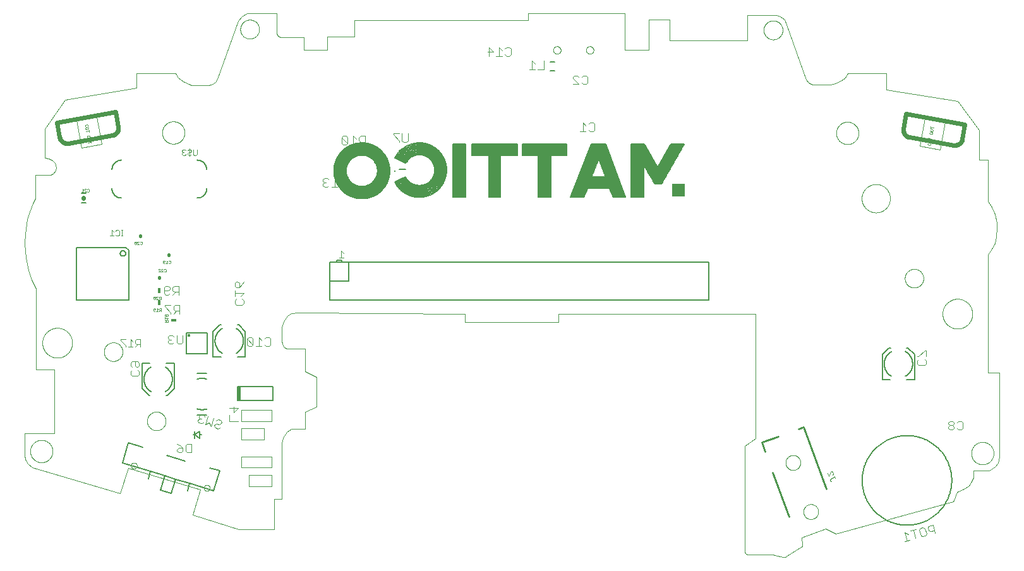
<source format=gbo>
G75*
%MOIN*%
%OFA0B0*%
%FSLAX25Y25*%
%IPPOS*%
%LPD*%
%AMOC8*
5,1,8,0,0,1.08239X$1,22.5*
%
%ADD10C,0.00000*%
%ADD11C,0.00500*%
%ADD12C,0.00400*%
%ADD13C,0.00039*%
%ADD14C,0.00100*%
%ADD15C,0.00600*%
%ADD16C,0.00800*%
%ADD17C,0.01575*%
%ADD18C,0.00787*%
%ADD19R,0.01250X0.07500*%
%ADD20C,0.01000*%
%ADD21R,0.07000X0.07000*%
%ADD22C,0.06900*%
%ADD23C,0.00690*%
%ADD24C,0.00300*%
%ADD25C,0.01500*%
%ADD26C,0.02200*%
%ADD27C,0.02400*%
%ADD28C,0.01000*%
%ADD29R,0.03000X0.01500*%
%ADD30R,0.01500X0.03000*%
D10*
X0009602Y0057240D02*
X0055895Y0043393D01*
X0060345Y0056843D01*
X0098403Y0045455D01*
X0094488Y0032013D01*
X0118750Y0024545D01*
X0137455Y0024545D01*
X0137455Y0040564D01*
X0141358Y0040564D01*
X0141358Y0069902D01*
X0142017Y0072901D01*
X0144094Y0075934D01*
X0146330Y0077410D01*
X0153863Y0077410D01*
X0153863Y0086553D01*
X0159644Y0089064D01*
X0159644Y0104722D01*
X0153773Y0107915D01*
X0153773Y0119698D01*
X0144067Y0119698D01*
X0142565Y0120609D01*
X0141603Y0122094D01*
X0141335Y0124257D01*
X0141335Y0131200D01*
X0142324Y0134249D01*
X0144466Y0136969D01*
X0146362Y0138411D01*
X0149658Y0138699D01*
X0238092Y0138173D01*
X0238092Y0133747D01*
X0287386Y0133747D01*
X0287386Y0138264D01*
X0391399Y0138264D01*
X0391399Y0072528D01*
X0385624Y0068600D01*
X0385624Y0013034D01*
X0385625Y0013034D02*
X0385627Y0012947D01*
X0385633Y0012860D01*
X0385642Y0012773D01*
X0385655Y0012687D01*
X0385672Y0012602D01*
X0385693Y0012517D01*
X0385717Y0012434D01*
X0385745Y0012351D01*
X0385776Y0012270D01*
X0385811Y0012190D01*
X0385850Y0012112D01*
X0385892Y0012036D01*
X0385937Y0011961D01*
X0385985Y0011889D01*
X0386036Y0011818D01*
X0386091Y0011750D01*
X0386148Y0011685D01*
X0386208Y0011622D01*
X0386271Y0011562D01*
X0386336Y0011504D01*
X0386404Y0011450D01*
X0386474Y0011398D01*
X0386546Y0011349D01*
X0386621Y0011304D01*
X0386697Y0011262D01*
X0386775Y0011223D01*
X0386854Y0011188D01*
X0386936Y0011156D01*
X0387018Y0011128D01*
X0387101Y0011104D01*
X0387186Y0011083D01*
X0387271Y0011065D01*
X0387357Y0011052D01*
X0387444Y0011042D01*
X0387531Y0011036D01*
X0387618Y0011034D01*
X0387617Y0011034D02*
X0400773Y0010988D01*
X0401275Y0010922D02*
X0405925Y0009698D01*
X0407521Y0009953D02*
X0415283Y0014980D01*
X0415283Y0014979D02*
X0415355Y0015028D01*
X0415425Y0015080D01*
X0415493Y0015135D01*
X0415558Y0015193D01*
X0415621Y0015254D01*
X0415680Y0015318D01*
X0415737Y0015384D01*
X0415792Y0015452D01*
X0415843Y0015523D01*
X0415891Y0015596D01*
X0415935Y0015671D01*
X0415977Y0015747D01*
X0416015Y0015826D01*
X0416049Y0015906D01*
X0416080Y0015988D01*
X0416108Y0016070D01*
X0416132Y0016154D01*
X0416152Y0016239D01*
X0416168Y0016325D01*
X0416181Y0016411D01*
X0416190Y0016498D01*
X0416195Y0016585D01*
X0416196Y0016672D01*
X0416193Y0016759D01*
X0416187Y0016846D01*
X0416177Y0016933D01*
X0416177Y0016934D02*
X0415721Y0020217D01*
X0428437Y0024871D01*
X0433837Y0022218D01*
X0495728Y0039022D01*
X0496073Y0039807D01*
X0497824Y0044090D01*
X0501389Y0045724D01*
X0503943Y0047414D01*
X0505509Y0049639D01*
X0506292Y0051782D01*
X0506292Y0055523D01*
X0514665Y0055523D01*
X0517566Y0057534D01*
X0519478Y0059578D01*
X0520116Y0062643D01*
X0520116Y0107227D01*
X0514006Y0107227D01*
X0514006Y0169460D01*
X0515984Y0172344D01*
X0517674Y0175558D01*
X0518374Y0178937D01*
X0518704Y0183841D01*
X0518704Y0186272D01*
X0517674Y0190640D01*
X0515819Y0195007D01*
X0514020Y0197397D01*
X0514020Y0219346D01*
X0509531Y0219346D01*
X0509531Y0235264D01*
X0498199Y0250439D01*
X0460244Y0256444D01*
X0460244Y0265015D01*
X0440176Y0265015D01*
X0438610Y0262831D01*
X0436427Y0261101D01*
X0433542Y0259741D01*
X0430905Y0259082D01*
X0421469Y0259082D01*
X0419491Y0260235D01*
X0418214Y0261925D01*
X0407655Y0290871D01*
X0406676Y0293344D01*
X0404410Y0295249D01*
X0402504Y0295919D01*
X0386897Y0295919D01*
X0386897Y0282577D01*
X0345892Y0282577D01*
X0345892Y0293329D01*
X0334947Y0293329D01*
X0334947Y0277426D01*
X0322392Y0277426D01*
X0322392Y0296732D01*
X0271302Y0296732D01*
X0271302Y0293089D01*
X0179743Y0293089D01*
X0179750Y0284354D01*
X0165504Y0284354D01*
X0165504Y0277596D01*
X0152977Y0277596D01*
X0152977Y0284280D01*
X0140649Y0284280D01*
X0139264Y0284939D01*
X0138671Y0286257D01*
X0138671Y0296686D01*
X0123199Y0296686D01*
X0120232Y0295162D01*
X0118254Y0292895D01*
X0107384Y0262144D01*
X0106406Y0260598D01*
X0104500Y0259259D01*
X0102440Y0258749D01*
X0093776Y0258749D01*
X0092899Y0259034D01*
X0089355Y0260806D01*
X0086677Y0262866D01*
X0085441Y0265132D01*
X0064879Y0265132D01*
X0064879Y0257303D01*
X0027011Y0251223D01*
X0016244Y0235727D01*
X0016244Y0220539D01*
X0018327Y0220170D01*
X0020411Y0219063D01*
X0021888Y0217744D01*
X0022257Y0215529D01*
X0022072Y0213736D01*
X0020886Y0212180D01*
X0019461Y0211615D01*
X0011533Y0211615D01*
X0011533Y0199511D01*
X0011390Y0199161D01*
X0010137Y0196359D01*
X0008423Y0192172D01*
X0006940Y0188250D01*
X0005918Y0180503D01*
X0005588Y0175130D01*
X0006346Y0167746D01*
X0007698Y0161120D01*
X0009412Y0156010D01*
X0011723Y0151494D01*
X0011723Y0108707D01*
X0021476Y0108707D01*
X0021476Y0075244D01*
X0005849Y0075244D01*
X0005849Y0063303D01*
X0006125Y0061554D01*
X0007542Y0059043D01*
X0009602Y0057240D01*
X0008681Y0065675D02*
X0008683Y0065828D01*
X0008689Y0065982D01*
X0008699Y0066135D01*
X0008713Y0066287D01*
X0008731Y0066440D01*
X0008753Y0066591D01*
X0008778Y0066742D01*
X0008808Y0066893D01*
X0008842Y0067043D01*
X0008879Y0067191D01*
X0008920Y0067339D01*
X0008965Y0067485D01*
X0009014Y0067631D01*
X0009067Y0067775D01*
X0009123Y0067917D01*
X0009183Y0068058D01*
X0009247Y0068198D01*
X0009314Y0068336D01*
X0009385Y0068472D01*
X0009460Y0068606D01*
X0009537Y0068738D01*
X0009619Y0068868D01*
X0009703Y0068996D01*
X0009791Y0069122D01*
X0009882Y0069245D01*
X0009976Y0069366D01*
X0010074Y0069484D01*
X0010174Y0069600D01*
X0010278Y0069713D01*
X0010384Y0069824D01*
X0010493Y0069932D01*
X0010605Y0070037D01*
X0010719Y0070138D01*
X0010837Y0070237D01*
X0010956Y0070333D01*
X0011078Y0070426D01*
X0011203Y0070515D01*
X0011330Y0070602D01*
X0011459Y0070684D01*
X0011590Y0070764D01*
X0011723Y0070840D01*
X0011858Y0070913D01*
X0011995Y0070982D01*
X0012134Y0071047D01*
X0012274Y0071109D01*
X0012416Y0071167D01*
X0012559Y0071222D01*
X0012704Y0071273D01*
X0012850Y0071320D01*
X0012997Y0071363D01*
X0013145Y0071402D01*
X0013294Y0071438D01*
X0013444Y0071469D01*
X0013595Y0071497D01*
X0013746Y0071521D01*
X0013899Y0071541D01*
X0014051Y0071557D01*
X0014204Y0071569D01*
X0014357Y0071577D01*
X0014510Y0071581D01*
X0014664Y0071581D01*
X0014817Y0071577D01*
X0014970Y0071569D01*
X0015123Y0071557D01*
X0015275Y0071541D01*
X0015428Y0071521D01*
X0015579Y0071497D01*
X0015730Y0071469D01*
X0015880Y0071438D01*
X0016029Y0071402D01*
X0016177Y0071363D01*
X0016324Y0071320D01*
X0016470Y0071273D01*
X0016615Y0071222D01*
X0016758Y0071167D01*
X0016900Y0071109D01*
X0017040Y0071047D01*
X0017179Y0070982D01*
X0017316Y0070913D01*
X0017451Y0070840D01*
X0017584Y0070764D01*
X0017715Y0070684D01*
X0017844Y0070602D01*
X0017971Y0070515D01*
X0018096Y0070426D01*
X0018218Y0070333D01*
X0018337Y0070237D01*
X0018455Y0070138D01*
X0018569Y0070037D01*
X0018681Y0069932D01*
X0018790Y0069824D01*
X0018896Y0069713D01*
X0019000Y0069600D01*
X0019100Y0069484D01*
X0019198Y0069366D01*
X0019292Y0069245D01*
X0019383Y0069122D01*
X0019471Y0068996D01*
X0019555Y0068868D01*
X0019637Y0068738D01*
X0019714Y0068606D01*
X0019789Y0068472D01*
X0019860Y0068336D01*
X0019927Y0068198D01*
X0019991Y0068058D01*
X0020051Y0067917D01*
X0020107Y0067775D01*
X0020160Y0067631D01*
X0020209Y0067485D01*
X0020254Y0067339D01*
X0020295Y0067191D01*
X0020332Y0067043D01*
X0020366Y0066893D01*
X0020396Y0066742D01*
X0020421Y0066591D01*
X0020443Y0066440D01*
X0020461Y0066287D01*
X0020475Y0066135D01*
X0020485Y0065982D01*
X0020491Y0065828D01*
X0020493Y0065675D01*
X0020491Y0065522D01*
X0020485Y0065368D01*
X0020475Y0065215D01*
X0020461Y0065063D01*
X0020443Y0064910D01*
X0020421Y0064759D01*
X0020396Y0064608D01*
X0020366Y0064457D01*
X0020332Y0064307D01*
X0020295Y0064159D01*
X0020254Y0064011D01*
X0020209Y0063865D01*
X0020160Y0063719D01*
X0020107Y0063575D01*
X0020051Y0063433D01*
X0019991Y0063292D01*
X0019927Y0063152D01*
X0019860Y0063014D01*
X0019789Y0062878D01*
X0019714Y0062744D01*
X0019637Y0062612D01*
X0019555Y0062482D01*
X0019471Y0062354D01*
X0019383Y0062228D01*
X0019292Y0062105D01*
X0019198Y0061984D01*
X0019100Y0061866D01*
X0019000Y0061750D01*
X0018896Y0061637D01*
X0018790Y0061526D01*
X0018681Y0061418D01*
X0018569Y0061313D01*
X0018455Y0061212D01*
X0018337Y0061113D01*
X0018218Y0061017D01*
X0018096Y0060924D01*
X0017971Y0060835D01*
X0017844Y0060748D01*
X0017715Y0060666D01*
X0017584Y0060586D01*
X0017451Y0060510D01*
X0017316Y0060437D01*
X0017179Y0060368D01*
X0017040Y0060303D01*
X0016900Y0060241D01*
X0016758Y0060183D01*
X0016615Y0060128D01*
X0016470Y0060077D01*
X0016324Y0060030D01*
X0016177Y0059987D01*
X0016029Y0059948D01*
X0015880Y0059912D01*
X0015730Y0059881D01*
X0015579Y0059853D01*
X0015428Y0059829D01*
X0015275Y0059809D01*
X0015123Y0059793D01*
X0014970Y0059781D01*
X0014817Y0059773D01*
X0014664Y0059769D01*
X0014510Y0059769D01*
X0014357Y0059773D01*
X0014204Y0059781D01*
X0014051Y0059793D01*
X0013899Y0059809D01*
X0013746Y0059829D01*
X0013595Y0059853D01*
X0013444Y0059881D01*
X0013294Y0059912D01*
X0013145Y0059948D01*
X0012997Y0059987D01*
X0012850Y0060030D01*
X0012704Y0060077D01*
X0012559Y0060128D01*
X0012416Y0060183D01*
X0012274Y0060241D01*
X0012134Y0060303D01*
X0011995Y0060368D01*
X0011858Y0060437D01*
X0011723Y0060510D01*
X0011590Y0060586D01*
X0011459Y0060666D01*
X0011330Y0060748D01*
X0011203Y0060835D01*
X0011078Y0060924D01*
X0010956Y0061017D01*
X0010837Y0061113D01*
X0010719Y0061212D01*
X0010605Y0061313D01*
X0010493Y0061418D01*
X0010384Y0061526D01*
X0010278Y0061637D01*
X0010174Y0061750D01*
X0010074Y0061866D01*
X0009976Y0061984D01*
X0009882Y0062105D01*
X0009791Y0062228D01*
X0009703Y0062354D01*
X0009619Y0062482D01*
X0009537Y0062612D01*
X0009460Y0062744D01*
X0009385Y0062878D01*
X0009314Y0063014D01*
X0009247Y0063152D01*
X0009183Y0063292D01*
X0009123Y0063433D01*
X0009067Y0063575D01*
X0009014Y0063719D01*
X0008965Y0063865D01*
X0008920Y0064011D01*
X0008879Y0064159D01*
X0008842Y0064307D01*
X0008808Y0064457D01*
X0008778Y0064608D01*
X0008753Y0064759D01*
X0008731Y0064910D01*
X0008713Y0065063D01*
X0008699Y0065215D01*
X0008689Y0065368D01*
X0008683Y0065522D01*
X0008681Y0065675D01*
X0061822Y0058041D02*
X0061824Y0058120D01*
X0061830Y0058199D01*
X0061840Y0058278D01*
X0061854Y0058356D01*
X0061871Y0058433D01*
X0061893Y0058509D01*
X0061918Y0058584D01*
X0061948Y0058657D01*
X0061980Y0058729D01*
X0062017Y0058800D01*
X0062057Y0058868D01*
X0062100Y0058934D01*
X0062146Y0058998D01*
X0062196Y0059060D01*
X0062249Y0059119D01*
X0062304Y0059175D01*
X0062363Y0059229D01*
X0062424Y0059279D01*
X0062487Y0059327D01*
X0062553Y0059371D01*
X0062621Y0059412D01*
X0062691Y0059449D01*
X0062762Y0059483D01*
X0062836Y0059513D01*
X0062910Y0059539D01*
X0062986Y0059561D01*
X0063063Y0059580D01*
X0063141Y0059595D01*
X0063219Y0059606D01*
X0063298Y0059613D01*
X0063377Y0059616D01*
X0063456Y0059615D01*
X0063535Y0059610D01*
X0063614Y0059601D01*
X0063692Y0059588D01*
X0063769Y0059571D01*
X0063846Y0059551D01*
X0063921Y0059526D01*
X0063995Y0059498D01*
X0064068Y0059466D01*
X0064138Y0059431D01*
X0064207Y0059392D01*
X0064274Y0059349D01*
X0064339Y0059303D01*
X0064401Y0059255D01*
X0064461Y0059203D01*
X0064518Y0059148D01*
X0064572Y0059090D01*
X0064623Y0059030D01*
X0064671Y0058967D01*
X0064716Y0058902D01*
X0064758Y0058834D01*
X0064796Y0058765D01*
X0064830Y0058694D01*
X0064861Y0058621D01*
X0064889Y0058546D01*
X0064912Y0058471D01*
X0064932Y0058394D01*
X0064948Y0058317D01*
X0064960Y0058238D01*
X0064968Y0058160D01*
X0064972Y0058081D01*
X0064972Y0058001D01*
X0064968Y0057922D01*
X0064960Y0057844D01*
X0064948Y0057765D01*
X0064932Y0057688D01*
X0064912Y0057611D01*
X0064889Y0057536D01*
X0064861Y0057461D01*
X0064830Y0057388D01*
X0064796Y0057317D01*
X0064758Y0057248D01*
X0064716Y0057180D01*
X0064671Y0057115D01*
X0064623Y0057052D01*
X0064572Y0056992D01*
X0064518Y0056934D01*
X0064461Y0056879D01*
X0064401Y0056827D01*
X0064339Y0056779D01*
X0064274Y0056733D01*
X0064207Y0056690D01*
X0064138Y0056651D01*
X0064068Y0056616D01*
X0063995Y0056584D01*
X0063921Y0056556D01*
X0063846Y0056531D01*
X0063769Y0056511D01*
X0063692Y0056494D01*
X0063614Y0056481D01*
X0063535Y0056472D01*
X0063456Y0056467D01*
X0063377Y0056466D01*
X0063298Y0056469D01*
X0063219Y0056476D01*
X0063141Y0056487D01*
X0063063Y0056502D01*
X0062986Y0056521D01*
X0062910Y0056543D01*
X0062836Y0056569D01*
X0062762Y0056599D01*
X0062691Y0056633D01*
X0062621Y0056670D01*
X0062553Y0056711D01*
X0062487Y0056755D01*
X0062424Y0056803D01*
X0062363Y0056853D01*
X0062304Y0056907D01*
X0062249Y0056963D01*
X0062196Y0057022D01*
X0062146Y0057084D01*
X0062100Y0057148D01*
X0062057Y0057214D01*
X0062017Y0057282D01*
X0061980Y0057353D01*
X0061948Y0057425D01*
X0061918Y0057498D01*
X0061893Y0057573D01*
X0061871Y0057649D01*
X0061854Y0057726D01*
X0061840Y0057804D01*
X0061830Y0057883D01*
X0061824Y0057962D01*
X0061822Y0058041D01*
X0100225Y0046300D02*
X0100227Y0046379D01*
X0100233Y0046458D01*
X0100243Y0046537D01*
X0100257Y0046615D01*
X0100274Y0046692D01*
X0100296Y0046768D01*
X0100321Y0046843D01*
X0100351Y0046916D01*
X0100383Y0046988D01*
X0100420Y0047059D01*
X0100460Y0047127D01*
X0100503Y0047193D01*
X0100549Y0047257D01*
X0100599Y0047319D01*
X0100652Y0047378D01*
X0100707Y0047434D01*
X0100766Y0047488D01*
X0100827Y0047538D01*
X0100890Y0047586D01*
X0100956Y0047630D01*
X0101024Y0047671D01*
X0101094Y0047708D01*
X0101165Y0047742D01*
X0101239Y0047772D01*
X0101313Y0047798D01*
X0101389Y0047820D01*
X0101466Y0047839D01*
X0101544Y0047854D01*
X0101622Y0047865D01*
X0101701Y0047872D01*
X0101780Y0047875D01*
X0101859Y0047874D01*
X0101938Y0047869D01*
X0102017Y0047860D01*
X0102095Y0047847D01*
X0102172Y0047830D01*
X0102249Y0047810D01*
X0102324Y0047785D01*
X0102398Y0047757D01*
X0102471Y0047725D01*
X0102541Y0047690D01*
X0102610Y0047651D01*
X0102677Y0047608D01*
X0102742Y0047562D01*
X0102804Y0047514D01*
X0102864Y0047462D01*
X0102921Y0047407D01*
X0102975Y0047349D01*
X0103026Y0047289D01*
X0103074Y0047226D01*
X0103119Y0047161D01*
X0103161Y0047093D01*
X0103199Y0047024D01*
X0103233Y0046953D01*
X0103264Y0046880D01*
X0103292Y0046805D01*
X0103315Y0046730D01*
X0103335Y0046653D01*
X0103351Y0046576D01*
X0103363Y0046497D01*
X0103371Y0046419D01*
X0103375Y0046340D01*
X0103375Y0046260D01*
X0103371Y0046181D01*
X0103363Y0046103D01*
X0103351Y0046024D01*
X0103335Y0045947D01*
X0103315Y0045870D01*
X0103292Y0045795D01*
X0103264Y0045720D01*
X0103233Y0045647D01*
X0103199Y0045576D01*
X0103161Y0045507D01*
X0103119Y0045439D01*
X0103074Y0045374D01*
X0103026Y0045311D01*
X0102975Y0045251D01*
X0102921Y0045193D01*
X0102864Y0045138D01*
X0102804Y0045086D01*
X0102742Y0045038D01*
X0102677Y0044992D01*
X0102610Y0044949D01*
X0102541Y0044910D01*
X0102471Y0044875D01*
X0102398Y0044843D01*
X0102324Y0044815D01*
X0102249Y0044790D01*
X0102172Y0044770D01*
X0102095Y0044753D01*
X0102017Y0044740D01*
X0101938Y0044731D01*
X0101859Y0044726D01*
X0101780Y0044725D01*
X0101701Y0044728D01*
X0101622Y0044735D01*
X0101544Y0044746D01*
X0101466Y0044761D01*
X0101389Y0044780D01*
X0101313Y0044802D01*
X0101239Y0044828D01*
X0101165Y0044858D01*
X0101094Y0044892D01*
X0101024Y0044929D01*
X0100956Y0044970D01*
X0100890Y0045014D01*
X0100827Y0045062D01*
X0100766Y0045112D01*
X0100707Y0045166D01*
X0100652Y0045222D01*
X0100599Y0045281D01*
X0100549Y0045343D01*
X0100503Y0045407D01*
X0100460Y0045473D01*
X0100420Y0045541D01*
X0100383Y0045612D01*
X0100351Y0045684D01*
X0100321Y0045757D01*
X0100296Y0045832D01*
X0100274Y0045908D01*
X0100257Y0045985D01*
X0100243Y0046063D01*
X0100233Y0046142D01*
X0100227Y0046221D01*
X0100225Y0046300D01*
X0070345Y0081566D02*
X0070347Y0081706D01*
X0070353Y0081846D01*
X0070363Y0081985D01*
X0070377Y0082124D01*
X0070395Y0082263D01*
X0070416Y0082401D01*
X0070442Y0082539D01*
X0070472Y0082676D01*
X0070505Y0082811D01*
X0070543Y0082946D01*
X0070584Y0083080D01*
X0070629Y0083213D01*
X0070677Y0083344D01*
X0070730Y0083473D01*
X0070786Y0083602D01*
X0070845Y0083728D01*
X0070909Y0083853D01*
X0070975Y0083976D01*
X0071046Y0084097D01*
X0071119Y0084216D01*
X0071196Y0084333D01*
X0071277Y0084447D01*
X0071360Y0084559D01*
X0071447Y0084669D01*
X0071537Y0084777D01*
X0071629Y0084881D01*
X0071725Y0084983D01*
X0071824Y0085083D01*
X0071925Y0085179D01*
X0072029Y0085273D01*
X0072136Y0085363D01*
X0072245Y0085450D01*
X0072357Y0085535D01*
X0072471Y0085616D01*
X0072587Y0085694D01*
X0072705Y0085768D01*
X0072826Y0085839D01*
X0072948Y0085907D01*
X0073073Y0085971D01*
X0073199Y0086032D01*
X0073326Y0086089D01*
X0073456Y0086142D01*
X0073587Y0086192D01*
X0073719Y0086237D01*
X0073852Y0086280D01*
X0073987Y0086318D01*
X0074122Y0086352D01*
X0074259Y0086383D01*
X0074396Y0086410D01*
X0074534Y0086432D01*
X0074673Y0086451D01*
X0074812Y0086466D01*
X0074951Y0086477D01*
X0075091Y0086484D01*
X0075231Y0086487D01*
X0075371Y0086486D01*
X0075511Y0086481D01*
X0075650Y0086472D01*
X0075790Y0086459D01*
X0075929Y0086442D01*
X0076067Y0086421D01*
X0076205Y0086397D01*
X0076342Y0086368D01*
X0076478Y0086336D01*
X0076613Y0086299D01*
X0076747Y0086259D01*
X0076880Y0086215D01*
X0077011Y0086167D01*
X0077141Y0086116D01*
X0077270Y0086061D01*
X0077397Y0086002D01*
X0077522Y0085939D01*
X0077645Y0085874D01*
X0077767Y0085804D01*
X0077886Y0085731D01*
X0078004Y0085655D01*
X0078119Y0085576D01*
X0078232Y0085493D01*
X0078342Y0085407D01*
X0078450Y0085318D01*
X0078555Y0085226D01*
X0078658Y0085131D01*
X0078758Y0085033D01*
X0078855Y0084933D01*
X0078949Y0084829D01*
X0079041Y0084723D01*
X0079129Y0084615D01*
X0079214Y0084504D01*
X0079296Y0084390D01*
X0079375Y0084274D01*
X0079450Y0084157D01*
X0079522Y0084037D01*
X0079590Y0083915D01*
X0079655Y0083791D01*
X0079717Y0083665D01*
X0079775Y0083538D01*
X0079829Y0083409D01*
X0079880Y0083278D01*
X0079926Y0083146D01*
X0079969Y0083013D01*
X0080009Y0082879D01*
X0080044Y0082744D01*
X0080076Y0082607D01*
X0080103Y0082470D01*
X0080127Y0082332D01*
X0080147Y0082194D01*
X0080163Y0082055D01*
X0080175Y0081915D01*
X0080183Y0081776D01*
X0080187Y0081636D01*
X0080187Y0081496D01*
X0080183Y0081356D01*
X0080175Y0081217D01*
X0080163Y0081077D01*
X0080147Y0080938D01*
X0080127Y0080800D01*
X0080103Y0080662D01*
X0080076Y0080525D01*
X0080044Y0080388D01*
X0080009Y0080253D01*
X0079969Y0080119D01*
X0079926Y0079986D01*
X0079880Y0079854D01*
X0079829Y0079723D01*
X0079775Y0079594D01*
X0079717Y0079467D01*
X0079655Y0079341D01*
X0079590Y0079217D01*
X0079522Y0079095D01*
X0079450Y0078975D01*
X0079375Y0078858D01*
X0079296Y0078742D01*
X0079214Y0078628D01*
X0079129Y0078517D01*
X0079041Y0078409D01*
X0078949Y0078303D01*
X0078855Y0078199D01*
X0078758Y0078099D01*
X0078658Y0078001D01*
X0078555Y0077906D01*
X0078450Y0077814D01*
X0078342Y0077725D01*
X0078232Y0077639D01*
X0078119Y0077556D01*
X0078004Y0077477D01*
X0077886Y0077401D01*
X0077767Y0077328D01*
X0077645Y0077258D01*
X0077522Y0077193D01*
X0077397Y0077130D01*
X0077270Y0077071D01*
X0077141Y0077016D01*
X0077011Y0076965D01*
X0076880Y0076917D01*
X0076747Y0076873D01*
X0076613Y0076833D01*
X0076478Y0076796D01*
X0076342Y0076764D01*
X0076205Y0076735D01*
X0076067Y0076711D01*
X0075929Y0076690D01*
X0075790Y0076673D01*
X0075650Y0076660D01*
X0075511Y0076651D01*
X0075371Y0076646D01*
X0075231Y0076645D01*
X0075091Y0076648D01*
X0074951Y0076655D01*
X0074812Y0076666D01*
X0074673Y0076681D01*
X0074534Y0076700D01*
X0074396Y0076722D01*
X0074259Y0076749D01*
X0074122Y0076780D01*
X0073987Y0076814D01*
X0073852Y0076852D01*
X0073719Y0076895D01*
X0073587Y0076940D01*
X0073456Y0076990D01*
X0073326Y0077043D01*
X0073199Y0077100D01*
X0073073Y0077161D01*
X0072948Y0077225D01*
X0072826Y0077293D01*
X0072705Y0077364D01*
X0072587Y0077438D01*
X0072471Y0077516D01*
X0072357Y0077597D01*
X0072245Y0077682D01*
X0072136Y0077769D01*
X0072029Y0077859D01*
X0071925Y0077953D01*
X0071824Y0078049D01*
X0071725Y0078149D01*
X0071629Y0078251D01*
X0071537Y0078355D01*
X0071447Y0078463D01*
X0071360Y0078573D01*
X0071277Y0078685D01*
X0071196Y0078799D01*
X0071119Y0078916D01*
X0071046Y0079035D01*
X0070975Y0079156D01*
X0070909Y0079279D01*
X0070845Y0079404D01*
X0070786Y0079530D01*
X0070730Y0079659D01*
X0070677Y0079788D01*
X0070629Y0079919D01*
X0070584Y0080052D01*
X0070543Y0080186D01*
X0070505Y0080321D01*
X0070472Y0080456D01*
X0070442Y0080593D01*
X0070416Y0080731D01*
X0070395Y0080869D01*
X0070377Y0081008D01*
X0070363Y0081147D01*
X0070353Y0081286D01*
X0070347Y0081426D01*
X0070345Y0081566D01*
X0047586Y0118128D02*
X0047588Y0118268D01*
X0047594Y0118408D01*
X0047604Y0118547D01*
X0047618Y0118686D01*
X0047636Y0118825D01*
X0047657Y0118963D01*
X0047683Y0119101D01*
X0047713Y0119238D01*
X0047746Y0119373D01*
X0047784Y0119508D01*
X0047825Y0119642D01*
X0047870Y0119775D01*
X0047918Y0119906D01*
X0047971Y0120035D01*
X0048027Y0120164D01*
X0048086Y0120290D01*
X0048150Y0120415D01*
X0048216Y0120538D01*
X0048287Y0120659D01*
X0048360Y0120778D01*
X0048437Y0120895D01*
X0048518Y0121009D01*
X0048601Y0121121D01*
X0048688Y0121231D01*
X0048778Y0121339D01*
X0048870Y0121443D01*
X0048966Y0121545D01*
X0049065Y0121645D01*
X0049166Y0121741D01*
X0049270Y0121835D01*
X0049377Y0121925D01*
X0049486Y0122012D01*
X0049598Y0122097D01*
X0049712Y0122178D01*
X0049828Y0122256D01*
X0049946Y0122330D01*
X0050067Y0122401D01*
X0050189Y0122469D01*
X0050314Y0122533D01*
X0050440Y0122594D01*
X0050567Y0122651D01*
X0050697Y0122704D01*
X0050828Y0122754D01*
X0050960Y0122799D01*
X0051093Y0122842D01*
X0051228Y0122880D01*
X0051363Y0122914D01*
X0051500Y0122945D01*
X0051637Y0122972D01*
X0051775Y0122994D01*
X0051914Y0123013D01*
X0052053Y0123028D01*
X0052192Y0123039D01*
X0052332Y0123046D01*
X0052472Y0123049D01*
X0052612Y0123048D01*
X0052752Y0123043D01*
X0052891Y0123034D01*
X0053031Y0123021D01*
X0053170Y0123004D01*
X0053308Y0122983D01*
X0053446Y0122959D01*
X0053583Y0122930D01*
X0053719Y0122898D01*
X0053854Y0122861D01*
X0053988Y0122821D01*
X0054121Y0122777D01*
X0054252Y0122729D01*
X0054382Y0122678D01*
X0054511Y0122623D01*
X0054638Y0122564D01*
X0054763Y0122501D01*
X0054886Y0122436D01*
X0055008Y0122366D01*
X0055127Y0122293D01*
X0055245Y0122217D01*
X0055360Y0122138D01*
X0055473Y0122055D01*
X0055583Y0121969D01*
X0055691Y0121880D01*
X0055796Y0121788D01*
X0055899Y0121693D01*
X0055999Y0121595D01*
X0056096Y0121495D01*
X0056190Y0121391D01*
X0056282Y0121285D01*
X0056370Y0121177D01*
X0056455Y0121066D01*
X0056537Y0120952D01*
X0056616Y0120836D01*
X0056691Y0120719D01*
X0056763Y0120599D01*
X0056831Y0120477D01*
X0056896Y0120353D01*
X0056958Y0120227D01*
X0057016Y0120100D01*
X0057070Y0119971D01*
X0057121Y0119840D01*
X0057167Y0119708D01*
X0057210Y0119575D01*
X0057250Y0119441D01*
X0057285Y0119306D01*
X0057317Y0119169D01*
X0057344Y0119032D01*
X0057368Y0118894D01*
X0057388Y0118756D01*
X0057404Y0118617D01*
X0057416Y0118477D01*
X0057424Y0118338D01*
X0057428Y0118198D01*
X0057428Y0118058D01*
X0057424Y0117918D01*
X0057416Y0117779D01*
X0057404Y0117639D01*
X0057388Y0117500D01*
X0057368Y0117362D01*
X0057344Y0117224D01*
X0057317Y0117087D01*
X0057285Y0116950D01*
X0057250Y0116815D01*
X0057210Y0116681D01*
X0057167Y0116548D01*
X0057121Y0116416D01*
X0057070Y0116285D01*
X0057016Y0116156D01*
X0056958Y0116029D01*
X0056896Y0115903D01*
X0056831Y0115779D01*
X0056763Y0115657D01*
X0056691Y0115537D01*
X0056616Y0115420D01*
X0056537Y0115304D01*
X0056455Y0115190D01*
X0056370Y0115079D01*
X0056282Y0114971D01*
X0056190Y0114865D01*
X0056096Y0114761D01*
X0055999Y0114661D01*
X0055899Y0114563D01*
X0055796Y0114468D01*
X0055691Y0114376D01*
X0055583Y0114287D01*
X0055473Y0114201D01*
X0055360Y0114118D01*
X0055245Y0114039D01*
X0055127Y0113963D01*
X0055008Y0113890D01*
X0054886Y0113820D01*
X0054763Y0113755D01*
X0054638Y0113692D01*
X0054511Y0113633D01*
X0054382Y0113578D01*
X0054252Y0113527D01*
X0054121Y0113479D01*
X0053988Y0113435D01*
X0053854Y0113395D01*
X0053719Y0113358D01*
X0053583Y0113326D01*
X0053446Y0113297D01*
X0053308Y0113273D01*
X0053170Y0113252D01*
X0053031Y0113235D01*
X0052891Y0113222D01*
X0052752Y0113213D01*
X0052612Y0113208D01*
X0052472Y0113207D01*
X0052332Y0113210D01*
X0052192Y0113217D01*
X0052053Y0113228D01*
X0051914Y0113243D01*
X0051775Y0113262D01*
X0051637Y0113284D01*
X0051500Y0113311D01*
X0051363Y0113342D01*
X0051228Y0113376D01*
X0051093Y0113414D01*
X0050960Y0113457D01*
X0050828Y0113502D01*
X0050697Y0113552D01*
X0050567Y0113605D01*
X0050440Y0113662D01*
X0050314Y0113723D01*
X0050189Y0113787D01*
X0050067Y0113855D01*
X0049946Y0113926D01*
X0049828Y0114000D01*
X0049712Y0114078D01*
X0049598Y0114159D01*
X0049486Y0114244D01*
X0049377Y0114331D01*
X0049270Y0114421D01*
X0049166Y0114515D01*
X0049065Y0114611D01*
X0048966Y0114711D01*
X0048870Y0114813D01*
X0048778Y0114917D01*
X0048688Y0115025D01*
X0048601Y0115135D01*
X0048518Y0115247D01*
X0048437Y0115361D01*
X0048360Y0115478D01*
X0048287Y0115597D01*
X0048216Y0115718D01*
X0048150Y0115841D01*
X0048086Y0115966D01*
X0048027Y0116092D01*
X0047971Y0116221D01*
X0047918Y0116350D01*
X0047870Y0116481D01*
X0047825Y0116614D01*
X0047784Y0116748D01*
X0047746Y0116883D01*
X0047713Y0117018D01*
X0047683Y0117155D01*
X0047657Y0117293D01*
X0047636Y0117431D01*
X0047618Y0117570D01*
X0047604Y0117709D01*
X0047594Y0117848D01*
X0047588Y0117988D01*
X0047586Y0118128D01*
X0015090Y0122855D02*
X0015092Y0123048D01*
X0015099Y0123241D01*
X0015111Y0123434D01*
X0015128Y0123627D01*
X0015149Y0123819D01*
X0015175Y0124010D01*
X0015206Y0124201D01*
X0015241Y0124391D01*
X0015281Y0124580D01*
X0015326Y0124768D01*
X0015375Y0124955D01*
X0015429Y0125141D01*
X0015487Y0125325D01*
X0015550Y0125508D01*
X0015618Y0125689D01*
X0015689Y0125868D01*
X0015766Y0126046D01*
X0015846Y0126222D01*
X0015931Y0126395D01*
X0016020Y0126567D01*
X0016113Y0126736D01*
X0016210Y0126903D01*
X0016312Y0127068D01*
X0016417Y0127230D01*
X0016526Y0127389D01*
X0016640Y0127546D01*
X0016757Y0127699D01*
X0016877Y0127850D01*
X0017002Y0127998D01*
X0017130Y0128143D01*
X0017261Y0128284D01*
X0017396Y0128423D01*
X0017535Y0128558D01*
X0017676Y0128689D01*
X0017821Y0128817D01*
X0017969Y0128942D01*
X0018120Y0129062D01*
X0018273Y0129179D01*
X0018430Y0129293D01*
X0018589Y0129402D01*
X0018751Y0129507D01*
X0018916Y0129609D01*
X0019083Y0129706D01*
X0019252Y0129799D01*
X0019424Y0129888D01*
X0019597Y0129973D01*
X0019773Y0130053D01*
X0019951Y0130130D01*
X0020130Y0130201D01*
X0020311Y0130269D01*
X0020494Y0130332D01*
X0020678Y0130390D01*
X0020864Y0130444D01*
X0021051Y0130493D01*
X0021239Y0130538D01*
X0021428Y0130578D01*
X0021618Y0130613D01*
X0021809Y0130644D01*
X0022000Y0130670D01*
X0022192Y0130691D01*
X0022385Y0130708D01*
X0022578Y0130720D01*
X0022771Y0130727D01*
X0022964Y0130729D01*
X0023157Y0130727D01*
X0023350Y0130720D01*
X0023543Y0130708D01*
X0023736Y0130691D01*
X0023928Y0130670D01*
X0024119Y0130644D01*
X0024310Y0130613D01*
X0024500Y0130578D01*
X0024689Y0130538D01*
X0024877Y0130493D01*
X0025064Y0130444D01*
X0025250Y0130390D01*
X0025434Y0130332D01*
X0025617Y0130269D01*
X0025798Y0130201D01*
X0025977Y0130130D01*
X0026155Y0130053D01*
X0026331Y0129973D01*
X0026504Y0129888D01*
X0026676Y0129799D01*
X0026845Y0129706D01*
X0027012Y0129609D01*
X0027177Y0129507D01*
X0027339Y0129402D01*
X0027498Y0129293D01*
X0027655Y0129179D01*
X0027808Y0129062D01*
X0027959Y0128942D01*
X0028107Y0128817D01*
X0028252Y0128689D01*
X0028393Y0128558D01*
X0028532Y0128423D01*
X0028667Y0128284D01*
X0028798Y0128143D01*
X0028926Y0127998D01*
X0029051Y0127850D01*
X0029171Y0127699D01*
X0029288Y0127546D01*
X0029402Y0127389D01*
X0029511Y0127230D01*
X0029616Y0127068D01*
X0029718Y0126903D01*
X0029815Y0126736D01*
X0029908Y0126567D01*
X0029997Y0126395D01*
X0030082Y0126222D01*
X0030162Y0126046D01*
X0030239Y0125868D01*
X0030310Y0125689D01*
X0030378Y0125508D01*
X0030441Y0125325D01*
X0030499Y0125141D01*
X0030553Y0124955D01*
X0030602Y0124768D01*
X0030647Y0124580D01*
X0030687Y0124391D01*
X0030722Y0124201D01*
X0030753Y0124010D01*
X0030779Y0123819D01*
X0030800Y0123627D01*
X0030817Y0123434D01*
X0030829Y0123241D01*
X0030836Y0123048D01*
X0030838Y0122855D01*
X0030836Y0122662D01*
X0030829Y0122469D01*
X0030817Y0122276D01*
X0030800Y0122083D01*
X0030779Y0121891D01*
X0030753Y0121700D01*
X0030722Y0121509D01*
X0030687Y0121319D01*
X0030647Y0121130D01*
X0030602Y0120942D01*
X0030553Y0120755D01*
X0030499Y0120569D01*
X0030441Y0120385D01*
X0030378Y0120202D01*
X0030310Y0120021D01*
X0030239Y0119842D01*
X0030162Y0119664D01*
X0030082Y0119488D01*
X0029997Y0119315D01*
X0029908Y0119143D01*
X0029815Y0118974D01*
X0029718Y0118807D01*
X0029616Y0118642D01*
X0029511Y0118480D01*
X0029402Y0118321D01*
X0029288Y0118164D01*
X0029171Y0118011D01*
X0029051Y0117860D01*
X0028926Y0117712D01*
X0028798Y0117567D01*
X0028667Y0117426D01*
X0028532Y0117287D01*
X0028393Y0117152D01*
X0028252Y0117021D01*
X0028107Y0116893D01*
X0027959Y0116768D01*
X0027808Y0116648D01*
X0027655Y0116531D01*
X0027498Y0116417D01*
X0027339Y0116308D01*
X0027177Y0116203D01*
X0027012Y0116101D01*
X0026845Y0116004D01*
X0026676Y0115911D01*
X0026504Y0115822D01*
X0026331Y0115737D01*
X0026155Y0115657D01*
X0025977Y0115580D01*
X0025798Y0115509D01*
X0025617Y0115441D01*
X0025434Y0115378D01*
X0025250Y0115320D01*
X0025064Y0115266D01*
X0024877Y0115217D01*
X0024689Y0115172D01*
X0024500Y0115132D01*
X0024310Y0115097D01*
X0024119Y0115066D01*
X0023928Y0115040D01*
X0023736Y0115019D01*
X0023543Y0115002D01*
X0023350Y0114990D01*
X0023157Y0114983D01*
X0022964Y0114981D01*
X0022771Y0114983D01*
X0022578Y0114990D01*
X0022385Y0115002D01*
X0022192Y0115019D01*
X0022000Y0115040D01*
X0021809Y0115066D01*
X0021618Y0115097D01*
X0021428Y0115132D01*
X0021239Y0115172D01*
X0021051Y0115217D01*
X0020864Y0115266D01*
X0020678Y0115320D01*
X0020494Y0115378D01*
X0020311Y0115441D01*
X0020130Y0115509D01*
X0019951Y0115580D01*
X0019773Y0115657D01*
X0019597Y0115737D01*
X0019424Y0115822D01*
X0019252Y0115911D01*
X0019083Y0116004D01*
X0018916Y0116101D01*
X0018751Y0116203D01*
X0018589Y0116308D01*
X0018430Y0116417D01*
X0018273Y0116531D01*
X0018120Y0116648D01*
X0017969Y0116768D01*
X0017821Y0116893D01*
X0017676Y0117021D01*
X0017535Y0117152D01*
X0017396Y0117287D01*
X0017261Y0117426D01*
X0017130Y0117567D01*
X0017002Y0117712D01*
X0016877Y0117860D01*
X0016757Y0118011D01*
X0016640Y0118164D01*
X0016526Y0118321D01*
X0016417Y0118480D01*
X0016312Y0118642D01*
X0016210Y0118807D01*
X0016113Y0118974D01*
X0016020Y0119143D01*
X0015931Y0119315D01*
X0015846Y0119488D01*
X0015766Y0119664D01*
X0015689Y0119842D01*
X0015618Y0120021D01*
X0015550Y0120202D01*
X0015487Y0120385D01*
X0015429Y0120569D01*
X0015375Y0120755D01*
X0015326Y0120942D01*
X0015281Y0121130D01*
X0015241Y0121319D01*
X0015206Y0121509D01*
X0015175Y0121700D01*
X0015149Y0121891D01*
X0015128Y0122083D01*
X0015111Y0122276D01*
X0015099Y0122469D01*
X0015092Y0122662D01*
X0015090Y0122855D01*
X0078308Y0233792D02*
X0078310Y0233945D01*
X0078316Y0234099D01*
X0078326Y0234252D01*
X0078340Y0234404D01*
X0078358Y0234557D01*
X0078380Y0234708D01*
X0078405Y0234859D01*
X0078435Y0235010D01*
X0078469Y0235160D01*
X0078506Y0235308D01*
X0078547Y0235456D01*
X0078592Y0235602D01*
X0078641Y0235748D01*
X0078694Y0235892D01*
X0078750Y0236034D01*
X0078810Y0236175D01*
X0078874Y0236315D01*
X0078941Y0236453D01*
X0079012Y0236589D01*
X0079087Y0236723D01*
X0079164Y0236855D01*
X0079246Y0236985D01*
X0079330Y0237113D01*
X0079418Y0237239D01*
X0079509Y0237362D01*
X0079603Y0237483D01*
X0079701Y0237601D01*
X0079801Y0237717D01*
X0079905Y0237830D01*
X0080011Y0237941D01*
X0080120Y0238049D01*
X0080232Y0238154D01*
X0080346Y0238255D01*
X0080464Y0238354D01*
X0080583Y0238450D01*
X0080705Y0238543D01*
X0080830Y0238632D01*
X0080957Y0238719D01*
X0081086Y0238801D01*
X0081217Y0238881D01*
X0081350Y0238957D01*
X0081485Y0239030D01*
X0081622Y0239099D01*
X0081761Y0239164D01*
X0081901Y0239226D01*
X0082043Y0239284D01*
X0082186Y0239339D01*
X0082331Y0239390D01*
X0082477Y0239437D01*
X0082624Y0239480D01*
X0082772Y0239519D01*
X0082921Y0239555D01*
X0083071Y0239586D01*
X0083222Y0239614D01*
X0083373Y0239638D01*
X0083526Y0239658D01*
X0083678Y0239674D01*
X0083831Y0239686D01*
X0083984Y0239694D01*
X0084137Y0239698D01*
X0084291Y0239698D01*
X0084444Y0239694D01*
X0084597Y0239686D01*
X0084750Y0239674D01*
X0084902Y0239658D01*
X0085055Y0239638D01*
X0085206Y0239614D01*
X0085357Y0239586D01*
X0085507Y0239555D01*
X0085656Y0239519D01*
X0085804Y0239480D01*
X0085951Y0239437D01*
X0086097Y0239390D01*
X0086242Y0239339D01*
X0086385Y0239284D01*
X0086527Y0239226D01*
X0086667Y0239164D01*
X0086806Y0239099D01*
X0086943Y0239030D01*
X0087078Y0238957D01*
X0087211Y0238881D01*
X0087342Y0238801D01*
X0087471Y0238719D01*
X0087598Y0238632D01*
X0087723Y0238543D01*
X0087845Y0238450D01*
X0087964Y0238354D01*
X0088082Y0238255D01*
X0088196Y0238154D01*
X0088308Y0238049D01*
X0088417Y0237941D01*
X0088523Y0237830D01*
X0088627Y0237717D01*
X0088727Y0237601D01*
X0088825Y0237483D01*
X0088919Y0237362D01*
X0089010Y0237239D01*
X0089098Y0237113D01*
X0089182Y0236985D01*
X0089264Y0236855D01*
X0089341Y0236723D01*
X0089416Y0236589D01*
X0089487Y0236453D01*
X0089554Y0236315D01*
X0089618Y0236175D01*
X0089678Y0236034D01*
X0089734Y0235892D01*
X0089787Y0235748D01*
X0089836Y0235602D01*
X0089881Y0235456D01*
X0089922Y0235308D01*
X0089959Y0235160D01*
X0089993Y0235010D01*
X0090023Y0234859D01*
X0090048Y0234708D01*
X0090070Y0234557D01*
X0090088Y0234404D01*
X0090102Y0234252D01*
X0090112Y0234099D01*
X0090118Y0233945D01*
X0090120Y0233792D01*
X0090118Y0233639D01*
X0090112Y0233485D01*
X0090102Y0233332D01*
X0090088Y0233180D01*
X0090070Y0233027D01*
X0090048Y0232876D01*
X0090023Y0232725D01*
X0089993Y0232574D01*
X0089959Y0232424D01*
X0089922Y0232276D01*
X0089881Y0232128D01*
X0089836Y0231982D01*
X0089787Y0231836D01*
X0089734Y0231692D01*
X0089678Y0231550D01*
X0089618Y0231409D01*
X0089554Y0231269D01*
X0089487Y0231131D01*
X0089416Y0230995D01*
X0089341Y0230861D01*
X0089264Y0230729D01*
X0089182Y0230599D01*
X0089098Y0230471D01*
X0089010Y0230345D01*
X0088919Y0230222D01*
X0088825Y0230101D01*
X0088727Y0229983D01*
X0088627Y0229867D01*
X0088523Y0229754D01*
X0088417Y0229643D01*
X0088308Y0229535D01*
X0088196Y0229430D01*
X0088082Y0229329D01*
X0087964Y0229230D01*
X0087845Y0229134D01*
X0087723Y0229041D01*
X0087598Y0228952D01*
X0087471Y0228865D01*
X0087342Y0228783D01*
X0087211Y0228703D01*
X0087078Y0228627D01*
X0086943Y0228554D01*
X0086806Y0228485D01*
X0086667Y0228420D01*
X0086527Y0228358D01*
X0086385Y0228300D01*
X0086242Y0228245D01*
X0086097Y0228194D01*
X0085951Y0228147D01*
X0085804Y0228104D01*
X0085656Y0228065D01*
X0085507Y0228029D01*
X0085357Y0227998D01*
X0085206Y0227970D01*
X0085055Y0227946D01*
X0084902Y0227926D01*
X0084750Y0227910D01*
X0084597Y0227898D01*
X0084444Y0227890D01*
X0084291Y0227886D01*
X0084137Y0227886D01*
X0083984Y0227890D01*
X0083831Y0227898D01*
X0083678Y0227910D01*
X0083526Y0227926D01*
X0083373Y0227946D01*
X0083222Y0227970D01*
X0083071Y0227998D01*
X0082921Y0228029D01*
X0082772Y0228065D01*
X0082624Y0228104D01*
X0082477Y0228147D01*
X0082331Y0228194D01*
X0082186Y0228245D01*
X0082043Y0228300D01*
X0081901Y0228358D01*
X0081761Y0228420D01*
X0081622Y0228485D01*
X0081485Y0228554D01*
X0081350Y0228627D01*
X0081217Y0228703D01*
X0081086Y0228783D01*
X0080957Y0228865D01*
X0080830Y0228952D01*
X0080705Y0229041D01*
X0080583Y0229134D01*
X0080464Y0229230D01*
X0080346Y0229329D01*
X0080232Y0229430D01*
X0080120Y0229535D01*
X0080011Y0229643D01*
X0079905Y0229754D01*
X0079801Y0229867D01*
X0079701Y0229983D01*
X0079603Y0230101D01*
X0079509Y0230222D01*
X0079418Y0230345D01*
X0079330Y0230471D01*
X0079246Y0230599D01*
X0079164Y0230729D01*
X0079087Y0230861D01*
X0079012Y0230995D01*
X0078941Y0231131D01*
X0078874Y0231269D01*
X0078810Y0231409D01*
X0078750Y0231550D01*
X0078694Y0231692D01*
X0078641Y0231836D01*
X0078592Y0231982D01*
X0078547Y0232128D01*
X0078506Y0232276D01*
X0078469Y0232424D01*
X0078435Y0232574D01*
X0078405Y0232725D01*
X0078380Y0232876D01*
X0078358Y0233027D01*
X0078340Y0233180D01*
X0078326Y0233332D01*
X0078316Y0233485D01*
X0078310Y0233639D01*
X0078308Y0233792D01*
X0119524Y0288343D02*
X0119526Y0288484D01*
X0119532Y0288625D01*
X0119542Y0288765D01*
X0119556Y0288905D01*
X0119574Y0289045D01*
X0119595Y0289184D01*
X0119621Y0289323D01*
X0119650Y0289461D01*
X0119684Y0289597D01*
X0119721Y0289733D01*
X0119762Y0289868D01*
X0119807Y0290002D01*
X0119856Y0290134D01*
X0119908Y0290265D01*
X0119964Y0290394D01*
X0120024Y0290521D01*
X0120087Y0290647D01*
X0120153Y0290771D01*
X0120224Y0290894D01*
X0120297Y0291014D01*
X0120374Y0291132D01*
X0120454Y0291248D01*
X0120538Y0291361D01*
X0120624Y0291472D01*
X0120714Y0291581D01*
X0120807Y0291687D01*
X0120902Y0291790D01*
X0121001Y0291891D01*
X0121102Y0291989D01*
X0121206Y0292084D01*
X0121313Y0292176D01*
X0121422Y0292265D01*
X0121534Y0292350D01*
X0121648Y0292433D01*
X0121764Y0292513D01*
X0121883Y0292589D01*
X0122004Y0292661D01*
X0122126Y0292731D01*
X0122251Y0292796D01*
X0122377Y0292859D01*
X0122505Y0292917D01*
X0122635Y0292972D01*
X0122766Y0293024D01*
X0122899Y0293071D01*
X0123033Y0293115D01*
X0123168Y0293156D01*
X0123304Y0293192D01*
X0123441Y0293224D01*
X0123579Y0293253D01*
X0123717Y0293278D01*
X0123857Y0293298D01*
X0123997Y0293315D01*
X0124137Y0293328D01*
X0124278Y0293337D01*
X0124418Y0293342D01*
X0124559Y0293343D01*
X0124700Y0293340D01*
X0124841Y0293333D01*
X0124981Y0293322D01*
X0125121Y0293307D01*
X0125261Y0293288D01*
X0125400Y0293266D01*
X0125538Y0293239D01*
X0125676Y0293209D01*
X0125812Y0293174D01*
X0125948Y0293136D01*
X0126082Y0293094D01*
X0126216Y0293048D01*
X0126348Y0292999D01*
X0126478Y0292945D01*
X0126607Y0292888D01*
X0126734Y0292828D01*
X0126860Y0292764D01*
X0126983Y0292696D01*
X0127105Y0292625D01*
X0127225Y0292551D01*
X0127342Y0292473D01*
X0127457Y0292392D01*
X0127570Y0292308D01*
X0127681Y0292221D01*
X0127789Y0292130D01*
X0127894Y0292037D01*
X0127997Y0291940D01*
X0128097Y0291841D01*
X0128194Y0291739D01*
X0128288Y0291634D01*
X0128379Y0291527D01*
X0128467Y0291417D01*
X0128552Y0291305D01*
X0128634Y0291190D01*
X0128713Y0291073D01*
X0128788Y0290954D01*
X0128860Y0290833D01*
X0128928Y0290710D01*
X0128993Y0290585D01*
X0129055Y0290458D01*
X0129112Y0290329D01*
X0129167Y0290199D01*
X0129217Y0290068D01*
X0129264Y0289935D01*
X0129307Y0289801D01*
X0129346Y0289665D01*
X0129381Y0289529D01*
X0129413Y0289392D01*
X0129440Y0289254D01*
X0129464Y0289115D01*
X0129484Y0288975D01*
X0129500Y0288835D01*
X0129512Y0288695D01*
X0129520Y0288554D01*
X0129524Y0288413D01*
X0129524Y0288273D01*
X0129520Y0288132D01*
X0129512Y0287991D01*
X0129500Y0287851D01*
X0129484Y0287711D01*
X0129464Y0287571D01*
X0129440Y0287432D01*
X0129413Y0287294D01*
X0129381Y0287157D01*
X0129346Y0287021D01*
X0129307Y0286885D01*
X0129264Y0286751D01*
X0129217Y0286618D01*
X0129167Y0286487D01*
X0129112Y0286357D01*
X0129055Y0286228D01*
X0128993Y0286101D01*
X0128928Y0285976D01*
X0128860Y0285853D01*
X0128788Y0285732D01*
X0128713Y0285613D01*
X0128634Y0285496D01*
X0128552Y0285381D01*
X0128467Y0285269D01*
X0128379Y0285159D01*
X0128288Y0285052D01*
X0128194Y0284947D01*
X0128097Y0284845D01*
X0127997Y0284746D01*
X0127894Y0284649D01*
X0127789Y0284556D01*
X0127681Y0284465D01*
X0127570Y0284378D01*
X0127457Y0284294D01*
X0127342Y0284213D01*
X0127225Y0284135D01*
X0127105Y0284061D01*
X0126983Y0283990D01*
X0126860Y0283922D01*
X0126734Y0283858D01*
X0126607Y0283798D01*
X0126478Y0283741D01*
X0126348Y0283687D01*
X0126216Y0283638D01*
X0126082Y0283592D01*
X0125948Y0283550D01*
X0125812Y0283512D01*
X0125676Y0283477D01*
X0125538Y0283447D01*
X0125400Y0283420D01*
X0125261Y0283398D01*
X0125121Y0283379D01*
X0124981Y0283364D01*
X0124841Y0283353D01*
X0124700Y0283346D01*
X0124559Y0283343D01*
X0124418Y0283344D01*
X0124278Y0283349D01*
X0124137Y0283358D01*
X0123997Y0283371D01*
X0123857Y0283388D01*
X0123717Y0283408D01*
X0123579Y0283433D01*
X0123441Y0283462D01*
X0123304Y0283494D01*
X0123168Y0283530D01*
X0123033Y0283571D01*
X0122899Y0283615D01*
X0122766Y0283662D01*
X0122635Y0283714D01*
X0122505Y0283769D01*
X0122377Y0283827D01*
X0122251Y0283890D01*
X0122126Y0283955D01*
X0122004Y0284025D01*
X0121883Y0284097D01*
X0121764Y0284173D01*
X0121648Y0284253D01*
X0121534Y0284336D01*
X0121422Y0284421D01*
X0121313Y0284510D01*
X0121206Y0284602D01*
X0121102Y0284697D01*
X0121001Y0284795D01*
X0120902Y0284896D01*
X0120807Y0284999D01*
X0120714Y0285105D01*
X0120624Y0285214D01*
X0120538Y0285325D01*
X0120454Y0285438D01*
X0120374Y0285554D01*
X0120297Y0285672D01*
X0120224Y0285792D01*
X0120153Y0285915D01*
X0120087Y0286039D01*
X0120024Y0286165D01*
X0119964Y0286292D01*
X0119908Y0286421D01*
X0119856Y0286552D01*
X0119807Y0286684D01*
X0119762Y0286818D01*
X0119721Y0286953D01*
X0119684Y0287089D01*
X0119650Y0287225D01*
X0119621Y0287363D01*
X0119595Y0287502D01*
X0119574Y0287641D01*
X0119556Y0287781D01*
X0119542Y0287921D01*
X0119532Y0288061D01*
X0119526Y0288202D01*
X0119524Y0288343D01*
X0284670Y0277363D02*
X0284672Y0277451D01*
X0284678Y0277539D01*
X0284688Y0277627D01*
X0284702Y0277715D01*
X0284719Y0277801D01*
X0284741Y0277887D01*
X0284766Y0277971D01*
X0284796Y0278055D01*
X0284828Y0278137D01*
X0284865Y0278217D01*
X0284905Y0278296D01*
X0284949Y0278373D01*
X0284996Y0278448D01*
X0285046Y0278520D01*
X0285100Y0278591D01*
X0285156Y0278658D01*
X0285216Y0278724D01*
X0285278Y0278786D01*
X0285344Y0278846D01*
X0285411Y0278902D01*
X0285482Y0278956D01*
X0285554Y0279006D01*
X0285629Y0279053D01*
X0285706Y0279097D01*
X0285785Y0279137D01*
X0285865Y0279174D01*
X0285947Y0279206D01*
X0286031Y0279236D01*
X0286115Y0279261D01*
X0286201Y0279283D01*
X0286287Y0279300D01*
X0286375Y0279314D01*
X0286463Y0279324D01*
X0286551Y0279330D01*
X0286639Y0279332D01*
X0286727Y0279330D01*
X0286815Y0279324D01*
X0286903Y0279314D01*
X0286991Y0279300D01*
X0287077Y0279283D01*
X0287163Y0279261D01*
X0287247Y0279236D01*
X0287331Y0279206D01*
X0287413Y0279174D01*
X0287493Y0279137D01*
X0287572Y0279097D01*
X0287649Y0279053D01*
X0287724Y0279006D01*
X0287796Y0278956D01*
X0287867Y0278902D01*
X0287934Y0278846D01*
X0288000Y0278786D01*
X0288062Y0278724D01*
X0288122Y0278658D01*
X0288178Y0278591D01*
X0288232Y0278520D01*
X0288282Y0278448D01*
X0288329Y0278373D01*
X0288373Y0278296D01*
X0288413Y0278217D01*
X0288450Y0278137D01*
X0288482Y0278055D01*
X0288512Y0277971D01*
X0288537Y0277887D01*
X0288559Y0277801D01*
X0288576Y0277715D01*
X0288590Y0277627D01*
X0288600Y0277539D01*
X0288606Y0277451D01*
X0288608Y0277363D01*
X0288606Y0277275D01*
X0288600Y0277187D01*
X0288590Y0277099D01*
X0288576Y0277011D01*
X0288559Y0276925D01*
X0288537Y0276839D01*
X0288512Y0276755D01*
X0288482Y0276671D01*
X0288450Y0276589D01*
X0288413Y0276509D01*
X0288373Y0276430D01*
X0288329Y0276353D01*
X0288282Y0276278D01*
X0288232Y0276206D01*
X0288178Y0276135D01*
X0288122Y0276068D01*
X0288062Y0276002D01*
X0288000Y0275940D01*
X0287934Y0275880D01*
X0287867Y0275824D01*
X0287796Y0275770D01*
X0287724Y0275720D01*
X0287649Y0275673D01*
X0287572Y0275629D01*
X0287493Y0275589D01*
X0287413Y0275552D01*
X0287331Y0275520D01*
X0287247Y0275490D01*
X0287163Y0275465D01*
X0287077Y0275443D01*
X0286991Y0275426D01*
X0286903Y0275412D01*
X0286815Y0275402D01*
X0286727Y0275396D01*
X0286639Y0275394D01*
X0286551Y0275396D01*
X0286463Y0275402D01*
X0286375Y0275412D01*
X0286287Y0275426D01*
X0286201Y0275443D01*
X0286115Y0275465D01*
X0286031Y0275490D01*
X0285947Y0275520D01*
X0285865Y0275552D01*
X0285785Y0275589D01*
X0285706Y0275629D01*
X0285629Y0275673D01*
X0285554Y0275720D01*
X0285482Y0275770D01*
X0285411Y0275824D01*
X0285344Y0275880D01*
X0285278Y0275940D01*
X0285216Y0276002D01*
X0285156Y0276068D01*
X0285100Y0276135D01*
X0285046Y0276206D01*
X0284996Y0276278D01*
X0284949Y0276353D01*
X0284905Y0276430D01*
X0284865Y0276509D01*
X0284828Y0276589D01*
X0284796Y0276671D01*
X0284766Y0276755D01*
X0284741Y0276839D01*
X0284719Y0276925D01*
X0284702Y0277011D01*
X0284688Y0277099D01*
X0284678Y0277187D01*
X0284672Y0277275D01*
X0284670Y0277363D01*
X0301992Y0277363D02*
X0301994Y0277451D01*
X0302000Y0277539D01*
X0302010Y0277627D01*
X0302024Y0277715D01*
X0302041Y0277801D01*
X0302063Y0277887D01*
X0302088Y0277971D01*
X0302118Y0278055D01*
X0302150Y0278137D01*
X0302187Y0278217D01*
X0302227Y0278296D01*
X0302271Y0278373D01*
X0302318Y0278448D01*
X0302368Y0278520D01*
X0302422Y0278591D01*
X0302478Y0278658D01*
X0302538Y0278724D01*
X0302600Y0278786D01*
X0302666Y0278846D01*
X0302733Y0278902D01*
X0302804Y0278956D01*
X0302876Y0279006D01*
X0302951Y0279053D01*
X0303028Y0279097D01*
X0303107Y0279137D01*
X0303187Y0279174D01*
X0303269Y0279206D01*
X0303353Y0279236D01*
X0303437Y0279261D01*
X0303523Y0279283D01*
X0303609Y0279300D01*
X0303697Y0279314D01*
X0303785Y0279324D01*
X0303873Y0279330D01*
X0303961Y0279332D01*
X0304049Y0279330D01*
X0304137Y0279324D01*
X0304225Y0279314D01*
X0304313Y0279300D01*
X0304399Y0279283D01*
X0304485Y0279261D01*
X0304569Y0279236D01*
X0304653Y0279206D01*
X0304735Y0279174D01*
X0304815Y0279137D01*
X0304894Y0279097D01*
X0304971Y0279053D01*
X0305046Y0279006D01*
X0305118Y0278956D01*
X0305189Y0278902D01*
X0305256Y0278846D01*
X0305322Y0278786D01*
X0305384Y0278724D01*
X0305444Y0278658D01*
X0305500Y0278591D01*
X0305554Y0278520D01*
X0305604Y0278448D01*
X0305651Y0278373D01*
X0305695Y0278296D01*
X0305735Y0278217D01*
X0305772Y0278137D01*
X0305804Y0278055D01*
X0305834Y0277971D01*
X0305859Y0277887D01*
X0305881Y0277801D01*
X0305898Y0277715D01*
X0305912Y0277627D01*
X0305922Y0277539D01*
X0305928Y0277451D01*
X0305930Y0277363D01*
X0305928Y0277275D01*
X0305922Y0277187D01*
X0305912Y0277099D01*
X0305898Y0277011D01*
X0305881Y0276925D01*
X0305859Y0276839D01*
X0305834Y0276755D01*
X0305804Y0276671D01*
X0305772Y0276589D01*
X0305735Y0276509D01*
X0305695Y0276430D01*
X0305651Y0276353D01*
X0305604Y0276278D01*
X0305554Y0276206D01*
X0305500Y0276135D01*
X0305444Y0276068D01*
X0305384Y0276002D01*
X0305322Y0275940D01*
X0305256Y0275880D01*
X0305189Y0275824D01*
X0305118Y0275770D01*
X0305046Y0275720D01*
X0304971Y0275673D01*
X0304894Y0275629D01*
X0304815Y0275589D01*
X0304735Y0275552D01*
X0304653Y0275520D01*
X0304569Y0275490D01*
X0304485Y0275465D01*
X0304399Y0275443D01*
X0304313Y0275426D01*
X0304225Y0275412D01*
X0304137Y0275402D01*
X0304049Y0275396D01*
X0303961Y0275394D01*
X0303873Y0275396D01*
X0303785Y0275402D01*
X0303697Y0275412D01*
X0303609Y0275426D01*
X0303523Y0275443D01*
X0303437Y0275465D01*
X0303353Y0275490D01*
X0303269Y0275520D01*
X0303187Y0275552D01*
X0303107Y0275589D01*
X0303028Y0275629D01*
X0302951Y0275673D01*
X0302876Y0275720D01*
X0302804Y0275770D01*
X0302733Y0275824D01*
X0302666Y0275880D01*
X0302600Y0275940D01*
X0302538Y0276002D01*
X0302478Y0276068D01*
X0302422Y0276135D01*
X0302368Y0276206D01*
X0302318Y0276278D01*
X0302271Y0276353D01*
X0302227Y0276430D01*
X0302187Y0276509D01*
X0302150Y0276589D01*
X0302118Y0276671D01*
X0302088Y0276755D01*
X0302063Y0276839D01*
X0302041Y0276925D01*
X0302024Y0277011D01*
X0302010Y0277099D01*
X0302000Y0277187D01*
X0301994Y0277275D01*
X0301992Y0277363D01*
X0395690Y0287932D02*
X0395692Y0288073D01*
X0395698Y0288214D01*
X0395708Y0288354D01*
X0395722Y0288494D01*
X0395740Y0288634D01*
X0395761Y0288773D01*
X0395787Y0288912D01*
X0395816Y0289050D01*
X0395850Y0289186D01*
X0395887Y0289322D01*
X0395928Y0289457D01*
X0395973Y0289591D01*
X0396022Y0289723D01*
X0396074Y0289854D01*
X0396130Y0289983D01*
X0396190Y0290110D01*
X0396253Y0290236D01*
X0396319Y0290360D01*
X0396390Y0290483D01*
X0396463Y0290603D01*
X0396540Y0290721D01*
X0396620Y0290837D01*
X0396704Y0290950D01*
X0396790Y0291061D01*
X0396880Y0291170D01*
X0396973Y0291276D01*
X0397068Y0291379D01*
X0397167Y0291480D01*
X0397268Y0291578D01*
X0397372Y0291673D01*
X0397479Y0291765D01*
X0397588Y0291854D01*
X0397700Y0291939D01*
X0397814Y0292022D01*
X0397930Y0292102D01*
X0398049Y0292178D01*
X0398170Y0292250D01*
X0398292Y0292320D01*
X0398417Y0292385D01*
X0398543Y0292448D01*
X0398671Y0292506D01*
X0398801Y0292561D01*
X0398932Y0292613D01*
X0399065Y0292660D01*
X0399199Y0292704D01*
X0399334Y0292745D01*
X0399470Y0292781D01*
X0399607Y0292813D01*
X0399745Y0292842D01*
X0399883Y0292867D01*
X0400023Y0292887D01*
X0400163Y0292904D01*
X0400303Y0292917D01*
X0400444Y0292926D01*
X0400584Y0292931D01*
X0400725Y0292932D01*
X0400866Y0292929D01*
X0401007Y0292922D01*
X0401147Y0292911D01*
X0401287Y0292896D01*
X0401427Y0292877D01*
X0401566Y0292855D01*
X0401704Y0292828D01*
X0401842Y0292798D01*
X0401978Y0292763D01*
X0402114Y0292725D01*
X0402248Y0292683D01*
X0402382Y0292637D01*
X0402514Y0292588D01*
X0402644Y0292534D01*
X0402773Y0292477D01*
X0402900Y0292417D01*
X0403026Y0292353D01*
X0403149Y0292285D01*
X0403271Y0292214D01*
X0403391Y0292140D01*
X0403508Y0292062D01*
X0403623Y0291981D01*
X0403736Y0291897D01*
X0403847Y0291810D01*
X0403955Y0291719D01*
X0404060Y0291626D01*
X0404163Y0291529D01*
X0404263Y0291430D01*
X0404360Y0291328D01*
X0404454Y0291223D01*
X0404545Y0291116D01*
X0404633Y0291006D01*
X0404718Y0290894D01*
X0404800Y0290779D01*
X0404879Y0290662D01*
X0404954Y0290543D01*
X0405026Y0290422D01*
X0405094Y0290299D01*
X0405159Y0290174D01*
X0405221Y0290047D01*
X0405278Y0289918D01*
X0405333Y0289788D01*
X0405383Y0289657D01*
X0405430Y0289524D01*
X0405473Y0289390D01*
X0405512Y0289254D01*
X0405547Y0289118D01*
X0405579Y0288981D01*
X0405606Y0288843D01*
X0405630Y0288704D01*
X0405650Y0288564D01*
X0405666Y0288424D01*
X0405678Y0288284D01*
X0405686Y0288143D01*
X0405690Y0288002D01*
X0405690Y0287862D01*
X0405686Y0287721D01*
X0405678Y0287580D01*
X0405666Y0287440D01*
X0405650Y0287300D01*
X0405630Y0287160D01*
X0405606Y0287021D01*
X0405579Y0286883D01*
X0405547Y0286746D01*
X0405512Y0286610D01*
X0405473Y0286474D01*
X0405430Y0286340D01*
X0405383Y0286207D01*
X0405333Y0286076D01*
X0405278Y0285946D01*
X0405221Y0285817D01*
X0405159Y0285690D01*
X0405094Y0285565D01*
X0405026Y0285442D01*
X0404954Y0285321D01*
X0404879Y0285202D01*
X0404800Y0285085D01*
X0404718Y0284970D01*
X0404633Y0284858D01*
X0404545Y0284748D01*
X0404454Y0284641D01*
X0404360Y0284536D01*
X0404263Y0284434D01*
X0404163Y0284335D01*
X0404060Y0284238D01*
X0403955Y0284145D01*
X0403847Y0284054D01*
X0403736Y0283967D01*
X0403623Y0283883D01*
X0403508Y0283802D01*
X0403391Y0283724D01*
X0403271Y0283650D01*
X0403149Y0283579D01*
X0403026Y0283511D01*
X0402900Y0283447D01*
X0402773Y0283387D01*
X0402644Y0283330D01*
X0402514Y0283276D01*
X0402382Y0283227D01*
X0402248Y0283181D01*
X0402114Y0283139D01*
X0401978Y0283101D01*
X0401842Y0283066D01*
X0401704Y0283036D01*
X0401566Y0283009D01*
X0401427Y0282987D01*
X0401287Y0282968D01*
X0401147Y0282953D01*
X0401007Y0282942D01*
X0400866Y0282935D01*
X0400725Y0282932D01*
X0400584Y0282933D01*
X0400444Y0282938D01*
X0400303Y0282947D01*
X0400163Y0282960D01*
X0400023Y0282977D01*
X0399883Y0282997D01*
X0399745Y0283022D01*
X0399607Y0283051D01*
X0399470Y0283083D01*
X0399334Y0283119D01*
X0399199Y0283160D01*
X0399065Y0283204D01*
X0398932Y0283251D01*
X0398801Y0283303D01*
X0398671Y0283358D01*
X0398543Y0283416D01*
X0398417Y0283479D01*
X0398292Y0283544D01*
X0398170Y0283614D01*
X0398049Y0283686D01*
X0397930Y0283762D01*
X0397814Y0283842D01*
X0397700Y0283925D01*
X0397588Y0284010D01*
X0397479Y0284099D01*
X0397372Y0284191D01*
X0397268Y0284286D01*
X0397167Y0284384D01*
X0397068Y0284485D01*
X0396973Y0284588D01*
X0396880Y0284694D01*
X0396790Y0284803D01*
X0396704Y0284914D01*
X0396620Y0285027D01*
X0396540Y0285143D01*
X0396463Y0285261D01*
X0396390Y0285381D01*
X0396319Y0285504D01*
X0396253Y0285628D01*
X0396190Y0285754D01*
X0396130Y0285881D01*
X0396074Y0286010D01*
X0396022Y0286141D01*
X0395973Y0286273D01*
X0395928Y0286407D01*
X0395887Y0286542D01*
X0395850Y0286678D01*
X0395816Y0286814D01*
X0395787Y0286952D01*
X0395761Y0287091D01*
X0395740Y0287230D01*
X0395722Y0287370D01*
X0395708Y0287510D01*
X0395698Y0287650D01*
X0395692Y0287791D01*
X0395690Y0287932D01*
X0433956Y0233573D02*
X0433958Y0233726D01*
X0433964Y0233880D01*
X0433974Y0234033D01*
X0433988Y0234185D01*
X0434006Y0234338D01*
X0434028Y0234489D01*
X0434053Y0234640D01*
X0434083Y0234791D01*
X0434117Y0234941D01*
X0434154Y0235089D01*
X0434195Y0235237D01*
X0434240Y0235383D01*
X0434289Y0235529D01*
X0434342Y0235673D01*
X0434398Y0235815D01*
X0434458Y0235956D01*
X0434522Y0236096D01*
X0434589Y0236234D01*
X0434660Y0236370D01*
X0434735Y0236504D01*
X0434812Y0236636D01*
X0434894Y0236766D01*
X0434978Y0236894D01*
X0435066Y0237020D01*
X0435157Y0237143D01*
X0435251Y0237264D01*
X0435349Y0237382D01*
X0435449Y0237498D01*
X0435553Y0237611D01*
X0435659Y0237722D01*
X0435768Y0237830D01*
X0435880Y0237935D01*
X0435994Y0238036D01*
X0436112Y0238135D01*
X0436231Y0238231D01*
X0436353Y0238324D01*
X0436478Y0238413D01*
X0436605Y0238500D01*
X0436734Y0238582D01*
X0436865Y0238662D01*
X0436998Y0238738D01*
X0437133Y0238811D01*
X0437270Y0238880D01*
X0437409Y0238945D01*
X0437549Y0239007D01*
X0437691Y0239065D01*
X0437834Y0239120D01*
X0437979Y0239171D01*
X0438125Y0239218D01*
X0438272Y0239261D01*
X0438420Y0239300D01*
X0438569Y0239336D01*
X0438719Y0239367D01*
X0438870Y0239395D01*
X0439021Y0239419D01*
X0439174Y0239439D01*
X0439326Y0239455D01*
X0439479Y0239467D01*
X0439632Y0239475D01*
X0439785Y0239479D01*
X0439939Y0239479D01*
X0440092Y0239475D01*
X0440245Y0239467D01*
X0440398Y0239455D01*
X0440550Y0239439D01*
X0440703Y0239419D01*
X0440854Y0239395D01*
X0441005Y0239367D01*
X0441155Y0239336D01*
X0441304Y0239300D01*
X0441452Y0239261D01*
X0441599Y0239218D01*
X0441745Y0239171D01*
X0441890Y0239120D01*
X0442033Y0239065D01*
X0442175Y0239007D01*
X0442315Y0238945D01*
X0442454Y0238880D01*
X0442591Y0238811D01*
X0442726Y0238738D01*
X0442859Y0238662D01*
X0442990Y0238582D01*
X0443119Y0238500D01*
X0443246Y0238413D01*
X0443371Y0238324D01*
X0443493Y0238231D01*
X0443612Y0238135D01*
X0443730Y0238036D01*
X0443844Y0237935D01*
X0443956Y0237830D01*
X0444065Y0237722D01*
X0444171Y0237611D01*
X0444275Y0237498D01*
X0444375Y0237382D01*
X0444473Y0237264D01*
X0444567Y0237143D01*
X0444658Y0237020D01*
X0444746Y0236894D01*
X0444830Y0236766D01*
X0444912Y0236636D01*
X0444989Y0236504D01*
X0445064Y0236370D01*
X0445135Y0236234D01*
X0445202Y0236096D01*
X0445266Y0235956D01*
X0445326Y0235815D01*
X0445382Y0235673D01*
X0445435Y0235529D01*
X0445484Y0235383D01*
X0445529Y0235237D01*
X0445570Y0235089D01*
X0445607Y0234941D01*
X0445641Y0234791D01*
X0445671Y0234640D01*
X0445696Y0234489D01*
X0445718Y0234338D01*
X0445736Y0234185D01*
X0445750Y0234033D01*
X0445760Y0233880D01*
X0445766Y0233726D01*
X0445768Y0233573D01*
X0445766Y0233420D01*
X0445760Y0233266D01*
X0445750Y0233113D01*
X0445736Y0232961D01*
X0445718Y0232808D01*
X0445696Y0232657D01*
X0445671Y0232506D01*
X0445641Y0232355D01*
X0445607Y0232205D01*
X0445570Y0232057D01*
X0445529Y0231909D01*
X0445484Y0231763D01*
X0445435Y0231617D01*
X0445382Y0231473D01*
X0445326Y0231331D01*
X0445266Y0231190D01*
X0445202Y0231050D01*
X0445135Y0230912D01*
X0445064Y0230776D01*
X0444989Y0230642D01*
X0444912Y0230510D01*
X0444830Y0230380D01*
X0444746Y0230252D01*
X0444658Y0230126D01*
X0444567Y0230003D01*
X0444473Y0229882D01*
X0444375Y0229764D01*
X0444275Y0229648D01*
X0444171Y0229535D01*
X0444065Y0229424D01*
X0443956Y0229316D01*
X0443844Y0229211D01*
X0443730Y0229110D01*
X0443612Y0229011D01*
X0443493Y0228915D01*
X0443371Y0228822D01*
X0443246Y0228733D01*
X0443119Y0228646D01*
X0442990Y0228564D01*
X0442859Y0228484D01*
X0442726Y0228408D01*
X0442591Y0228335D01*
X0442454Y0228266D01*
X0442315Y0228201D01*
X0442175Y0228139D01*
X0442033Y0228081D01*
X0441890Y0228026D01*
X0441745Y0227975D01*
X0441599Y0227928D01*
X0441452Y0227885D01*
X0441304Y0227846D01*
X0441155Y0227810D01*
X0441005Y0227779D01*
X0440854Y0227751D01*
X0440703Y0227727D01*
X0440550Y0227707D01*
X0440398Y0227691D01*
X0440245Y0227679D01*
X0440092Y0227671D01*
X0439939Y0227667D01*
X0439785Y0227667D01*
X0439632Y0227671D01*
X0439479Y0227679D01*
X0439326Y0227691D01*
X0439174Y0227707D01*
X0439021Y0227727D01*
X0438870Y0227751D01*
X0438719Y0227779D01*
X0438569Y0227810D01*
X0438420Y0227846D01*
X0438272Y0227885D01*
X0438125Y0227928D01*
X0437979Y0227975D01*
X0437834Y0228026D01*
X0437691Y0228081D01*
X0437549Y0228139D01*
X0437409Y0228201D01*
X0437270Y0228266D01*
X0437133Y0228335D01*
X0436998Y0228408D01*
X0436865Y0228484D01*
X0436734Y0228564D01*
X0436605Y0228646D01*
X0436478Y0228733D01*
X0436353Y0228822D01*
X0436231Y0228915D01*
X0436112Y0229011D01*
X0435994Y0229110D01*
X0435880Y0229211D01*
X0435768Y0229316D01*
X0435659Y0229424D01*
X0435553Y0229535D01*
X0435449Y0229648D01*
X0435349Y0229764D01*
X0435251Y0229882D01*
X0435157Y0230003D01*
X0435066Y0230126D01*
X0434978Y0230252D01*
X0434894Y0230380D01*
X0434812Y0230510D01*
X0434735Y0230642D01*
X0434660Y0230776D01*
X0434589Y0230912D01*
X0434522Y0231050D01*
X0434458Y0231190D01*
X0434398Y0231331D01*
X0434342Y0231473D01*
X0434289Y0231617D01*
X0434240Y0231763D01*
X0434195Y0231909D01*
X0434154Y0232057D01*
X0434117Y0232205D01*
X0434083Y0232355D01*
X0434053Y0232506D01*
X0434028Y0232657D01*
X0434006Y0232808D01*
X0433988Y0232961D01*
X0433974Y0233113D01*
X0433964Y0233266D01*
X0433958Y0233420D01*
X0433956Y0233573D01*
X0447442Y0199091D02*
X0447444Y0199275D01*
X0447451Y0199458D01*
X0447462Y0199641D01*
X0447478Y0199824D01*
X0447498Y0200007D01*
X0447523Y0200189D01*
X0447552Y0200370D01*
X0447586Y0200550D01*
X0447624Y0200730D01*
X0447666Y0200908D01*
X0447713Y0201086D01*
X0447764Y0201262D01*
X0447820Y0201437D01*
X0447879Y0201611D01*
X0447943Y0201783D01*
X0448011Y0201953D01*
X0448084Y0202122D01*
X0448160Y0202289D01*
X0448241Y0202454D01*
X0448325Y0202617D01*
X0448414Y0202778D01*
X0448506Y0202936D01*
X0448602Y0203093D01*
X0448703Y0203247D01*
X0448806Y0203398D01*
X0448914Y0203547D01*
X0449025Y0203693D01*
X0449140Y0203836D01*
X0449258Y0203977D01*
X0449380Y0204114D01*
X0449505Y0204249D01*
X0449633Y0204380D01*
X0449764Y0204508D01*
X0449899Y0204633D01*
X0450036Y0204755D01*
X0450177Y0204873D01*
X0450320Y0204988D01*
X0450466Y0205099D01*
X0450615Y0205207D01*
X0450766Y0205310D01*
X0450920Y0205411D01*
X0451077Y0205507D01*
X0451235Y0205599D01*
X0451396Y0205688D01*
X0451559Y0205772D01*
X0451724Y0205853D01*
X0451891Y0205929D01*
X0452060Y0206002D01*
X0452230Y0206070D01*
X0452402Y0206134D01*
X0452576Y0206193D01*
X0452751Y0206249D01*
X0452927Y0206300D01*
X0453105Y0206347D01*
X0453283Y0206389D01*
X0453463Y0206427D01*
X0453643Y0206461D01*
X0453824Y0206490D01*
X0454006Y0206515D01*
X0454189Y0206535D01*
X0454372Y0206551D01*
X0454555Y0206562D01*
X0454738Y0206569D01*
X0454922Y0206571D01*
X0455106Y0206569D01*
X0455289Y0206562D01*
X0455472Y0206551D01*
X0455655Y0206535D01*
X0455838Y0206515D01*
X0456020Y0206490D01*
X0456201Y0206461D01*
X0456381Y0206427D01*
X0456561Y0206389D01*
X0456739Y0206347D01*
X0456917Y0206300D01*
X0457093Y0206249D01*
X0457268Y0206193D01*
X0457442Y0206134D01*
X0457614Y0206070D01*
X0457784Y0206002D01*
X0457953Y0205929D01*
X0458120Y0205853D01*
X0458285Y0205772D01*
X0458448Y0205688D01*
X0458609Y0205599D01*
X0458767Y0205507D01*
X0458924Y0205411D01*
X0459078Y0205310D01*
X0459229Y0205207D01*
X0459378Y0205099D01*
X0459524Y0204988D01*
X0459667Y0204873D01*
X0459808Y0204755D01*
X0459945Y0204633D01*
X0460080Y0204508D01*
X0460211Y0204380D01*
X0460339Y0204249D01*
X0460464Y0204114D01*
X0460586Y0203977D01*
X0460704Y0203836D01*
X0460819Y0203693D01*
X0460930Y0203547D01*
X0461038Y0203398D01*
X0461141Y0203247D01*
X0461242Y0203093D01*
X0461338Y0202936D01*
X0461430Y0202778D01*
X0461519Y0202617D01*
X0461603Y0202454D01*
X0461684Y0202289D01*
X0461760Y0202122D01*
X0461833Y0201953D01*
X0461901Y0201783D01*
X0461965Y0201611D01*
X0462024Y0201437D01*
X0462080Y0201262D01*
X0462131Y0201086D01*
X0462178Y0200908D01*
X0462220Y0200730D01*
X0462258Y0200550D01*
X0462292Y0200370D01*
X0462321Y0200189D01*
X0462346Y0200007D01*
X0462366Y0199824D01*
X0462382Y0199641D01*
X0462393Y0199458D01*
X0462400Y0199275D01*
X0462402Y0199091D01*
X0462400Y0198907D01*
X0462393Y0198724D01*
X0462382Y0198541D01*
X0462366Y0198358D01*
X0462346Y0198175D01*
X0462321Y0197993D01*
X0462292Y0197812D01*
X0462258Y0197632D01*
X0462220Y0197452D01*
X0462178Y0197274D01*
X0462131Y0197096D01*
X0462080Y0196920D01*
X0462024Y0196745D01*
X0461965Y0196571D01*
X0461901Y0196399D01*
X0461833Y0196229D01*
X0461760Y0196060D01*
X0461684Y0195893D01*
X0461603Y0195728D01*
X0461519Y0195565D01*
X0461430Y0195404D01*
X0461338Y0195246D01*
X0461242Y0195089D01*
X0461141Y0194935D01*
X0461038Y0194784D01*
X0460930Y0194635D01*
X0460819Y0194489D01*
X0460704Y0194346D01*
X0460586Y0194205D01*
X0460464Y0194068D01*
X0460339Y0193933D01*
X0460211Y0193802D01*
X0460080Y0193674D01*
X0459945Y0193549D01*
X0459808Y0193427D01*
X0459667Y0193309D01*
X0459524Y0193194D01*
X0459378Y0193083D01*
X0459229Y0192975D01*
X0459078Y0192872D01*
X0458924Y0192771D01*
X0458767Y0192675D01*
X0458609Y0192583D01*
X0458448Y0192494D01*
X0458285Y0192410D01*
X0458120Y0192329D01*
X0457953Y0192253D01*
X0457784Y0192180D01*
X0457614Y0192112D01*
X0457442Y0192048D01*
X0457268Y0191989D01*
X0457093Y0191933D01*
X0456917Y0191882D01*
X0456739Y0191835D01*
X0456561Y0191793D01*
X0456381Y0191755D01*
X0456201Y0191721D01*
X0456020Y0191692D01*
X0455838Y0191667D01*
X0455655Y0191647D01*
X0455472Y0191631D01*
X0455289Y0191620D01*
X0455106Y0191613D01*
X0454922Y0191611D01*
X0454738Y0191613D01*
X0454555Y0191620D01*
X0454372Y0191631D01*
X0454189Y0191647D01*
X0454006Y0191667D01*
X0453824Y0191692D01*
X0453643Y0191721D01*
X0453463Y0191755D01*
X0453283Y0191793D01*
X0453105Y0191835D01*
X0452927Y0191882D01*
X0452751Y0191933D01*
X0452576Y0191989D01*
X0452402Y0192048D01*
X0452230Y0192112D01*
X0452060Y0192180D01*
X0451891Y0192253D01*
X0451724Y0192329D01*
X0451559Y0192410D01*
X0451396Y0192494D01*
X0451235Y0192583D01*
X0451077Y0192675D01*
X0450920Y0192771D01*
X0450766Y0192872D01*
X0450615Y0192975D01*
X0450466Y0193083D01*
X0450320Y0193194D01*
X0450177Y0193309D01*
X0450036Y0193427D01*
X0449899Y0193549D01*
X0449764Y0193674D01*
X0449633Y0193802D01*
X0449505Y0193933D01*
X0449380Y0194068D01*
X0449258Y0194205D01*
X0449140Y0194346D01*
X0449025Y0194489D01*
X0448914Y0194635D01*
X0448806Y0194784D01*
X0448703Y0194935D01*
X0448602Y0195089D01*
X0448506Y0195246D01*
X0448414Y0195404D01*
X0448325Y0195565D01*
X0448241Y0195728D01*
X0448160Y0195893D01*
X0448084Y0196060D01*
X0448011Y0196229D01*
X0447943Y0196399D01*
X0447879Y0196571D01*
X0447820Y0196745D01*
X0447764Y0196920D01*
X0447713Y0197096D01*
X0447666Y0197274D01*
X0447624Y0197452D01*
X0447586Y0197632D01*
X0447552Y0197812D01*
X0447523Y0197993D01*
X0447498Y0198175D01*
X0447478Y0198358D01*
X0447462Y0198541D01*
X0447451Y0198724D01*
X0447444Y0198907D01*
X0447442Y0199091D01*
X0470182Y0156893D02*
X0470184Y0157033D01*
X0470190Y0157173D01*
X0470200Y0157312D01*
X0470214Y0157451D01*
X0470232Y0157590D01*
X0470253Y0157728D01*
X0470279Y0157866D01*
X0470309Y0158003D01*
X0470342Y0158138D01*
X0470380Y0158273D01*
X0470421Y0158407D01*
X0470466Y0158540D01*
X0470514Y0158671D01*
X0470567Y0158800D01*
X0470623Y0158929D01*
X0470682Y0159055D01*
X0470746Y0159180D01*
X0470812Y0159303D01*
X0470883Y0159424D01*
X0470956Y0159543D01*
X0471033Y0159660D01*
X0471114Y0159774D01*
X0471197Y0159886D01*
X0471284Y0159996D01*
X0471374Y0160104D01*
X0471466Y0160208D01*
X0471562Y0160310D01*
X0471661Y0160410D01*
X0471762Y0160506D01*
X0471866Y0160600D01*
X0471973Y0160690D01*
X0472082Y0160777D01*
X0472194Y0160862D01*
X0472308Y0160943D01*
X0472424Y0161021D01*
X0472542Y0161095D01*
X0472663Y0161166D01*
X0472785Y0161234D01*
X0472910Y0161298D01*
X0473036Y0161359D01*
X0473163Y0161416D01*
X0473293Y0161469D01*
X0473424Y0161519D01*
X0473556Y0161564D01*
X0473689Y0161607D01*
X0473824Y0161645D01*
X0473959Y0161679D01*
X0474096Y0161710D01*
X0474233Y0161737D01*
X0474371Y0161759D01*
X0474510Y0161778D01*
X0474649Y0161793D01*
X0474788Y0161804D01*
X0474928Y0161811D01*
X0475068Y0161814D01*
X0475208Y0161813D01*
X0475348Y0161808D01*
X0475487Y0161799D01*
X0475627Y0161786D01*
X0475766Y0161769D01*
X0475904Y0161748D01*
X0476042Y0161724D01*
X0476179Y0161695D01*
X0476315Y0161663D01*
X0476450Y0161626D01*
X0476584Y0161586D01*
X0476717Y0161542D01*
X0476848Y0161494D01*
X0476978Y0161443D01*
X0477107Y0161388D01*
X0477234Y0161329D01*
X0477359Y0161266D01*
X0477482Y0161201D01*
X0477604Y0161131D01*
X0477723Y0161058D01*
X0477841Y0160982D01*
X0477956Y0160903D01*
X0478069Y0160820D01*
X0478179Y0160734D01*
X0478287Y0160645D01*
X0478392Y0160553D01*
X0478495Y0160458D01*
X0478595Y0160360D01*
X0478692Y0160260D01*
X0478786Y0160156D01*
X0478878Y0160050D01*
X0478966Y0159942D01*
X0479051Y0159831D01*
X0479133Y0159717D01*
X0479212Y0159601D01*
X0479287Y0159484D01*
X0479359Y0159364D01*
X0479427Y0159242D01*
X0479492Y0159118D01*
X0479554Y0158992D01*
X0479612Y0158865D01*
X0479666Y0158736D01*
X0479717Y0158605D01*
X0479763Y0158473D01*
X0479806Y0158340D01*
X0479846Y0158206D01*
X0479881Y0158071D01*
X0479913Y0157934D01*
X0479940Y0157797D01*
X0479964Y0157659D01*
X0479984Y0157521D01*
X0480000Y0157382D01*
X0480012Y0157242D01*
X0480020Y0157103D01*
X0480024Y0156963D01*
X0480024Y0156823D01*
X0480020Y0156683D01*
X0480012Y0156544D01*
X0480000Y0156404D01*
X0479984Y0156265D01*
X0479964Y0156127D01*
X0479940Y0155989D01*
X0479913Y0155852D01*
X0479881Y0155715D01*
X0479846Y0155580D01*
X0479806Y0155446D01*
X0479763Y0155313D01*
X0479717Y0155181D01*
X0479666Y0155050D01*
X0479612Y0154921D01*
X0479554Y0154794D01*
X0479492Y0154668D01*
X0479427Y0154544D01*
X0479359Y0154422D01*
X0479287Y0154302D01*
X0479212Y0154185D01*
X0479133Y0154069D01*
X0479051Y0153955D01*
X0478966Y0153844D01*
X0478878Y0153736D01*
X0478786Y0153630D01*
X0478692Y0153526D01*
X0478595Y0153426D01*
X0478495Y0153328D01*
X0478392Y0153233D01*
X0478287Y0153141D01*
X0478179Y0153052D01*
X0478069Y0152966D01*
X0477956Y0152883D01*
X0477841Y0152804D01*
X0477723Y0152728D01*
X0477604Y0152655D01*
X0477482Y0152585D01*
X0477359Y0152520D01*
X0477234Y0152457D01*
X0477107Y0152398D01*
X0476978Y0152343D01*
X0476848Y0152292D01*
X0476717Y0152244D01*
X0476584Y0152200D01*
X0476450Y0152160D01*
X0476315Y0152123D01*
X0476179Y0152091D01*
X0476042Y0152062D01*
X0475904Y0152038D01*
X0475766Y0152017D01*
X0475627Y0152000D01*
X0475487Y0151987D01*
X0475348Y0151978D01*
X0475208Y0151973D01*
X0475068Y0151972D01*
X0474928Y0151975D01*
X0474788Y0151982D01*
X0474649Y0151993D01*
X0474510Y0152008D01*
X0474371Y0152027D01*
X0474233Y0152049D01*
X0474096Y0152076D01*
X0473959Y0152107D01*
X0473824Y0152141D01*
X0473689Y0152179D01*
X0473556Y0152222D01*
X0473424Y0152267D01*
X0473293Y0152317D01*
X0473163Y0152370D01*
X0473036Y0152427D01*
X0472910Y0152488D01*
X0472785Y0152552D01*
X0472663Y0152620D01*
X0472542Y0152691D01*
X0472424Y0152765D01*
X0472308Y0152843D01*
X0472194Y0152924D01*
X0472082Y0153009D01*
X0471973Y0153096D01*
X0471866Y0153186D01*
X0471762Y0153280D01*
X0471661Y0153376D01*
X0471562Y0153476D01*
X0471466Y0153578D01*
X0471374Y0153682D01*
X0471284Y0153790D01*
X0471197Y0153900D01*
X0471114Y0154012D01*
X0471033Y0154126D01*
X0470956Y0154243D01*
X0470883Y0154362D01*
X0470812Y0154483D01*
X0470746Y0154606D01*
X0470682Y0154731D01*
X0470623Y0154857D01*
X0470567Y0154986D01*
X0470514Y0155115D01*
X0470466Y0155246D01*
X0470421Y0155379D01*
X0470380Y0155513D01*
X0470342Y0155648D01*
X0470309Y0155783D01*
X0470279Y0155920D01*
X0470253Y0156058D01*
X0470232Y0156196D01*
X0470214Y0156335D01*
X0470200Y0156474D01*
X0470190Y0156613D01*
X0470184Y0156753D01*
X0470182Y0156893D01*
X0490090Y0138167D02*
X0490092Y0138360D01*
X0490099Y0138553D01*
X0490111Y0138746D01*
X0490128Y0138939D01*
X0490149Y0139131D01*
X0490175Y0139322D01*
X0490206Y0139513D01*
X0490241Y0139703D01*
X0490281Y0139892D01*
X0490326Y0140080D01*
X0490375Y0140267D01*
X0490429Y0140453D01*
X0490487Y0140637D01*
X0490550Y0140820D01*
X0490618Y0141001D01*
X0490689Y0141180D01*
X0490766Y0141358D01*
X0490846Y0141534D01*
X0490931Y0141707D01*
X0491020Y0141879D01*
X0491113Y0142048D01*
X0491210Y0142215D01*
X0491312Y0142380D01*
X0491417Y0142542D01*
X0491526Y0142701D01*
X0491640Y0142858D01*
X0491757Y0143011D01*
X0491877Y0143162D01*
X0492002Y0143310D01*
X0492130Y0143455D01*
X0492261Y0143596D01*
X0492396Y0143735D01*
X0492535Y0143870D01*
X0492676Y0144001D01*
X0492821Y0144129D01*
X0492969Y0144254D01*
X0493120Y0144374D01*
X0493273Y0144491D01*
X0493430Y0144605D01*
X0493589Y0144714D01*
X0493751Y0144819D01*
X0493916Y0144921D01*
X0494083Y0145018D01*
X0494252Y0145111D01*
X0494424Y0145200D01*
X0494597Y0145285D01*
X0494773Y0145365D01*
X0494951Y0145442D01*
X0495130Y0145513D01*
X0495311Y0145581D01*
X0495494Y0145644D01*
X0495678Y0145702D01*
X0495864Y0145756D01*
X0496051Y0145805D01*
X0496239Y0145850D01*
X0496428Y0145890D01*
X0496618Y0145925D01*
X0496809Y0145956D01*
X0497000Y0145982D01*
X0497192Y0146003D01*
X0497385Y0146020D01*
X0497578Y0146032D01*
X0497771Y0146039D01*
X0497964Y0146041D01*
X0498157Y0146039D01*
X0498350Y0146032D01*
X0498543Y0146020D01*
X0498736Y0146003D01*
X0498928Y0145982D01*
X0499119Y0145956D01*
X0499310Y0145925D01*
X0499500Y0145890D01*
X0499689Y0145850D01*
X0499877Y0145805D01*
X0500064Y0145756D01*
X0500250Y0145702D01*
X0500434Y0145644D01*
X0500617Y0145581D01*
X0500798Y0145513D01*
X0500977Y0145442D01*
X0501155Y0145365D01*
X0501331Y0145285D01*
X0501504Y0145200D01*
X0501676Y0145111D01*
X0501845Y0145018D01*
X0502012Y0144921D01*
X0502177Y0144819D01*
X0502339Y0144714D01*
X0502498Y0144605D01*
X0502655Y0144491D01*
X0502808Y0144374D01*
X0502959Y0144254D01*
X0503107Y0144129D01*
X0503252Y0144001D01*
X0503393Y0143870D01*
X0503532Y0143735D01*
X0503667Y0143596D01*
X0503798Y0143455D01*
X0503926Y0143310D01*
X0504051Y0143162D01*
X0504171Y0143011D01*
X0504288Y0142858D01*
X0504402Y0142701D01*
X0504511Y0142542D01*
X0504616Y0142380D01*
X0504718Y0142215D01*
X0504815Y0142048D01*
X0504908Y0141879D01*
X0504997Y0141707D01*
X0505082Y0141534D01*
X0505162Y0141358D01*
X0505239Y0141180D01*
X0505310Y0141001D01*
X0505378Y0140820D01*
X0505441Y0140637D01*
X0505499Y0140453D01*
X0505553Y0140267D01*
X0505602Y0140080D01*
X0505647Y0139892D01*
X0505687Y0139703D01*
X0505722Y0139513D01*
X0505753Y0139322D01*
X0505779Y0139131D01*
X0505800Y0138939D01*
X0505817Y0138746D01*
X0505829Y0138553D01*
X0505836Y0138360D01*
X0505838Y0138167D01*
X0505836Y0137974D01*
X0505829Y0137781D01*
X0505817Y0137588D01*
X0505800Y0137395D01*
X0505779Y0137203D01*
X0505753Y0137012D01*
X0505722Y0136821D01*
X0505687Y0136631D01*
X0505647Y0136442D01*
X0505602Y0136254D01*
X0505553Y0136067D01*
X0505499Y0135881D01*
X0505441Y0135697D01*
X0505378Y0135514D01*
X0505310Y0135333D01*
X0505239Y0135154D01*
X0505162Y0134976D01*
X0505082Y0134800D01*
X0504997Y0134627D01*
X0504908Y0134455D01*
X0504815Y0134286D01*
X0504718Y0134119D01*
X0504616Y0133954D01*
X0504511Y0133792D01*
X0504402Y0133633D01*
X0504288Y0133476D01*
X0504171Y0133323D01*
X0504051Y0133172D01*
X0503926Y0133024D01*
X0503798Y0132879D01*
X0503667Y0132738D01*
X0503532Y0132599D01*
X0503393Y0132464D01*
X0503252Y0132333D01*
X0503107Y0132205D01*
X0502959Y0132080D01*
X0502808Y0131960D01*
X0502655Y0131843D01*
X0502498Y0131729D01*
X0502339Y0131620D01*
X0502177Y0131515D01*
X0502012Y0131413D01*
X0501845Y0131316D01*
X0501676Y0131223D01*
X0501504Y0131134D01*
X0501331Y0131049D01*
X0501155Y0130969D01*
X0500977Y0130892D01*
X0500798Y0130821D01*
X0500617Y0130753D01*
X0500434Y0130690D01*
X0500250Y0130632D01*
X0500064Y0130578D01*
X0499877Y0130529D01*
X0499689Y0130484D01*
X0499500Y0130444D01*
X0499310Y0130409D01*
X0499119Y0130378D01*
X0498928Y0130352D01*
X0498736Y0130331D01*
X0498543Y0130314D01*
X0498350Y0130302D01*
X0498157Y0130295D01*
X0497964Y0130293D01*
X0497771Y0130295D01*
X0497578Y0130302D01*
X0497385Y0130314D01*
X0497192Y0130331D01*
X0497000Y0130352D01*
X0496809Y0130378D01*
X0496618Y0130409D01*
X0496428Y0130444D01*
X0496239Y0130484D01*
X0496051Y0130529D01*
X0495864Y0130578D01*
X0495678Y0130632D01*
X0495494Y0130690D01*
X0495311Y0130753D01*
X0495130Y0130821D01*
X0494951Y0130892D01*
X0494773Y0130969D01*
X0494597Y0131049D01*
X0494424Y0131134D01*
X0494252Y0131223D01*
X0494083Y0131316D01*
X0493916Y0131413D01*
X0493751Y0131515D01*
X0493589Y0131620D01*
X0493430Y0131729D01*
X0493273Y0131843D01*
X0493120Y0131960D01*
X0492969Y0132080D01*
X0492821Y0132205D01*
X0492676Y0132333D01*
X0492535Y0132464D01*
X0492396Y0132599D01*
X0492261Y0132738D01*
X0492130Y0132879D01*
X0492002Y0133024D01*
X0491877Y0133172D01*
X0491757Y0133323D01*
X0491640Y0133476D01*
X0491526Y0133633D01*
X0491417Y0133792D01*
X0491312Y0133954D01*
X0491210Y0134119D01*
X0491113Y0134286D01*
X0491020Y0134455D01*
X0490931Y0134627D01*
X0490846Y0134800D01*
X0490766Y0134976D01*
X0490689Y0135154D01*
X0490618Y0135333D01*
X0490550Y0135514D01*
X0490487Y0135697D01*
X0490429Y0135881D01*
X0490375Y0136067D01*
X0490326Y0136254D01*
X0490281Y0136442D01*
X0490241Y0136631D01*
X0490206Y0136821D01*
X0490175Y0137012D01*
X0490149Y0137203D01*
X0490128Y0137395D01*
X0490111Y0137588D01*
X0490099Y0137781D01*
X0490092Y0137974D01*
X0490090Y0138167D01*
X0505237Y0064593D02*
X0505239Y0064746D01*
X0505245Y0064900D01*
X0505255Y0065053D01*
X0505269Y0065205D01*
X0505287Y0065358D01*
X0505309Y0065509D01*
X0505334Y0065660D01*
X0505364Y0065811D01*
X0505398Y0065961D01*
X0505435Y0066109D01*
X0505476Y0066257D01*
X0505521Y0066403D01*
X0505570Y0066549D01*
X0505623Y0066693D01*
X0505679Y0066835D01*
X0505739Y0066976D01*
X0505803Y0067116D01*
X0505870Y0067254D01*
X0505941Y0067390D01*
X0506016Y0067524D01*
X0506093Y0067656D01*
X0506175Y0067786D01*
X0506259Y0067914D01*
X0506347Y0068040D01*
X0506438Y0068163D01*
X0506532Y0068284D01*
X0506630Y0068402D01*
X0506730Y0068518D01*
X0506834Y0068631D01*
X0506940Y0068742D01*
X0507049Y0068850D01*
X0507161Y0068955D01*
X0507275Y0069056D01*
X0507393Y0069155D01*
X0507512Y0069251D01*
X0507634Y0069344D01*
X0507759Y0069433D01*
X0507886Y0069520D01*
X0508015Y0069602D01*
X0508146Y0069682D01*
X0508279Y0069758D01*
X0508414Y0069831D01*
X0508551Y0069900D01*
X0508690Y0069965D01*
X0508830Y0070027D01*
X0508972Y0070085D01*
X0509115Y0070140D01*
X0509260Y0070191D01*
X0509406Y0070238D01*
X0509553Y0070281D01*
X0509701Y0070320D01*
X0509850Y0070356D01*
X0510000Y0070387D01*
X0510151Y0070415D01*
X0510302Y0070439D01*
X0510455Y0070459D01*
X0510607Y0070475D01*
X0510760Y0070487D01*
X0510913Y0070495D01*
X0511066Y0070499D01*
X0511220Y0070499D01*
X0511373Y0070495D01*
X0511526Y0070487D01*
X0511679Y0070475D01*
X0511831Y0070459D01*
X0511984Y0070439D01*
X0512135Y0070415D01*
X0512286Y0070387D01*
X0512436Y0070356D01*
X0512585Y0070320D01*
X0512733Y0070281D01*
X0512880Y0070238D01*
X0513026Y0070191D01*
X0513171Y0070140D01*
X0513314Y0070085D01*
X0513456Y0070027D01*
X0513596Y0069965D01*
X0513735Y0069900D01*
X0513872Y0069831D01*
X0514007Y0069758D01*
X0514140Y0069682D01*
X0514271Y0069602D01*
X0514400Y0069520D01*
X0514527Y0069433D01*
X0514652Y0069344D01*
X0514774Y0069251D01*
X0514893Y0069155D01*
X0515011Y0069056D01*
X0515125Y0068955D01*
X0515237Y0068850D01*
X0515346Y0068742D01*
X0515452Y0068631D01*
X0515556Y0068518D01*
X0515656Y0068402D01*
X0515754Y0068284D01*
X0515848Y0068163D01*
X0515939Y0068040D01*
X0516027Y0067914D01*
X0516111Y0067786D01*
X0516193Y0067656D01*
X0516270Y0067524D01*
X0516345Y0067390D01*
X0516416Y0067254D01*
X0516483Y0067116D01*
X0516547Y0066976D01*
X0516607Y0066835D01*
X0516663Y0066693D01*
X0516716Y0066549D01*
X0516765Y0066403D01*
X0516810Y0066257D01*
X0516851Y0066109D01*
X0516888Y0065961D01*
X0516922Y0065811D01*
X0516952Y0065660D01*
X0516977Y0065509D01*
X0516999Y0065358D01*
X0517017Y0065205D01*
X0517031Y0065053D01*
X0517041Y0064900D01*
X0517047Y0064746D01*
X0517049Y0064593D01*
X0517047Y0064440D01*
X0517041Y0064286D01*
X0517031Y0064133D01*
X0517017Y0063981D01*
X0516999Y0063828D01*
X0516977Y0063677D01*
X0516952Y0063526D01*
X0516922Y0063375D01*
X0516888Y0063225D01*
X0516851Y0063077D01*
X0516810Y0062929D01*
X0516765Y0062783D01*
X0516716Y0062637D01*
X0516663Y0062493D01*
X0516607Y0062351D01*
X0516547Y0062210D01*
X0516483Y0062070D01*
X0516416Y0061932D01*
X0516345Y0061796D01*
X0516270Y0061662D01*
X0516193Y0061530D01*
X0516111Y0061400D01*
X0516027Y0061272D01*
X0515939Y0061146D01*
X0515848Y0061023D01*
X0515754Y0060902D01*
X0515656Y0060784D01*
X0515556Y0060668D01*
X0515452Y0060555D01*
X0515346Y0060444D01*
X0515237Y0060336D01*
X0515125Y0060231D01*
X0515011Y0060130D01*
X0514893Y0060031D01*
X0514774Y0059935D01*
X0514652Y0059842D01*
X0514527Y0059753D01*
X0514400Y0059666D01*
X0514271Y0059584D01*
X0514140Y0059504D01*
X0514007Y0059428D01*
X0513872Y0059355D01*
X0513735Y0059286D01*
X0513596Y0059221D01*
X0513456Y0059159D01*
X0513314Y0059101D01*
X0513171Y0059046D01*
X0513026Y0058995D01*
X0512880Y0058948D01*
X0512733Y0058905D01*
X0512585Y0058866D01*
X0512436Y0058830D01*
X0512286Y0058799D01*
X0512135Y0058771D01*
X0511984Y0058747D01*
X0511831Y0058727D01*
X0511679Y0058711D01*
X0511526Y0058699D01*
X0511373Y0058691D01*
X0511220Y0058687D01*
X0511066Y0058687D01*
X0510913Y0058691D01*
X0510760Y0058699D01*
X0510607Y0058711D01*
X0510455Y0058727D01*
X0510302Y0058747D01*
X0510151Y0058771D01*
X0510000Y0058799D01*
X0509850Y0058830D01*
X0509701Y0058866D01*
X0509553Y0058905D01*
X0509406Y0058948D01*
X0509260Y0058995D01*
X0509115Y0059046D01*
X0508972Y0059101D01*
X0508830Y0059159D01*
X0508690Y0059221D01*
X0508551Y0059286D01*
X0508414Y0059355D01*
X0508279Y0059428D01*
X0508146Y0059504D01*
X0508015Y0059584D01*
X0507886Y0059666D01*
X0507759Y0059753D01*
X0507634Y0059842D01*
X0507512Y0059935D01*
X0507393Y0060031D01*
X0507275Y0060130D01*
X0507161Y0060231D01*
X0507049Y0060336D01*
X0506940Y0060444D01*
X0506834Y0060555D01*
X0506730Y0060668D01*
X0506630Y0060784D01*
X0506532Y0060902D01*
X0506438Y0061023D01*
X0506347Y0061146D01*
X0506259Y0061272D01*
X0506175Y0061400D01*
X0506093Y0061530D01*
X0506016Y0061662D01*
X0505941Y0061796D01*
X0505870Y0061932D01*
X0505803Y0062070D01*
X0505739Y0062210D01*
X0505679Y0062351D01*
X0505623Y0062493D01*
X0505570Y0062637D01*
X0505521Y0062783D01*
X0505476Y0062929D01*
X0505435Y0063077D01*
X0505398Y0063225D01*
X0505364Y0063375D01*
X0505334Y0063526D01*
X0505309Y0063677D01*
X0505287Y0063828D01*
X0505269Y0063981D01*
X0505255Y0064133D01*
X0505245Y0064286D01*
X0505239Y0064440D01*
X0505237Y0064593D01*
X0416650Y0033749D02*
X0416652Y0033874D01*
X0416658Y0033999D01*
X0416668Y0034123D01*
X0416682Y0034247D01*
X0416699Y0034371D01*
X0416721Y0034494D01*
X0416747Y0034616D01*
X0416776Y0034738D01*
X0416809Y0034858D01*
X0416847Y0034977D01*
X0416887Y0035096D01*
X0416932Y0035212D01*
X0416980Y0035327D01*
X0417032Y0035441D01*
X0417088Y0035553D01*
X0417147Y0035663D01*
X0417209Y0035771D01*
X0417275Y0035878D01*
X0417344Y0035982D01*
X0417417Y0036083D01*
X0417492Y0036183D01*
X0417571Y0036280D01*
X0417653Y0036374D01*
X0417738Y0036466D01*
X0417825Y0036555D01*
X0417916Y0036641D01*
X0418009Y0036724D01*
X0418105Y0036805D01*
X0418203Y0036882D01*
X0418303Y0036956D01*
X0418406Y0037027D01*
X0418511Y0037094D01*
X0418619Y0037159D01*
X0418728Y0037219D01*
X0418839Y0037277D01*
X0418952Y0037330D01*
X0419066Y0037380D01*
X0419182Y0037427D01*
X0419299Y0037469D01*
X0419418Y0037508D01*
X0419538Y0037544D01*
X0419659Y0037575D01*
X0419781Y0037603D01*
X0419903Y0037626D01*
X0420027Y0037646D01*
X0420151Y0037662D01*
X0420275Y0037674D01*
X0420400Y0037682D01*
X0420525Y0037686D01*
X0420649Y0037686D01*
X0420774Y0037682D01*
X0420899Y0037674D01*
X0421023Y0037662D01*
X0421147Y0037646D01*
X0421271Y0037626D01*
X0421393Y0037603D01*
X0421515Y0037575D01*
X0421636Y0037544D01*
X0421756Y0037508D01*
X0421875Y0037469D01*
X0421992Y0037427D01*
X0422108Y0037380D01*
X0422222Y0037330D01*
X0422335Y0037277D01*
X0422446Y0037219D01*
X0422556Y0037159D01*
X0422663Y0037094D01*
X0422768Y0037027D01*
X0422871Y0036956D01*
X0422971Y0036882D01*
X0423069Y0036805D01*
X0423165Y0036724D01*
X0423258Y0036641D01*
X0423349Y0036555D01*
X0423436Y0036466D01*
X0423521Y0036374D01*
X0423603Y0036280D01*
X0423682Y0036183D01*
X0423757Y0036083D01*
X0423830Y0035982D01*
X0423899Y0035878D01*
X0423965Y0035771D01*
X0424027Y0035663D01*
X0424086Y0035553D01*
X0424142Y0035441D01*
X0424194Y0035327D01*
X0424242Y0035212D01*
X0424287Y0035096D01*
X0424327Y0034977D01*
X0424365Y0034858D01*
X0424398Y0034738D01*
X0424427Y0034616D01*
X0424453Y0034494D01*
X0424475Y0034371D01*
X0424492Y0034247D01*
X0424506Y0034123D01*
X0424516Y0033999D01*
X0424522Y0033874D01*
X0424524Y0033749D01*
X0424522Y0033624D01*
X0424516Y0033499D01*
X0424506Y0033375D01*
X0424492Y0033251D01*
X0424475Y0033127D01*
X0424453Y0033004D01*
X0424427Y0032882D01*
X0424398Y0032760D01*
X0424365Y0032640D01*
X0424327Y0032521D01*
X0424287Y0032402D01*
X0424242Y0032286D01*
X0424194Y0032171D01*
X0424142Y0032057D01*
X0424086Y0031945D01*
X0424027Y0031835D01*
X0423965Y0031727D01*
X0423899Y0031620D01*
X0423830Y0031516D01*
X0423757Y0031415D01*
X0423682Y0031315D01*
X0423603Y0031218D01*
X0423521Y0031124D01*
X0423436Y0031032D01*
X0423349Y0030943D01*
X0423258Y0030857D01*
X0423165Y0030774D01*
X0423069Y0030693D01*
X0422971Y0030616D01*
X0422871Y0030542D01*
X0422768Y0030471D01*
X0422663Y0030404D01*
X0422555Y0030339D01*
X0422446Y0030279D01*
X0422335Y0030221D01*
X0422222Y0030168D01*
X0422108Y0030118D01*
X0421992Y0030071D01*
X0421875Y0030029D01*
X0421756Y0029990D01*
X0421636Y0029954D01*
X0421515Y0029923D01*
X0421393Y0029895D01*
X0421271Y0029872D01*
X0421147Y0029852D01*
X0421023Y0029836D01*
X0420899Y0029824D01*
X0420774Y0029816D01*
X0420649Y0029812D01*
X0420525Y0029812D01*
X0420400Y0029816D01*
X0420275Y0029824D01*
X0420151Y0029836D01*
X0420027Y0029852D01*
X0419903Y0029872D01*
X0419781Y0029895D01*
X0419659Y0029923D01*
X0419538Y0029954D01*
X0419418Y0029990D01*
X0419299Y0030029D01*
X0419182Y0030071D01*
X0419066Y0030118D01*
X0418952Y0030168D01*
X0418839Y0030221D01*
X0418728Y0030279D01*
X0418618Y0030339D01*
X0418511Y0030404D01*
X0418406Y0030471D01*
X0418303Y0030542D01*
X0418203Y0030616D01*
X0418105Y0030693D01*
X0418009Y0030774D01*
X0417916Y0030857D01*
X0417825Y0030943D01*
X0417738Y0031032D01*
X0417653Y0031124D01*
X0417571Y0031218D01*
X0417492Y0031315D01*
X0417417Y0031415D01*
X0417344Y0031516D01*
X0417275Y0031620D01*
X0417209Y0031727D01*
X0417147Y0031835D01*
X0417088Y0031945D01*
X0417032Y0032057D01*
X0416980Y0032171D01*
X0416932Y0032286D01*
X0416887Y0032402D01*
X0416847Y0032521D01*
X0416809Y0032640D01*
X0416776Y0032760D01*
X0416747Y0032882D01*
X0416721Y0033004D01*
X0416699Y0033127D01*
X0416682Y0033251D01*
X0416668Y0033375D01*
X0416658Y0033499D01*
X0416652Y0033624D01*
X0416650Y0033749D01*
X0407521Y0009953D02*
X0407447Y0009907D01*
X0407370Y0009865D01*
X0407292Y0009825D01*
X0407212Y0009789D01*
X0407130Y0009757D01*
X0407048Y0009728D01*
X0406964Y0009703D01*
X0406879Y0009682D01*
X0406793Y0009665D01*
X0406707Y0009651D01*
X0406620Y0009641D01*
X0406532Y0009634D01*
X0406445Y0009632D01*
X0406357Y0009633D01*
X0406270Y0009639D01*
X0406183Y0009648D01*
X0406096Y0009661D01*
X0406010Y0009677D01*
X0405925Y0009698D01*
X0401275Y0010922D02*
X0401193Y0010942D01*
X0401110Y0010958D01*
X0401026Y0010971D01*
X0400942Y0010980D01*
X0400858Y0010986D01*
X0400773Y0010988D01*
X0407224Y0059646D02*
X0407226Y0059771D01*
X0407232Y0059896D01*
X0407242Y0060020D01*
X0407256Y0060144D01*
X0407273Y0060268D01*
X0407295Y0060391D01*
X0407321Y0060513D01*
X0407350Y0060635D01*
X0407383Y0060755D01*
X0407421Y0060874D01*
X0407461Y0060993D01*
X0407506Y0061109D01*
X0407554Y0061224D01*
X0407606Y0061338D01*
X0407662Y0061450D01*
X0407721Y0061560D01*
X0407783Y0061668D01*
X0407849Y0061775D01*
X0407918Y0061879D01*
X0407991Y0061980D01*
X0408066Y0062080D01*
X0408145Y0062177D01*
X0408227Y0062271D01*
X0408312Y0062363D01*
X0408399Y0062452D01*
X0408490Y0062538D01*
X0408583Y0062621D01*
X0408679Y0062702D01*
X0408777Y0062779D01*
X0408877Y0062853D01*
X0408980Y0062924D01*
X0409085Y0062991D01*
X0409193Y0063056D01*
X0409302Y0063116D01*
X0409413Y0063174D01*
X0409526Y0063227D01*
X0409640Y0063277D01*
X0409756Y0063324D01*
X0409873Y0063366D01*
X0409992Y0063405D01*
X0410112Y0063441D01*
X0410233Y0063472D01*
X0410355Y0063500D01*
X0410477Y0063523D01*
X0410601Y0063543D01*
X0410725Y0063559D01*
X0410849Y0063571D01*
X0410974Y0063579D01*
X0411099Y0063583D01*
X0411223Y0063583D01*
X0411348Y0063579D01*
X0411473Y0063571D01*
X0411597Y0063559D01*
X0411721Y0063543D01*
X0411845Y0063523D01*
X0411967Y0063500D01*
X0412089Y0063472D01*
X0412210Y0063441D01*
X0412330Y0063405D01*
X0412449Y0063366D01*
X0412566Y0063324D01*
X0412682Y0063277D01*
X0412796Y0063227D01*
X0412909Y0063174D01*
X0413020Y0063116D01*
X0413130Y0063056D01*
X0413237Y0062991D01*
X0413342Y0062924D01*
X0413445Y0062853D01*
X0413545Y0062779D01*
X0413643Y0062702D01*
X0413739Y0062621D01*
X0413832Y0062538D01*
X0413923Y0062452D01*
X0414010Y0062363D01*
X0414095Y0062271D01*
X0414177Y0062177D01*
X0414256Y0062080D01*
X0414331Y0061980D01*
X0414404Y0061879D01*
X0414473Y0061775D01*
X0414539Y0061668D01*
X0414601Y0061560D01*
X0414660Y0061450D01*
X0414716Y0061338D01*
X0414768Y0061224D01*
X0414816Y0061109D01*
X0414861Y0060993D01*
X0414901Y0060874D01*
X0414939Y0060755D01*
X0414972Y0060635D01*
X0415001Y0060513D01*
X0415027Y0060391D01*
X0415049Y0060268D01*
X0415066Y0060144D01*
X0415080Y0060020D01*
X0415090Y0059896D01*
X0415096Y0059771D01*
X0415098Y0059646D01*
X0415096Y0059521D01*
X0415090Y0059396D01*
X0415080Y0059272D01*
X0415066Y0059148D01*
X0415049Y0059024D01*
X0415027Y0058901D01*
X0415001Y0058779D01*
X0414972Y0058657D01*
X0414939Y0058537D01*
X0414901Y0058418D01*
X0414861Y0058299D01*
X0414816Y0058183D01*
X0414768Y0058068D01*
X0414716Y0057954D01*
X0414660Y0057842D01*
X0414601Y0057732D01*
X0414539Y0057624D01*
X0414473Y0057517D01*
X0414404Y0057413D01*
X0414331Y0057312D01*
X0414256Y0057212D01*
X0414177Y0057115D01*
X0414095Y0057021D01*
X0414010Y0056929D01*
X0413923Y0056840D01*
X0413832Y0056754D01*
X0413739Y0056671D01*
X0413643Y0056590D01*
X0413545Y0056513D01*
X0413445Y0056439D01*
X0413342Y0056368D01*
X0413237Y0056301D01*
X0413129Y0056236D01*
X0413020Y0056176D01*
X0412909Y0056118D01*
X0412796Y0056065D01*
X0412682Y0056015D01*
X0412566Y0055968D01*
X0412449Y0055926D01*
X0412330Y0055887D01*
X0412210Y0055851D01*
X0412089Y0055820D01*
X0411967Y0055792D01*
X0411845Y0055769D01*
X0411721Y0055749D01*
X0411597Y0055733D01*
X0411473Y0055721D01*
X0411348Y0055713D01*
X0411223Y0055709D01*
X0411099Y0055709D01*
X0410974Y0055713D01*
X0410849Y0055721D01*
X0410725Y0055733D01*
X0410601Y0055749D01*
X0410477Y0055769D01*
X0410355Y0055792D01*
X0410233Y0055820D01*
X0410112Y0055851D01*
X0409992Y0055887D01*
X0409873Y0055926D01*
X0409756Y0055968D01*
X0409640Y0056015D01*
X0409526Y0056065D01*
X0409413Y0056118D01*
X0409302Y0056176D01*
X0409192Y0056236D01*
X0409085Y0056301D01*
X0408980Y0056368D01*
X0408877Y0056439D01*
X0408777Y0056513D01*
X0408679Y0056590D01*
X0408583Y0056671D01*
X0408490Y0056754D01*
X0408399Y0056840D01*
X0408312Y0056929D01*
X0408227Y0057021D01*
X0408145Y0057115D01*
X0408066Y0057212D01*
X0407991Y0057312D01*
X0407918Y0057413D01*
X0407849Y0057517D01*
X0407783Y0057624D01*
X0407721Y0057732D01*
X0407662Y0057842D01*
X0407606Y0057954D01*
X0407554Y0058068D01*
X0407506Y0058183D01*
X0407461Y0058299D01*
X0407421Y0058418D01*
X0407383Y0058537D01*
X0407350Y0058657D01*
X0407321Y0058779D01*
X0407295Y0058901D01*
X0407273Y0059024D01*
X0407256Y0059148D01*
X0407242Y0059272D01*
X0407232Y0059396D01*
X0407226Y0059521D01*
X0407224Y0059646D01*
D11*
X0447678Y0050300D02*
X0447685Y0050880D01*
X0447706Y0051459D01*
X0447742Y0052038D01*
X0447792Y0052615D01*
X0447856Y0053192D01*
X0447934Y0053766D01*
X0448026Y0054338D01*
X0448132Y0054908D01*
X0448252Y0055476D01*
X0448386Y0056040D01*
X0448534Y0056600D01*
X0448695Y0057157D01*
X0448870Y0057710D01*
X0449059Y0058258D01*
X0449261Y0058801D01*
X0449476Y0059340D01*
X0449705Y0059873D01*
X0449946Y0060400D01*
X0450200Y0060921D01*
X0450467Y0061435D01*
X0450747Y0061943D01*
X0451039Y0062444D01*
X0451343Y0062938D01*
X0451659Y0063424D01*
X0451987Y0063902D01*
X0452327Y0064372D01*
X0452678Y0064833D01*
X0453040Y0065286D01*
X0453413Y0065729D01*
X0453797Y0066164D01*
X0454192Y0066588D01*
X0454597Y0067003D01*
X0455012Y0067408D01*
X0455436Y0067803D01*
X0455871Y0068187D01*
X0456314Y0068560D01*
X0456767Y0068922D01*
X0457228Y0069273D01*
X0457698Y0069613D01*
X0458176Y0069941D01*
X0458662Y0070257D01*
X0459156Y0070561D01*
X0459657Y0070853D01*
X0460165Y0071133D01*
X0460679Y0071400D01*
X0461200Y0071654D01*
X0461727Y0071895D01*
X0462260Y0072124D01*
X0462799Y0072339D01*
X0463342Y0072541D01*
X0463890Y0072730D01*
X0464443Y0072905D01*
X0465000Y0073066D01*
X0465560Y0073214D01*
X0466124Y0073348D01*
X0466692Y0073468D01*
X0467262Y0073574D01*
X0467834Y0073666D01*
X0468408Y0073744D01*
X0468985Y0073808D01*
X0469562Y0073858D01*
X0470141Y0073894D01*
X0470720Y0073915D01*
X0471300Y0073922D01*
X0471880Y0073915D01*
X0472459Y0073894D01*
X0473038Y0073858D01*
X0473615Y0073808D01*
X0474192Y0073744D01*
X0474766Y0073666D01*
X0475338Y0073574D01*
X0475908Y0073468D01*
X0476476Y0073348D01*
X0477040Y0073214D01*
X0477600Y0073066D01*
X0478157Y0072905D01*
X0478710Y0072730D01*
X0479258Y0072541D01*
X0479801Y0072339D01*
X0480340Y0072124D01*
X0480873Y0071895D01*
X0481400Y0071654D01*
X0481921Y0071400D01*
X0482435Y0071133D01*
X0482943Y0070853D01*
X0483444Y0070561D01*
X0483938Y0070257D01*
X0484424Y0069941D01*
X0484902Y0069613D01*
X0485372Y0069273D01*
X0485833Y0068922D01*
X0486286Y0068560D01*
X0486729Y0068187D01*
X0487164Y0067803D01*
X0487588Y0067408D01*
X0488003Y0067003D01*
X0488408Y0066588D01*
X0488803Y0066164D01*
X0489187Y0065729D01*
X0489560Y0065286D01*
X0489922Y0064833D01*
X0490273Y0064372D01*
X0490613Y0063902D01*
X0490941Y0063424D01*
X0491257Y0062938D01*
X0491561Y0062444D01*
X0491853Y0061943D01*
X0492133Y0061435D01*
X0492400Y0060921D01*
X0492654Y0060400D01*
X0492895Y0059873D01*
X0493124Y0059340D01*
X0493339Y0058801D01*
X0493541Y0058258D01*
X0493730Y0057710D01*
X0493905Y0057157D01*
X0494066Y0056600D01*
X0494214Y0056040D01*
X0494348Y0055476D01*
X0494468Y0054908D01*
X0494574Y0054338D01*
X0494666Y0053766D01*
X0494744Y0053192D01*
X0494808Y0052615D01*
X0494858Y0052038D01*
X0494894Y0051459D01*
X0494915Y0050880D01*
X0494922Y0050300D01*
X0494915Y0049720D01*
X0494894Y0049141D01*
X0494858Y0048562D01*
X0494808Y0047985D01*
X0494744Y0047408D01*
X0494666Y0046834D01*
X0494574Y0046262D01*
X0494468Y0045692D01*
X0494348Y0045124D01*
X0494214Y0044560D01*
X0494066Y0044000D01*
X0493905Y0043443D01*
X0493730Y0042890D01*
X0493541Y0042342D01*
X0493339Y0041799D01*
X0493124Y0041260D01*
X0492895Y0040727D01*
X0492654Y0040200D01*
X0492400Y0039679D01*
X0492133Y0039165D01*
X0491853Y0038657D01*
X0491561Y0038156D01*
X0491257Y0037662D01*
X0490941Y0037176D01*
X0490613Y0036698D01*
X0490273Y0036228D01*
X0489922Y0035767D01*
X0489560Y0035314D01*
X0489187Y0034871D01*
X0488803Y0034436D01*
X0488408Y0034012D01*
X0488003Y0033597D01*
X0487588Y0033192D01*
X0487164Y0032797D01*
X0486729Y0032413D01*
X0486286Y0032040D01*
X0485833Y0031678D01*
X0485372Y0031327D01*
X0484902Y0030987D01*
X0484424Y0030659D01*
X0483938Y0030343D01*
X0483444Y0030039D01*
X0482943Y0029747D01*
X0482435Y0029467D01*
X0481921Y0029200D01*
X0481400Y0028946D01*
X0480873Y0028705D01*
X0480340Y0028476D01*
X0479801Y0028261D01*
X0479258Y0028059D01*
X0478710Y0027870D01*
X0478157Y0027695D01*
X0477600Y0027534D01*
X0477040Y0027386D01*
X0476476Y0027252D01*
X0475908Y0027132D01*
X0475338Y0027026D01*
X0474766Y0026934D01*
X0474192Y0026856D01*
X0473615Y0026792D01*
X0473038Y0026742D01*
X0472459Y0026706D01*
X0471880Y0026685D01*
X0471300Y0026678D01*
X0470720Y0026685D01*
X0470141Y0026706D01*
X0469562Y0026742D01*
X0468985Y0026792D01*
X0468408Y0026856D01*
X0467834Y0026934D01*
X0467262Y0027026D01*
X0466692Y0027132D01*
X0466124Y0027252D01*
X0465560Y0027386D01*
X0465000Y0027534D01*
X0464443Y0027695D01*
X0463890Y0027870D01*
X0463342Y0028059D01*
X0462799Y0028261D01*
X0462260Y0028476D01*
X0461727Y0028705D01*
X0461200Y0028946D01*
X0460679Y0029200D01*
X0460165Y0029467D01*
X0459657Y0029747D01*
X0459156Y0030039D01*
X0458662Y0030343D01*
X0458176Y0030659D01*
X0457698Y0030987D01*
X0457228Y0031327D01*
X0456767Y0031678D01*
X0456314Y0032040D01*
X0455871Y0032413D01*
X0455436Y0032797D01*
X0455012Y0033192D01*
X0454597Y0033597D01*
X0454192Y0034012D01*
X0453797Y0034436D01*
X0453413Y0034871D01*
X0453040Y0035314D01*
X0452678Y0035767D01*
X0452327Y0036228D01*
X0451987Y0036698D01*
X0451659Y0037176D01*
X0451343Y0037662D01*
X0451039Y0038156D01*
X0450747Y0038657D01*
X0450467Y0039165D01*
X0450200Y0039679D01*
X0449946Y0040200D01*
X0449705Y0040727D01*
X0449476Y0041260D01*
X0449261Y0041799D01*
X0449059Y0042342D01*
X0448870Y0042890D01*
X0448695Y0043443D01*
X0448534Y0044000D01*
X0448386Y0044560D01*
X0448252Y0045124D01*
X0448132Y0045692D01*
X0448026Y0046262D01*
X0447934Y0046834D01*
X0447856Y0047408D01*
X0447792Y0047985D01*
X0447742Y0048562D01*
X0447706Y0049141D01*
X0447685Y0049720D01*
X0447678Y0050300D01*
X0366800Y0145363D02*
X0166800Y0145363D01*
X0166800Y0155363D01*
X0176800Y0155363D01*
X0176800Y0165363D01*
X0366800Y0165363D01*
X0366800Y0145363D01*
X0332300Y0199800D02*
X0325800Y0199800D01*
X0325800Y0227800D01*
X0332800Y0227800D01*
X0339800Y0215300D01*
X0346800Y0227800D01*
X0353300Y0227800D01*
X0353800Y0227800D01*
X0341800Y0206800D01*
X0338300Y0206800D01*
X0332300Y0216800D01*
X0332300Y0199800D01*
X0332300Y0200126D02*
X0325800Y0200126D01*
X0325800Y0200624D02*
X0332300Y0200624D01*
X0332300Y0201123D02*
X0325800Y0201123D01*
X0325800Y0201621D02*
X0332300Y0201621D01*
X0332300Y0202120D02*
X0325800Y0202120D01*
X0325800Y0202618D02*
X0332300Y0202618D01*
X0332300Y0203117D02*
X0325800Y0203117D01*
X0325800Y0203615D02*
X0332300Y0203615D01*
X0332300Y0204114D02*
X0325800Y0204114D01*
X0325800Y0204612D02*
X0332300Y0204612D01*
X0332300Y0205111D02*
X0325800Y0205111D01*
X0325800Y0205609D02*
X0332300Y0205609D01*
X0332300Y0206108D02*
X0325800Y0206108D01*
X0325800Y0206606D02*
X0332300Y0206606D01*
X0332300Y0207105D02*
X0325800Y0207105D01*
X0325800Y0207603D02*
X0332300Y0207603D01*
X0332300Y0208102D02*
X0325800Y0208102D01*
X0325800Y0208600D02*
X0332300Y0208600D01*
X0332300Y0209099D02*
X0325800Y0209099D01*
X0325800Y0209597D02*
X0332300Y0209597D01*
X0332300Y0210096D02*
X0325800Y0210096D01*
X0325800Y0210594D02*
X0332300Y0210594D01*
X0332300Y0211093D02*
X0325800Y0211093D01*
X0325800Y0211591D02*
X0332300Y0211591D01*
X0332300Y0212090D02*
X0325800Y0212090D01*
X0325800Y0212588D02*
X0332300Y0212588D01*
X0332300Y0213087D02*
X0325800Y0213087D01*
X0325800Y0213585D02*
X0332300Y0213585D01*
X0332300Y0214084D02*
X0325800Y0214084D01*
X0325800Y0214582D02*
X0332300Y0214582D01*
X0332300Y0215081D02*
X0325800Y0215081D01*
X0325800Y0215579D02*
X0332300Y0215579D01*
X0332300Y0216078D02*
X0325800Y0216078D01*
X0325800Y0216577D02*
X0332300Y0216577D01*
X0332434Y0216577D02*
X0339085Y0216577D01*
X0338806Y0217075D02*
X0325800Y0217075D01*
X0325800Y0217574D02*
X0338527Y0217574D01*
X0338248Y0218072D02*
X0325800Y0218072D01*
X0325800Y0218571D02*
X0337969Y0218571D01*
X0337689Y0219069D02*
X0325800Y0219069D01*
X0325800Y0219568D02*
X0337410Y0219568D01*
X0337131Y0220066D02*
X0325800Y0220066D01*
X0325800Y0220565D02*
X0336852Y0220565D01*
X0336573Y0221063D02*
X0325800Y0221063D01*
X0325800Y0221562D02*
X0336294Y0221562D01*
X0336014Y0222060D02*
X0325800Y0222060D01*
X0325800Y0222559D02*
X0335735Y0222559D01*
X0335456Y0223057D02*
X0325800Y0223057D01*
X0325800Y0223556D02*
X0335177Y0223556D01*
X0334898Y0224054D02*
X0325800Y0224054D01*
X0325800Y0224553D02*
X0334619Y0224553D01*
X0334339Y0225051D02*
X0325800Y0225051D01*
X0325800Y0225550D02*
X0334060Y0225550D01*
X0333781Y0226048D02*
X0325800Y0226048D01*
X0325800Y0226547D02*
X0333502Y0226547D01*
X0333223Y0227045D02*
X0325800Y0227045D01*
X0325800Y0227544D02*
X0332944Y0227544D01*
X0343307Y0221562D02*
X0350235Y0221562D01*
X0350520Y0222060D02*
X0343586Y0222060D01*
X0343865Y0222559D02*
X0350805Y0222559D01*
X0351090Y0223057D02*
X0344144Y0223057D01*
X0344423Y0223556D02*
X0351375Y0223556D01*
X0351660Y0224054D02*
X0344702Y0224054D01*
X0344982Y0224553D02*
X0351944Y0224553D01*
X0352229Y0225051D02*
X0345261Y0225051D01*
X0345540Y0225550D02*
X0352514Y0225550D01*
X0352799Y0226048D02*
X0345819Y0226048D01*
X0346098Y0226547D02*
X0353084Y0226547D01*
X0353369Y0227045D02*
X0346377Y0227045D01*
X0346657Y0227544D02*
X0353654Y0227544D01*
X0349950Y0221063D02*
X0343027Y0221063D01*
X0342748Y0220565D02*
X0349665Y0220565D01*
X0349381Y0220066D02*
X0342469Y0220066D01*
X0342190Y0219568D02*
X0349096Y0219568D01*
X0348811Y0219069D02*
X0341911Y0219069D01*
X0341632Y0218571D02*
X0348526Y0218571D01*
X0348241Y0218072D02*
X0341352Y0218072D01*
X0341073Y0217574D02*
X0347956Y0217574D01*
X0347671Y0217075D02*
X0340794Y0217075D01*
X0340515Y0216577D02*
X0347387Y0216577D01*
X0347102Y0216078D02*
X0340236Y0216078D01*
X0339957Y0215579D02*
X0346817Y0215579D01*
X0346532Y0215081D02*
X0333331Y0215081D01*
X0333032Y0215579D02*
X0339644Y0215579D01*
X0339364Y0216078D02*
X0332733Y0216078D01*
X0333631Y0214582D02*
X0346247Y0214582D01*
X0345962Y0214084D02*
X0333930Y0214084D01*
X0334229Y0213585D02*
X0345677Y0213585D01*
X0345393Y0213087D02*
X0334528Y0213087D01*
X0334827Y0212588D02*
X0345108Y0212588D01*
X0344823Y0212090D02*
X0335126Y0212090D01*
X0335425Y0211591D02*
X0344538Y0211591D01*
X0344253Y0211093D02*
X0335724Y0211093D01*
X0336023Y0210594D02*
X0343968Y0210594D01*
X0343683Y0210096D02*
X0336322Y0210096D01*
X0336622Y0209597D02*
X0343398Y0209597D01*
X0343114Y0209099D02*
X0336921Y0209099D01*
X0337220Y0208600D02*
X0342829Y0208600D01*
X0342544Y0208102D02*
X0337519Y0208102D01*
X0337818Y0207603D02*
X0342259Y0207603D01*
X0341974Y0207105D02*
X0338117Y0207105D01*
X0322304Y0201123D02*
X0319210Y0201123D01*
X0318987Y0201621D02*
X0322117Y0201621D01*
X0321930Y0202120D02*
X0318764Y0202120D01*
X0318542Y0202618D02*
X0321743Y0202618D01*
X0321556Y0203117D02*
X0318319Y0203117D01*
X0318097Y0203615D02*
X0321369Y0203615D01*
X0321182Y0204114D02*
X0317874Y0204114D01*
X0317652Y0204612D02*
X0320995Y0204612D01*
X0320808Y0205111D02*
X0317429Y0205111D01*
X0317207Y0205609D02*
X0320622Y0205609D01*
X0320435Y0206108D02*
X0316984Y0206108D01*
X0316761Y0206606D02*
X0320248Y0206606D01*
X0320061Y0207105D02*
X0316539Y0207105D01*
X0316316Y0207603D02*
X0319874Y0207603D01*
X0319687Y0208102D02*
X0316094Y0208102D01*
X0315871Y0208600D02*
X0319500Y0208600D01*
X0319313Y0209099D02*
X0315649Y0209099D01*
X0315426Y0209597D02*
X0319126Y0209597D01*
X0318939Y0210096D02*
X0315204Y0210096D01*
X0315593Y0210096D02*
X0297845Y0210096D01*
X0298041Y0210594D02*
X0304918Y0210594D01*
X0304800Y0210300D02*
X0312300Y0210300D01*
X0308800Y0219800D01*
X0322800Y0199800D01*
X0320300Y0199800D01*
X0319800Y0199800D01*
X0307300Y0227800D01*
X0312300Y0227800D01*
X0322800Y0199800D01*
X0316300Y0199800D01*
X0314300Y0204300D01*
X0302800Y0204300D01*
X0300800Y0199800D01*
X0293800Y0199800D01*
X0304800Y0227800D01*
X0312300Y0227800D01*
X0308800Y0220300D01*
X0304800Y0210300D01*
X0305117Y0211093D02*
X0298236Y0211093D01*
X0298432Y0211591D02*
X0305317Y0211591D01*
X0305516Y0212090D02*
X0298628Y0212090D01*
X0298824Y0212588D02*
X0305715Y0212588D01*
X0305915Y0213087D02*
X0299020Y0213087D01*
X0299216Y0213585D02*
X0306114Y0213585D01*
X0306314Y0214084D02*
X0299412Y0214084D01*
X0299607Y0214582D02*
X0306513Y0214582D01*
X0306712Y0215081D02*
X0299803Y0215081D01*
X0299999Y0215579D02*
X0306912Y0215579D01*
X0307111Y0216078D02*
X0300195Y0216078D01*
X0300391Y0216577D02*
X0307311Y0216577D01*
X0307510Y0217075D02*
X0300587Y0217075D01*
X0300782Y0217574D02*
X0307709Y0217574D01*
X0307909Y0218072D02*
X0300978Y0218072D01*
X0301174Y0218571D02*
X0308108Y0218571D01*
X0308308Y0219069D02*
X0301370Y0219069D01*
X0301566Y0219568D02*
X0308507Y0219568D01*
X0308861Y0219568D02*
X0312324Y0219568D01*
X0312086Y0220066D02*
X0308577Y0220066D01*
X0308706Y0220066D02*
X0301762Y0220066D01*
X0301958Y0220565D02*
X0308923Y0220565D01*
X0309156Y0221063D02*
X0302153Y0221063D01*
X0302349Y0221562D02*
X0309389Y0221562D01*
X0309621Y0222060D02*
X0302545Y0222060D01*
X0302741Y0222559D02*
X0309854Y0222559D01*
X0309640Y0222559D02*
X0314266Y0222559D01*
X0314079Y0223057D02*
X0309417Y0223057D01*
X0309195Y0223556D02*
X0313892Y0223556D01*
X0313705Y0224054D02*
X0308972Y0224054D01*
X0308750Y0224553D02*
X0313518Y0224553D01*
X0313331Y0225051D02*
X0308527Y0225051D01*
X0308305Y0225550D02*
X0313144Y0225550D01*
X0312957Y0226048D02*
X0308082Y0226048D01*
X0307859Y0226547D02*
X0312770Y0226547D01*
X0312583Y0227045D02*
X0307637Y0227045D01*
X0307414Y0227544D02*
X0312396Y0227544D01*
X0312180Y0227544D02*
X0304699Y0227544D01*
X0304503Y0227045D02*
X0311948Y0227045D01*
X0311715Y0226547D02*
X0304308Y0226547D01*
X0304112Y0226048D02*
X0311483Y0226048D01*
X0311250Y0225550D02*
X0303916Y0225550D01*
X0303720Y0225051D02*
X0311017Y0225051D01*
X0310785Y0224553D02*
X0303524Y0224553D01*
X0303328Y0224054D02*
X0310552Y0224054D01*
X0310300Y0223800D02*
X0315800Y0212300D01*
X0313300Y0211800D01*
X0307300Y0222300D01*
X0310300Y0223800D01*
X0310319Y0223556D02*
X0303133Y0223556D01*
X0302937Y0223057D02*
X0310087Y0223057D01*
X0310655Y0223057D02*
X0308814Y0223057D01*
X0307817Y0222559D02*
X0310894Y0222559D01*
X0311132Y0222060D02*
X0307437Y0222060D01*
X0307722Y0221562D02*
X0311371Y0221562D01*
X0311609Y0221063D02*
X0308007Y0221063D01*
X0308292Y0220565D02*
X0311847Y0220565D01*
X0310753Y0220066D02*
X0315200Y0220066D01*
X0315387Y0219568D02*
X0310975Y0219568D01*
X0311198Y0219069D02*
X0315574Y0219069D01*
X0315761Y0218571D02*
X0311420Y0218571D01*
X0311643Y0218072D02*
X0315948Y0218072D01*
X0316135Y0217574D02*
X0311865Y0217574D01*
X0312088Y0217075D02*
X0316322Y0217075D01*
X0316509Y0216577D02*
X0312310Y0216577D01*
X0312533Y0216078D02*
X0316696Y0216078D01*
X0316883Y0215579D02*
X0312756Y0215579D01*
X0312978Y0215081D02*
X0317070Y0215081D01*
X0317257Y0214582D02*
X0313201Y0214582D01*
X0313423Y0214084D02*
X0317444Y0214084D01*
X0317630Y0213585D02*
X0313646Y0213585D01*
X0313150Y0213585D02*
X0311090Y0213585D01*
X0311273Y0213087D02*
X0313499Y0213087D01*
X0313868Y0213087D02*
X0317817Y0213087D01*
X0318004Y0212588D02*
X0314091Y0212588D01*
X0313848Y0212588D02*
X0311457Y0212588D01*
X0311641Y0212090D02*
X0314197Y0212090D01*
X0314313Y0212090D02*
X0318191Y0212090D01*
X0318378Y0211591D02*
X0314536Y0211591D01*
X0314546Y0211591D02*
X0311824Y0211591D01*
X0312008Y0211093D02*
X0314895Y0211093D01*
X0314759Y0211093D02*
X0318565Y0211093D01*
X0318752Y0210594D02*
X0314981Y0210594D01*
X0315244Y0210594D02*
X0312192Y0210594D01*
X0313134Y0212090D02*
X0314749Y0212090D01*
X0315662Y0212588D02*
X0312849Y0212588D01*
X0312565Y0213087D02*
X0315424Y0213087D01*
X0315185Y0213585D02*
X0312280Y0213585D01*
X0311995Y0214084D02*
X0314947Y0214084D01*
X0314708Y0214582D02*
X0311710Y0214582D01*
X0311425Y0215081D02*
X0314470Y0215081D01*
X0314232Y0215579D02*
X0311140Y0215579D01*
X0311405Y0216078D02*
X0310171Y0216078D01*
X0309988Y0216577D02*
X0311056Y0216577D01*
X0310571Y0216577D02*
X0313755Y0216577D01*
X0313516Y0217075D02*
X0310286Y0217075D01*
X0310707Y0217075D02*
X0309804Y0217075D01*
X0309620Y0217574D02*
X0310359Y0217574D01*
X0310001Y0217574D02*
X0313278Y0217574D01*
X0313039Y0218072D02*
X0309716Y0218072D01*
X0309437Y0218072D02*
X0310010Y0218072D01*
X0309661Y0218571D02*
X0309253Y0218571D01*
X0309431Y0218571D02*
X0312801Y0218571D01*
X0312563Y0219069D02*
X0309146Y0219069D01*
X0309069Y0219069D02*
X0309312Y0219069D01*
X0308963Y0219568D02*
X0308886Y0219568D01*
X0310530Y0220565D02*
X0315013Y0220565D01*
X0314826Y0221063D02*
X0310308Y0221063D01*
X0310085Y0221562D02*
X0314639Y0221562D01*
X0314452Y0222060D02*
X0309862Y0222060D01*
X0309811Y0223556D02*
X0310417Y0223556D01*
X0310855Y0216078D02*
X0313993Y0216078D01*
X0312103Y0215081D02*
X0310539Y0215081D01*
X0310722Y0214582D02*
X0312452Y0214582D01*
X0312801Y0214084D02*
X0310906Y0214084D01*
X0310355Y0215579D02*
X0311754Y0215579D01*
X0315942Y0209597D02*
X0297649Y0209597D01*
X0297453Y0209099D02*
X0316291Y0209099D01*
X0316640Y0208600D02*
X0297257Y0208600D01*
X0297061Y0208102D02*
X0316989Y0208102D01*
X0317338Y0207603D02*
X0296866Y0207603D01*
X0296670Y0207105D02*
X0317687Y0207105D01*
X0318036Y0206606D02*
X0296474Y0206606D01*
X0296278Y0206108D02*
X0318385Y0206108D01*
X0318734Y0205609D02*
X0296082Y0205609D01*
X0295886Y0205111D02*
X0319082Y0205111D01*
X0319431Y0204612D02*
X0295691Y0204612D01*
X0295495Y0204114D02*
X0302717Y0204114D01*
X0302496Y0203615D02*
X0295299Y0203615D01*
X0295103Y0203117D02*
X0302274Y0203117D01*
X0302053Y0202618D02*
X0294907Y0202618D01*
X0294711Y0202120D02*
X0301831Y0202120D01*
X0301609Y0201621D02*
X0294515Y0201621D01*
X0294320Y0201123D02*
X0301388Y0201123D01*
X0301166Y0200624D02*
X0294124Y0200624D01*
X0293928Y0200126D02*
X0300945Y0200126D01*
X0314383Y0204114D02*
X0319780Y0204114D01*
X0320129Y0203615D02*
X0314604Y0203615D01*
X0314826Y0203117D02*
X0320478Y0203117D01*
X0320827Y0202618D02*
X0315047Y0202618D01*
X0315269Y0202120D02*
X0321176Y0202120D01*
X0321525Y0201621D02*
X0315491Y0201621D01*
X0315712Y0201123D02*
X0321874Y0201123D01*
X0322223Y0200624D02*
X0315934Y0200624D01*
X0316155Y0200126D02*
X0322572Y0200126D01*
X0322678Y0200126D02*
X0319655Y0200126D01*
X0319432Y0200624D02*
X0322491Y0200624D01*
X0283300Y0200624D02*
X0276800Y0200624D01*
X0276800Y0200126D02*
X0283300Y0200126D01*
X0283300Y0199800D02*
X0276800Y0199800D01*
X0276800Y0221800D01*
X0268300Y0221800D01*
X0268300Y0227800D01*
X0291800Y0227800D01*
X0291800Y0221800D01*
X0283300Y0221800D01*
X0283300Y0199800D01*
X0283300Y0201123D02*
X0276800Y0201123D01*
X0276800Y0201621D02*
X0283300Y0201621D01*
X0283300Y0202120D02*
X0276800Y0202120D01*
X0276800Y0202618D02*
X0283300Y0202618D01*
X0283300Y0203117D02*
X0276800Y0203117D01*
X0276800Y0203615D02*
X0283300Y0203615D01*
X0283300Y0204114D02*
X0276800Y0204114D01*
X0276800Y0204612D02*
X0283300Y0204612D01*
X0283300Y0205111D02*
X0276800Y0205111D01*
X0276800Y0205609D02*
X0283300Y0205609D01*
X0283300Y0206108D02*
X0276800Y0206108D01*
X0276800Y0206606D02*
X0283300Y0206606D01*
X0283300Y0207105D02*
X0276800Y0207105D01*
X0276800Y0207603D02*
X0283300Y0207603D01*
X0283300Y0208102D02*
X0276800Y0208102D01*
X0276800Y0208600D02*
X0283300Y0208600D01*
X0283300Y0209099D02*
X0276800Y0209099D01*
X0276800Y0209597D02*
X0283300Y0209597D01*
X0283300Y0210096D02*
X0276800Y0210096D01*
X0276800Y0210594D02*
X0283300Y0210594D01*
X0283300Y0211093D02*
X0276800Y0211093D01*
X0276800Y0211591D02*
X0283300Y0211591D01*
X0283300Y0212090D02*
X0276800Y0212090D01*
X0276800Y0212588D02*
X0283300Y0212588D01*
X0283300Y0213087D02*
X0276800Y0213087D01*
X0276800Y0213585D02*
X0283300Y0213585D01*
X0283300Y0214084D02*
X0276800Y0214084D01*
X0276800Y0214582D02*
X0283300Y0214582D01*
X0283300Y0215081D02*
X0276800Y0215081D01*
X0276800Y0215579D02*
X0283300Y0215579D01*
X0283300Y0216078D02*
X0276800Y0216078D01*
X0276800Y0216577D02*
X0283300Y0216577D01*
X0283300Y0217075D02*
X0276800Y0217075D01*
X0276800Y0217574D02*
X0283300Y0217574D01*
X0283300Y0218072D02*
X0276800Y0218072D01*
X0276800Y0218571D02*
X0283300Y0218571D01*
X0283300Y0219069D02*
X0276800Y0219069D01*
X0276800Y0219568D02*
X0283300Y0219568D01*
X0283300Y0220066D02*
X0276800Y0220066D01*
X0276800Y0220565D02*
X0283300Y0220565D01*
X0283300Y0221063D02*
X0276800Y0221063D01*
X0276800Y0221562D02*
X0283300Y0221562D01*
X0291800Y0222060D02*
X0268300Y0222060D01*
X0268300Y0222559D02*
X0291800Y0222559D01*
X0291800Y0223057D02*
X0268300Y0223057D01*
X0268300Y0223556D02*
X0291800Y0223556D01*
X0291800Y0224054D02*
X0268300Y0224054D01*
X0268300Y0224553D02*
X0291800Y0224553D01*
X0291800Y0225051D02*
X0268300Y0225051D01*
X0268300Y0225550D02*
X0291800Y0225550D01*
X0291800Y0226048D02*
X0268300Y0226048D01*
X0268300Y0226547D02*
X0291800Y0226547D01*
X0291800Y0227045D02*
X0268300Y0227045D01*
X0268300Y0227544D02*
X0291800Y0227544D01*
X0265800Y0227544D02*
X0241800Y0227544D01*
X0241800Y0227800D02*
X0265800Y0227800D01*
X0265800Y0221800D01*
X0256800Y0221800D01*
X0256800Y0199800D01*
X0250800Y0199800D01*
X0250800Y0221800D01*
X0241800Y0221800D01*
X0241800Y0227800D01*
X0241800Y0227045D02*
X0265800Y0227045D01*
X0265800Y0226547D02*
X0241800Y0226547D01*
X0241800Y0226048D02*
X0265800Y0226048D01*
X0265800Y0225550D02*
X0241800Y0225550D01*
X0241800Y0225051D02*
X0265800Y0225051D01*
X0265800Y0224553D02*
X0241800Y0224553D01*
X0241800Y0224054D02*
X0265800Y0224054D01*
X0265800Y0223556D02*
X0241800Y0223556D01*
X0241800Y0223057D02*
X0265800Y0223057D01*
X0265800Y0222559D02*
X0241800Y0222559D01*
X0241800Y0222060D02*
X0265800Y0222060D01*
X0256800Y0221562D02*
X0250800Y0221562D01*
X0250800Y0221063D02*
X0256800Y0221063D01*
X0256800Y0220565D02*
X0250800Y0220565D01*
X0250800Y0220066D02*
X0256800Y0220066D01*
X0256800Y0219568D02*
X0250800Y0219568D01*
X0250800Y0219069D02*
X0256800Y0219069D01*
X0256800Y0218571D02*
X0250800Y0218571D01*
X0250800Y0218072D02*
X0256800Y0218072D01*
X0256800Y0217574D02*
X0250800Y0217574D01*
X0250800Y0217075D02*
X0256800Y0217075D01*
X0256800Y0216577D02*
X0250800Y0216577D01*
X0250800Y0216078D02*
X0256800Y0216078D01*
X0256800Y0215579D02*
X0250800Y0215579D01*
X0250800Y0215081D02*
X0256800Y0215081D01*
X0256800Y0214582D02*
X0250800Y0214582D01*
X0250800Y0214084D02*
X0256800Y0214084D01*
X0256800Y0213585D02*
X0250800Y0213585D01*
X0250800Y0213087D02*
X0256800Y0213087D01*
X0256800Y0212588D02*
X0250800Y0212588D01*
X0250800Y0212090D02*
X0256800Y0212090D01*
X0256800Y0211591D02*
X0250800Y0211591D01*
X0250800Y0211093D02*
X0256800Y0211093D01*
X0256800Y0210594D02*
X0250800Y0210594D01*
X0250800Y0210096D02*
X0256800Y0210096D01*
X0256800Y0209597D02*
X0250800Y0209597D01*
X0250800Y0209099D02*
X0256800Y0209099D01*
X0256800Y0208600D02*
X0250800Y0208600D01*
X0250800Y0208102D02*
X0256800Y0208102D01*
X0256800Y0207603D02*
X0250800Y0207603D01*
X0250800Y0207105D02*
X0256800Y0207105D01*
X0256800Y0206606D02*
X0250800Y0206606D01*
X0250800Y0206108D02*
X0256800Y0206108D01*
X0256800Y0205609D02*
X0250800Y0205609D01*
X0250800Y0205111D02*
X0256800Y0205111D01*
X0256800Y0204612D02*
X0250800Y0204612D01*
X0250800Y0204114D02*
X0256800Y0204114D01*
X0256800Y0203615D02*
X0250800Y0203615D01*
X0250800Y0203117D02*
X0256800Y0203117D01*
X0256800Y0202618D02*
X0250800Y0202618D01*
X0250800Y0202120D02*
X0256800Y0202120D01*
X0256800Y0201621D02*
X0250800Y0201621D01*
X0250800Y0201123D02*
X0256800Y0201123D01*
X0256800Y0200624D02*
X0250800Y0200624D01*
X0250800Y0200126D02*
X0256800Y0200126D01*
X0238300Y0200126D02*
X0231800Y0200126D01*
X0231800Y0199800D02*
X0238300Y0199800D01*
X0238300Y0227800D01*
X0231800Y0227800D01*
X0231800Y0199800D01*
X0231800Y0200624D02*
X0238300Y0200624D01*
X0238300Y0201123D02*
X0231800Y0201123D01*
X0231800Y0201621D02*
X0238300Y0201621D01*
X0238300Y0202120D02*
X0231800Y0202120D01*
X0231800Y0202618D02*
X0238300Y0202618D01*
X0238300Y0203117D02*
X0231800Y0203117D01*
X0231800Y0203615D02*
X0238300Y0203615D01*
X0238300Y0204114D02*
X0231800Y0204114D01*
X0231800Y0204612D02*
X0238300Y0204612D01*
X0238300Y0205111D02*
X0231800Y0205111D01*
X0231800Y0205609D02*
X0238300Y0205609D01*
X0238300Y0206108D02*
X0231800Y0206108D01*
X0231800Y0206606D02*
X0238300Y0206606D01*
X0238300Y0207105D02*
X0231800Y0207105D01*
X0231800Y0207603D02*
X0238300Y0207603D01*
X0238300Y0208102D02*
X0231800Y0208102D01*
X0231800Y0208600D02*
X0238300Y0208600D01*
X0238300Y0209099D02*
X0231800Y0209099D01*
X0231800Y0209597D02*
X0238300Y0209597D01*
X0238300Y0210096D02*
X0231800Y0210096D01*
X0231800Y0210594D02*
X0238300Y0210594D01*
X0238300Y0211093D02*
X0231800Y0211093D01*
X0231800Y0211591D02*
X0238300Y0211591D01*
X0238300Y0212090D02*
X0231800Y0212090D01*
X0231800Y0212588D02*
X0238300Y0212588D01*
X0238300Y0213087D02*
X0231800Y0213087D01*
X0231800Y0213585D02*
X0238300Y0213585D01*
X0238300Y0214084D02*
X0231800Y0214084D01*
X0231800Y0214582D02*
X0238300Y0214582D01*
X0238300Y0215081D02*
X0231800Y0215081D01*
X0231800Y0215579D02*
X0238300Y0215579D01*
X0238300Y0216078D02*
X0231800Y0216078D01*
X0231800Y0216577D02*
X0238300Y0216577D01*
X0238300Y0217075D02*
X0231800Y0217075D01*
X0231800Y0217574D02*
X0238300Y0217574D01*
X0238300Y0218072D02*
X0231800Y0218072D01*
X0231800Y0218571D02*
X0238300Y0218571D01*
X0238300Y0219069D02*
X0231800Y0219069D01*
X0231800Y0219568D02*
X0238300Y0219568D01*
X0238300Y0220066D02*
X0231800Y0220066D01*
X0231800Y0220565D02*
X0238300Y0220565D01*
X0238300Y0221063D02*
X0231800Y0221063D01*
X0231800Y0221562D02*
X0238300Y0221562D01*
X0238300Y0222060D02*
X0231800Y0222060D01*
X0231800Y0222559D02*
X0238300Y0222559D01*
X0238300Y0223057D02*
X0231800Y0223057D01*
X0231800Y0223556D02*
X0238300Y0223556D01*
X0238300Y0224054D02*
X0231800Y0224054D01*
X0231800Y0224553D02*
X0238300Y0224553D01*
X0238300Y0225051D02*
X0231800Y0225051D01*
X0231800Y0225550D02*
X0238300Y0225550D01*
X0238300Y0226048D02*
X0231800Y0226048D01*
X0231800Y0226547D02*
X0238300Y0226547D01*
X0238300Y0227045D02*
X0231800Y0227045D01*
X0231800Y0227544D02*
X0238300Y0227544D01*
X0173050Y0166613D02*
X0170550Y0166613D01*
X0170550Y0165363D01*
X0173050Y0165363D01*
X0173050Y0166613D01*
X0173050Y0165363D02*
X0176800Y0165363D01*
X0170550Y0165363D02*
X0166800Y0165363D01*
X0166800Y0155363D01*
X0101800Y0204300D02*
X0101798Y0204160D01*
X0101792Y0204020D01*
X0101782Y0203880D01*
X0101769Y0203740D01*
X0101751Y0203601D01*
X0101729Y0203462D01*
X0101704Y0203325D01*
X0101675Y0203187D01*
X0101642Y0203051D01*
X0101605Y0202916D01*
X0101564Y0202782D01*
X0101519Y0202649D01*
X0101471Y0202517D01*
X0101419Y0202387D01*
X0101364Y0202258D01*
X0101305Y0202131D01*
X0101242Y0202005D01*
X0101176Y0201881D01*
X0101107Y0201760D01*
X0101034Y0201640D01*
X0100957Y0201522D01*
X0100878Y0201407D01*
X0100795Y0201293D01*
X0100709Y0201183D01*
X0100620Y0201074D01*
X0100528Y0200968D01*
X0100433Y0200865D01*
X0100336Y0200764D01*
X0100235Y0200667D01*
X0100132Y0200572D01*
X0100026Y0200480D01*
X0099917Y0200391D01*
X0099807Y0200305D01*
X0099693Y0200222D01*
X0099578Y0200143D01*
X0099460Y0200066D01*
X0099340Y0199993D01*
X0099219Y0199924D01*
X0099095Y0199858D01*
X0098969Y0199795D01*
X0098842Y0199736D01*
X0098713Y0199681D01*
X0098583Y0199629D01*
X0098451Y0199581D01*
X0098318Y0199536D01*
X0098184Y0199495D01*
X0098049Y0199458D01*
X0097913Y0199425D01*
X0097775Y0199396D01*
X0097638Y0199371D01*
X0097499Y0199349D01*
X0097360Y0199331D01*
X0097220Y0199318D01*
X0097080Y0199308D01*
X0096940Y0199302D01*
X0096800Y0199300D01*
X0101800Y0214300D02*
X0101798Y0214440D01*
X0101792Y0214580D01*
X0101782Y0214720D01*
X0101769Y0214860D01*
X0101751Y0214999D01*
X0101729Y0215138D01*
X0101704Y0215275D01*
X0101675Y0215413D01*
X0101642Y0215549D01*
X0101605Y0215684D01*
X0101564Y0215818D01*
X0101519Y0215951D01*
X0101471Y0216083D01*
X0101419Y0216213D01*
X0101364Y0216342D01*
X0101305Y0216469D01*
X0101242Y0216595D01*
X0101176Y0216719D01*
X0101107Y0216840D01*
X0101034Y0216960D01*
X0100957Y0217078D01*
X0100878Y0217193D01*
X0100795Y0217307D01*
X0100709Y0217417D01*
X0100620Y0217526D01*
X0100528Y0217632D01*
X0100433Y0217735D01*
X0100336Y0217836D01*
X0100235Y0217933D01*
X0100132Y0218028D01*
X0100026Y0218120D01*
X0099917Y0218209D01*
X0099807Y0218295D01*
X0099693Y0218378D01*
X0099578Y0218457D01*
X0099460Y0218534D01*
X0099340Y0218607D01*
X0099219Y0218676D01*
X0099095Y0218742D01*
X0098969Y0218805D01*
X0098842Y0218864D01*
X0098713Y0218919D01*
X0098583Y0218971D01*
X0098451Y0219019D01*
X0098318Y0219064D01*
X0098184Y0219105D01*
X0098049Y0219142D01*
X0097913Y0219175D01*
X0097775Y0219204D01*
X0097638Y0219229D01*
X0097499Y0219251D01*
X0097360Y0219269D01*
X0097220Y0219282D01*
X0097080Y0219292D01*
X0096940Y0219298D01*
X0096800Y0219300D01*
X0056800Y0219300D02*
X0056660Y0219298D01*
X0056520Y0219292D01*
X0056380Y0219282D01*
X0056240Y0219269D01*
X0056101Y0219251D01*
X0055962Y0219229D01*
X0055825Y0219204D01*
X0055687Y0219175D01*
X0055551Y0219142D01*
X0055416Y0219105D01*
X0055282Y0219064D01*
X0055149Y0219019D01*
X0055017Y0218971D01*
X0054887Y0218919D01*
X0054758Y0218864D01*
X0054631Y0218805D01*
X0054505Y0218742D01*
X0054381Y0218676D01*
X0054260Y0218607D01*
X0054140Y0218534D01*
X0054022Y0218457D01*
X0053907Y0218378D01*
X0053793Y0218295D01*
X0053683Y0218209D01*
X0053574Y0218120D01*
X0053468Y0218028D01*
X0053365Y0217933D01*
X0053264Y0217836D01*
X0053167Y0217735D01*
X0053072Y0217632D01*
X0052980Y0217526D01*
X0052891Y0217417D01*
X0052805Y0217307D01*
X0052722Y0217193D01*
X0052643Y0217078D01*
X0052566Y0216960D01*
X0052493Y0216840D01*
X0052424Y0216719D01*
X0052358Y0216595D01*
X0052295Y0216469D01*
X0052236Y0216342D01*
X0052181Y0216213D01*
X0052129Y0216083D01*
X0052081Y0215951D01*
X0052036Y0215818D01*
X0051995Y0215684D01*
X0051958Y0215549D01*
X0051925Y0215413D01*
X0051896Y0215275D01*
X0051871Y0215138D01*
X0051849Y0214999D01*
X0051831Y0214860D01*
X0051818Y0214720D01*
X0051808Y0214580D01*
X0051802Y0214440D01*
X0051800Y0214300D01*
X0051800Y0204300D02*
X0051802Y0204160D01*
X0051808Y0204020D01*
X0051818Y0203880D01*
X0051831Y0203740D01*
X0051849Y0203601D01*
X0051871Y0203462D01*
X0051896Y0203325D01*
X0051925Y0203187D01*
X0051958Y0203051D01*
X0051995Y0202916D01*
X0052036Y0202782D01*
X0052081Y0202649D01*
X0052129Y0202517D01*
X0052181Y0202387D01*
X0052236Y0202258D01*
X0052295Y0202131D01*
X0052358Y0202005D01*
X0052424Y0201881D01*
X0052493Y0201760D01*
X0052566Y0201640D01*
X0052643Y0201522D01*
X0052722Y0201407D01*
X0052805Y0201293D01*
X0052891Y0201183D01*
X0052980Y0201074D01*
X0053072Y0200968D01*
X0053167Y0200865D01*
X0053264Y0200764D01*
X0053365Y0200667D01*
X0053468Y0200572D01*
X0053574Y0200480D01*
X0053683Y0200391D01*
X0053793Y0200305D01*
X0053907Y0200222D01*
X0054022Y0200143D01*
X0054140Y0200066D01*
X0054260Y0199993D01*
X0054381Y0199924D01*
X0054505Y0199858D01*
X0054631Y0199795D01*
X0054758Y0199736D01*
X0054887Y0199681D01*
X0055017Y0199629D01*
X0055149Y0199581D01*
X0055282Y0199536D01*
X0055416Y0199495D01*
X0055551Y0199458D01*
X0055687Y0199425D01*
X0055825Y0199396D01*
X0055962Y0199371D01*
X0056101Y0199349D01*
X0056240Y0199331D01*
X0056380Y0199318D01*
X0056520Y0199308D01*
X0056660Y0199302D01*
X0056800Y0199300D01*
X0118050Y0099925D02*
X0119300Y0099925D01*
X0119300Y0092425D01*
X0118050Y0092425D01*
X0118050Y0099925D01*
X0119300Y0099925D02*
X0136800Y0099925D01*
X0136800Y0092425D01*
X0119300Y0092425D01*
X0098050Y0076175D02*
X0098050Y0074300D01*
X0099010Y0074300D01*
X0098050Y0074300D02*
X0098050Y0072425D01*
X0095550Y0074300D01*
X0094590Y0074300D01*
X0095550Y0074300D02*
X0095550Y0072425D01*
X0095550Y0074300D02*
X0095550Y0076175D01*
X0095550Y0074300D02*
X0098050Y0076175D01*
X0090486Y0060463D02*
X0080697Y0063456D01*
X0079660Y0052657D02*
X0072130Y0054959D01*
X0070979Y0051194D01*
X0072130Y0054959D02*
X0057258Y0059506D01*
X0060481Y0070048D01*
X0068011Y0067746D01*
X0079660Y0052657D02*
X0077358Y0045127D01*
X0083005Y0043401D01*
X0085307Y0050931D01*
X0079660Y0052657D01*
X0085307Y0050931D02*
X0092837Y0048629D01*
X0091686Y0044864D01*
X0092837Y0048629D02*
X0105450Y0044772D01*
X0108673Y0055314D01*
X0103402Y0056926D01*
D12*
X0093808Y0065000D02*
X0091506Y0065000D01*
X0090739Y0065767D01*
X0090739Y0068837D01*
X0091506Y0069604D01*
X0093808Y0069604D01*
X0093808Y0065000D01*
X0089204Y0065767D02*
X0089204Y0067302D01*
X0086902Y0067302D01*
X0086135Y0066535D01*
X0086135Y0065767D01*
X0086902Y0065000D01*
X0088437Y0065000D01*
X0089204Y0065767D01*
X0089204Y0067302D02*
X0087669Y0068837D01*
X0086135Y0069604D01*
X0097535Y0080748D02*
X0099002Y0080300D01*
X0099960Y0080809D01*
X0101204Y0079627D02*
X0102550Y0084029D01*
X0100858Y0083744D02*
X0100348Y0084702D01*
X0098881Y0085151D01*
X0097923Y0084642D01*
X0097698Y0083908D01*
X0098208Y0082950D01*
X0097250Y0082440D01*
X0097025Y0081706D01*
X0097535Y0080748D01*
X0098208Y0082950D02*
X0098941Y0082725D01*
X0101204Y0079627D02*
X0103120Y0080646D01*
X0104139Y0078729D01*
X0105485Y0083132D01*
X0106728Y0081950D02*
X0107686Y0082459D01*
X0109154Y0082010D01*
X0109663Y0081052D01*
X0109439Y0080318D01*
X0108481Y0079809D01*
X0107013Y0080258D01*
X0106055Y0079748D01*
X0105831Y0079014D01*
X0106340Y0078056D01*
X0107808Y0077608D01*
X0108766Y0078117D01*
X0113654Y0081574D02*
X0113654Y0084643D01*
X0115955Y0086178D02*
X0115955Y0089247D01*
X0113654Y0088480D02*
X0118257Y0088480D01*
X0115955Y0086178D01*
X0113654Y0081574D02*
X0118257Y0081574D01*
X0066215Y0106128D02*
X0065448Y0105361D01*
X0062379Y0105361D01*
X0061611Y0106128D01*
X0061611Y0107663D01*
X0062379Y0108430D01*
X0062379Y0109965D02*
X0061611Y0110732D01*
X0061611Y0112267D01*
X0062379Y0113034D01*
X0065448Y0113034D01*
X0066215Y0112267D01*
X0066215Y0110732D01*
X0065448Y0109965D01*
X0064680Y0109965D01*
X0063913Y0110732D01*
X0063913Y0113034D01*
X0065448Y0108430D02*
X0066215Y0107663D01*
X0066215Y0106128D01*
X0082194Y0122312D02*
X0083729Y0122312D01*
X0084496Y0123080D01*
X0086031Y0123080D02*
X0086031Y0126916D01*
X0084496Y0126149D02*
X0083729Y0126916D01*
X0082194Y0126916D01*
X0081427Y0126149D01*
X0081427Y0125382D01*
X0082194Y0124614D01*
X0081427Y0123847D01*
X0081427Y0123080D01*
X0082194Y0122312D01*
X0082194Y0124614D02*
X0082961Y0124614D01*
X0086031Y0123080D02*
X0086798Y0122312D01*
X0088333Y0122312D01*
X0089100Y0123080D01*
X0089100Y0126916D01*
X0087350Y0138127D02*
X0087350Y0142731D01*
X0085049Y0142731D01*
X0084281Y0141964D01*
X0084281Y0140429D01*
X0085049Y0139662D01*
X0087350Y0139662D01*
X0085816Y0139662D02*
X0084281Y0138127D01*
X0082747Y0138127D02*
X0082747Y0138894D01*
X0079677Y0141964D01*
X0079677Y0142731D01*
X0082747Y0142731D01*
X0083839Y0148215D02*
X0085374Y0149750D01*
X0084607Y0149750D02*
X0086909Y0149750D01*
X0086909Y0148215D02*
X0086909Y0152819D01*
X0084607Y0152819D01*
X0083839Y0152052D01*
X0083839Y0150517D01*
X0084607Y0149750D01*
X0082305Y0148983D02*
X0081537Y0148215D01*
X0080003Y0148215D01*
X0079236Y0148983D01*
X0079236Y0152052D01*
X0080003Y0152819D01*
X0081537Y0152819D01*
X0082305Y0152052D01*
X0082305Y0151285D01*
X0081537Y0150517D01*
X0079236Y0150517D01*
X0116687Y0150611D02*
X0116687Y0147541D01*
X0116687Y0149076D02*
X0121291Y0149076D01*
X0119757Y0147541D01*
X0120524Y0146007D02*
X0121291Y0145239D01*
X0121291Y0143705D01*
X0120524Y0142938D01*
X0117455Y0142938D01*
X0116687Y0143705D01*
X0116687Y0145239D01*
X0117455Y0146007D01*
X0117455Y0152145D02*
X0116687Y0152913D01*
X0116687Y0154447D01*
X0117455Y0155215D01*
X0118222Y0155215D01*
X0118989Y0154447D01*
X0118989Y0152145D01*
X0117455Y0152145D01*
X0118989Y0152145D02*
X0120524Y0153680D01*
X0121291Y0155215D01*
X0171631Y0167813D02*
X0174033Y0167813D01*
X0172832Y0167813D02*
X0172832Y0171416D01*
X0174033Y0170215D01*
X0174644Y0205125D02*
X0173110Y0205125D01*
X0172343Y0205892D01*
X0170808Y0205125D02*
X0167739Y0205125D01*
X0169273Y0205125D02*
X0169273Y0209729D01*
X0170808Y0208194D01*
X0172343Y0208962D02*
X0173110Y0209729D01*
X0174644Y0209729D01*
X0175412Y0208962D01*
X0175412Y0205892D01*
X0174644Y0205125D01*
X0166204Y0205892D02*
X0165437Y0205125D01*
X0163902Y0205125D01*
X0163135Y0205892D01*
X0163135Y0206660D01*
X0163902Y0207427D01*
X0164669Y0207427D01*
X0163902Y0207427D02*
X0163135Y0208194D01*
X0163135Y0208962D01*
X0163902Y0209729D01*
X0165437Y0209729D01*
X0166204Y0208962D01*
X0173742Y0227406D02*
X0175276Y0227406D01*
X0176044Y0228173D01*
X0172974Y0231243D01*
X0172974Y0228173D01*
X0173742Y0227406D01*
X0176044Y0228173D02*
X0176044Y0231243D01*
X0175276Y0232010D01*
X0173742Y0232010D01*
X0172974Y0231243D01*
X0177578Y0227406D02*
X0180648Y0227406D01*
X0182182Y0227406D02*
X0183717Y0228941D01*
X0182950Y0228941D02*
X0185252Y0228941D01*
X0185252Y0227406D02*
X0185252Y0232010D01*
X0182950Y0232010D01*
X0182182Y0231243D01*
X0182182Y0229708D01*
X0182950Y0228941D01*
X0180648Y0230475D02*
X0179113Y0232010D01*
X0179113Y0227406D01*
X0200260Y0232649D02*
X0203329Y0229580D01*
X0203329Y0228812D01*
X0204864Y0229580D02*
X0205631Y0228812D01*
X0207166Y0228812D01*
X0207933Y0229580D01*
X0207933Y0233416D01*
X0204864Y0233416D02*
X0204864Y0229580D01*
X0203329Y0233416D02*
X0200260Y0233416D01*
X0200260Y0232649D01*
X0250715Y0274188D02*
X0250715Y0278791D01*
X0253017Y0276489D01*
X0249948Y0276489D01*
X0254552Y0274188D02*
X0257621Y0274188D01*
X0256086Y0274188D02*
X0256086Y0278791D01*
X0257621Y0277257D01*
X0259156Y0278024D02*
X0259923Y0278791D01*
X0261458Y0278791D01*
X0262225Y0278024D01*
X0262225Y0274955D01*
X0261458Y0274188D01*
X0259923Y0274188D01*
X0259156Y0274955D01*
X0273461Y0271729D02*
X0273461Y0267125D01*
X0271927Y0267125D02*
X0274996Y0267125D01*
X0276531Y0267125D02*
X0279600Y0267125D01*
X0279600Y0271729D01*
X0274996Y0270194D02*
X0273461Y0271729D01*
X0295103Y0263140D02*
X0295870Y0263907D01*
X0297405Y0263907D01*
X0298172Y0263140D01*
X0299707Y0263140D02*
X0300474Y0263907D01*
X0302009Y0263907D01*
X0302776Y0263140D01*
X0302776Y0260070D01*
X0302009Y0259303D01*
X0300474Y0259303D01*
X0299707Y0260070D01*
X0298172Y0259303D02*
X0295103Y0262372D01*
X0295103Y0263140D01*
X0295103Y0259303D02*
X0298172Y0259303D01*
X0300294Y0239104D02*
X0300294Y0234500D01*
X0298760Y0234500D02*
X0301829Y0234500D01*
X0303364Y0235267D02*
X0304131Y0234500D01*
X0305666Y0234500D01*
X0306433Y0235267D01*
X0306433Y0238337D01*
X0305666Y0239104D01*
X0304131Y0239104D01*
X0303364Y0238337D01*
X0301829Y0237569D02*
X0300294Y0239104D01*
X0135421Y0124978D02*
X0134654Y0125745D01*
X0133119Y0125745D01*
X0132352Y0124978D01*
X0130817Y0124211D02*
X0129283Y0125745D01*
X0129283Y0121141D01*
X0130817Y0121141D02*
X0127748Y0121141D01*
X0126214Y0121909D02*
X0123144Y0124978D01*
X0123144Y0121909D01*
X0123912Y0121141D01*
X0125446Y0121141D01*
X0126214Y0121909D01*
X0126214Y0124978D01*
X0125446Y0125745D01*
X0123912Y0125745D01*
X0123144Y0124978D01*
X0132352Y0121909D02*
X0133119Y0121141D01*
X0134654Y0121141D01*
X0135421Y0121909D01*
X0135421Y0124978D01*
X0470200Y0022901D02*
X0471391Y0018454D01*
X0472873Y0018851D02*
X0469909Y0018057D01*
X0472079Y0021816D02*
X0470200Y0022901D01*
X0473164Y0023696D02*
X0476129Y0024490D01*
X0474647Y0024093D02*
X0475838Y0019646D01*
X0478604Y0021181D02*
X0477810Y0024146D01*
X0478352Y0025086D01*
X0479835Y0025483D01*
X0480775Y0024940D01*
X0481569Y0021976D01*
X0481026Y0021036D01*
X0479544Y0020639D01*
X0478604Y0021181D01*
X0482654Y0023855D02*
X0483594Y0023313D01*
X0485817Y0023908D01*
X0486215Y0022426D02*
X0485023Y0026873D01*
X0482800Y0026277D01*
X0482257Y0025338D01*
X0482654Y0023855D01*
X0493902Y0077000D02*
X0495437Y0077000D01*
X0496204Y0077767D01*
X0496204Y0078535D01*
X0495437Y0079302D01*
X0493902Y0079302D01*
X0493135Y0078535D01*
X0493135Y0077767D01*
X0493902Y0077000D01*
X0493902Y0079302D02*
X0493135Y0080069D01*
X0493135Y0080837D01*
X0493902Y0081604D01*
X0495437Y0081604D01*
X0496204Y0080837D01*
X0496204Y0080069D01*
X0495437Y0079302D01*
X0497739Y0080837D02*
X0498506Y0081604D01*
X0500041Y0081604D01*
X0500808Y0080837D01*
X0500808Y0077767D01*
X0500041Y0077000D01*
X0498506Y0077000D01*
X0497739Y0077767D01*
X0480600Y0111055D02*
X0477531Y0111055D01*
X0476764Y0111822D01*
X0476764Y0113357D01*
X0477531Y0114124D01*
X0477531Y0115659D02*
X0476764Y0115659D01*
X0477531Y0115659D02*
X0480600Y0118728D01*
X0481368Y0118728D01*
X0481368Y0115659D01*
X0480600Y0114124D02*
X0481368Y0113357D01*
X0481368Y0111822D01*
X0480600Y0111055D01*
D13*
X0488784Y0224879D02*
X0478121Y0226759D01*
X0480685Y0241298D01*
X0491347Y0239418D01*
X0488784Y0224879D01*
X0135924Y0087469D02*
X0135924Y0081564D01*
X0120176Y0081564D01*
X0120176Y0087469D01*
X0135924Y0087469D01*
X0131987Y0077627D02*
X0120176Y0077627D01*
X0120176Y0071721D01*
X0131987Y0071721D01*
X0131987Y0077627D01*
X0135924Y0062863D02*
X0120176Y0062863D01*
X0120176Y0056957D01*
X0135924Y0056957D01*
X0135924Y0062863D01*
X0135924Y0053020D02*
X0124113Y0053020D01*
X0124113Y0047115D01*
X0135924Y0047115D01*
X0135924Y0053020D01*
X0046446Y0227645D02*
X0035784Y0225765D01*
X0033220Y0240305D01*
X0043882Y0242185D01*
X0046446Y0227645D01*
D14*
X0040771Y0228373D02*
X0040598Y0229358D01*
X0040516Y0229824D02*
X0039283Y0229606D01*
X0038994Y0229809D01*
X0038907Y0230302D01*
X0039110Y0230592D01*
X0040342Y0230809D01*
X0040013Y0231231D02*
X0040216Y0231521D01*
X0040129Y0232014D01*
X0039840Y0232217D01*
X0038854Y0232043D01*
X0038651Y0231753D01*
X0038738Y0231260D01*
X0039028Y0231057D01*
X0040013Y0231231D01*
X0040684Y0228866D02*
X0039206Y0228605D01*
X0039748Y0234176D02*
X0039574Y0235162D01*
X0039492Y0235627D02*
X0038260Y0235410D01*
X0037970Y0235613D01*
X0037883Y0236106D01*
X0038086Y0236395D01*
X0039318Y0236613D01*
X0038990Y0237035D02*
X0039193Y0237324D01*
X0039106Y0237817D01*
X0038816Y0238020D01*
X0037831Y0237846D01*
X0037628Y0237556D01*
X0037715Y0237064D01*
X0038004Y0236861D01*
X0038183Y0234408D02*
X0039661Y0234669D01*
X0039500Y0204101D02*
X0039750Y0203851D01*
X0039750Y0202850D01*
X0039500Y0202600D01*
X0038999Y0202600D01*
X0038749Y0202850D01*
X0038277Y0202600D02*
X0037276Y0203601D01*
X0037276Y0203851D01*
X0037526Y0204101D01*
X0038027Y0204101D01*
X0038277Y0203851D01*
X0038749Y0203851D02*
X0038999Y0204101D01*
X0039500Y0204101D01*
X0038277Y0202600D02*
X0037276Y0202600D01*
X0036803Y0202600D02*
X0035803Y0202600D01*
X0036303Y0202600D02*
X0036303Y0204101D01*
X0036803Y0203601D01*
X0063973Y0176251D02*
X0063722Y0176001D01*
X0064723Y0175000D01*
X0064473Y0174750D01*
X0063973Y0174750D01*
X0063722Y0175000D01*
X0063722Y0176001D01*
X0063973Y0176251D02*
X0064473Y0176251D01*
X0064723Y0176001D01*
X0064723Y0175000D01*
X0065196Y0174750D02*
X0066197Y0174750D01*
X0065196Y0175751D01*
X0065196Y0176001D01*
X0065446Y0176251D01*
X0065946Y0176251D01*
X0066197Y0176001D01*
X0066669Y0176001D02*
X0066919Y0176251D01*
X0067420Y0176251D01*
X0067670Y0176001D01*
X0067670Y0175000D01*
X0067420Y0174750D01*
X0066919Y0174750D01*
X0066669Y0175000D01*
X0078722Y0166001D02*
X0078973Y0166251D01*
X0079473Y0166251D01*
X0079723Y0166001D01*
X0079723Y0165751D01*
X0079473Y0165501D01*
X0078722Y0165501D01*
X0078722Y0166001D02*
X0078722Y0165000D01*
X0078973Y0164750D01*
X0079473Y0164750D01*
X0079723Y0165000D01*
X0080196Y0164750D02*
X0081197Y0164750D01*
X0080696Y0164750D02*
X0080696Y0166251D01*
X0081197Y0165751D01*
X0081669Y0166001D02*
X0081919Y0166251D01*
X0082420Y0166251D01*
X0082670Y0166001D01*
X0082670Y0165000D01*
X0082420Y0164750D01*
X0081919Y0164750D01*
X0081669Y0165000D01*
X0080000Y0161851D02*
X0080250Y0161601D01*
X0080250Y0160600D01*
X0080000Y0160350D01*
X0079499Y0160350D01*
X0079249Y0160600D01*
X0078777Y0160350D02*
X0077776Y0161351D01*
X0077776Y0161601D01*
X0078026Y0161851D01*
X0078527Y0161851D01*
X0078777Y0161601D01*
X0079249Y0161601D02*
X0079499Y0161851D01*
X0080000Y0161851D01*
X0078777Y0160350D02*
X0077776Y0160350D01*
X0077303Y0160350D02*
X0076303Y0161351D01*
X0076303Y0161601D01*
X0076553Y0161851D01*
X0077053Y0161851D01*
X0077303Y0161601D01*
X0077303Y0160350D02*
X0076303Y0160350D01*
X0075946Y0147251D02*
X0076197Y0147001D01*
X0075946Y0147251D02*
X0075446Y0147251D01*
X0075196Y0147001D01*
X0075196Y0146751D01*
X0076197Y0145750D01*
X0075196Y0145750D01*
X0074723Y0146000D02*
X0073722Y0147001D01*
X0073722Y0146000D01*
X0073973Y0145750D01*
X0074473Y0145750D01*
X0074723Y0146000D01*
X0074723Y0147001D01*
X0074473Y0147251D01*
X0073973Y0147251D01*
X0073722Y0147001D01*
X0076669Y0147001D02*
X0076669Y0146501D01*
X0076919Y0146250D01*
X0077670Y0146250D01*
X0077670Y0145750D02*
X0077670Y0147251D01*
X0076919Y0147251D01*
X0076669Y0147001D01*
X0077169Y0146250D02*
X0076669Y0145750D01*
X0076919Y0141051D02*
X0076669Y0140801D01*
X0076669Y0140301D01*
X0076919Y0140050D01*
X0077670Y0140050D01*
X0077670Y0139550D02*
X0077670Y0141051D01*
X0076919Y0141051D01*
X0076197Y0140551D02*
X0075696Y0141051D01*
X0075696Y0139550D01*
X0075196Y0139550D02*
X0076197Y0139550D01*
X0076669Y0139550D02*
X0077169Y0140050D01*
X0074723Y0139800D02*
X0074473Y0139550D01*
X0073973Y0139550D01*
X0073722Y0139800D01*
X0073722Y0140801D01*
X0073973Y0141051D01*
X0074473Y0141051D01*
X0074723Y0140801D01*
X0074723Y0140551D01*
X0074473Y0140301D01*
X0073722Y0140301D01*
X0079750Y0137627D02*
X0079750Y0137127D01*
X0080000Y0136877D01*
X0080250Y0136877D01*
X0080501Y0137127D01*
X0080501Y0137627D01*
X0080250Y0137878D01*
X0080000Y0137878D01*
X0079750Y0137627D01*
X0080501Y0137627D02*
X0080751Y0137878D01*
X0081001Y0137878D01*
X0081251Y0137627D01*
X0081251Y0137127D01*
X0081001Y0136877D01*
X0080751Y0136877D01*
X0080501Y0137127D01*
X0079750Y0136404D02*
X0079750Y0135403D01*
X0079750Y0134931D02*
X0080250Y0134431D01*
X0080250Y0134681D02*
X0080250Y0133930D01*
X0079750Y0133930D02*
X0081251Y0133930D01*
X0081251Y0134681D01*
X0081001Y0134931D01*
X0080501Y0134931D01*
X0080250Y0134681D01*
X0080751Y0135403D02*
X0081251Y0135904D01*
X0079750Y0135904D01*
X0482199Y0227644D02*
X0482402Y0227354D01*
X0483388Y0227180D01*
X0483678Y0227383D01*
X0483764Y0227876D01*
X0483562Y0228166D01*
X0483644Y0228631D02*
X0483933Y0228834D01*
X0484020Y0229327D01*
X0483817Y0229617D01*
X0482585Y0229834D01*
X0482667Y0230299D02*
X0482841Y0231285D01*
X0482754Y0230792D02*
X0484233Y0230531D01*
X0483644Y0228631D02*
X0482411Y0228848D01*
X0482576Y0228339D02*
X0482286Y0228137D01*
X0482199Y0227644D01*
X0483425Y0233157D02*
X0484411Y0232983D01*
X0484701Y0233186D01*
X0484788Y0233679D01*
X0484585Y0233969D01*
X0483599Y0234143D01*
X0483309Y0233940D01*
X0483222Y0233447D01*
X0483425Y0233157D01*
X0483435Y0234652D02*
X0484667Y0234434D01*
X0484957Y0234637D01*
X0485044Y0235130D01*
X0484841Y0235420D01*
X0483609Y0235637D01*
X0483691Y0236102D02*
X0483864Y0237088D01*
X0483777Y0236595D02*
X0485256Y0236335D01*
D15*
X0285481Y0266313D02*
X0283119Y0266313D01*
X0283119Y0271037D02*
X0285481Y0271037D01*
X0060599Y0171702D02*
X0059202Y0173099D01*
X0033001Y0173099D01*
X0033001Y0145501D01*
X0060599Y0145501D01*
X0060599Y0171702D01*
X0056186Y0170100D02*
X0056188Y0170175D01*
X0056194Y0170249D01*
X0056204Y0170323D01*
X0056217Y0170396D01*
X0056235Y0170469D01*
X0056256Y0170540D01*
X0056281Y0170611D01*
X0056310Y0170680D01*
X0056343Y0170747D01*
X0056379Y0170812D01*
X0056418Y0170876D01*
X0056460Y0170937D01*
X0056506Y0170996D01*
X0056555Y0171053D01*
X0056607Y0171106D01*
X0056661Y0171157D01*
X0056718Y0171206D01*
X0056778Y0171250D01*
X0056840Y0171292D01*
X0056904Y0171331D01*
X0056970Y0171366D01*
X0057037Y0171397D01*
X0057107Y0171425D01*
X0057177Y0171449D01*
X0057249Y0171470D01*
X0057322Y0171486D01*
X0057395Y0171499D01*
X0057470Y0171508D01*
X0057544Y0171513D01*
X0057619Y0171514D01*
X0057693Y0171511D01*
X0057768Y0171504D01*
X0057841Y0171493D01*
X0057915Y0171479D01*
X0057987Y0171460D01*
X0058058Y0171438D01*
X0058128Y0171412D01*
X0058197Y0171382D01*
X0058263Y0171349D01*
X0058328Y0171312D01*
X0058391Y0171272D01*
X0058452Y0171228D01*
X0058510Y0171182D01*
X0058566Y0171132D01*
X0058619Y0171080D01*
X0058670Y0171025D01*
X0058717Y0170967D01*
X0058761Y0170907D01*
X0058802Y0170844D01*
X0058840Y0170780D01*
X0058874Y0170714D01*
X0058905Y0170645D01*
X0058932Y0170576D01*
X0058955Y0170505D01*
X0058974Y0170433D01*
X0058990Y0170360D01*
X0059002Y0170286D01*
X0059010Y0170212D01*
X0059014Y0170137D01*
X0059014Y0170063D01*
X0059010Y0169988D01*
X0059002Y0169914D01*
X0058990Y0169840D01*
X0058974Y0169767D01*
X0058955Y0169695D01*
X0058932Y0169624D01*
X0058905Y0169555D01*
X0058874Y0169486D01*
X0058840Y0169420D01*
X0058802Y0169356D01*
X0058761Y0169293D01*
X0058717Y0169233D01*
X0058670Y0169175D01*
X0058619Y0169120D01*
X0058566Y0169068D01*
X0058510Y0169018D01*
X0058452Y0168972D01*
X0058391Y0168928D01*
X0058328Y0168888D01*
X0058263Y0168851D01*
X0058197Y0168818D01*
X0058128Y0168788D01*
X0058058Y0168762D01*
X0057987Y0168740D01*
X0057915Y0168721D01*
X0057841Y0168707D01*
X0057768Y0168696D01*
X0057693Y0168689D01*
X0057619Y0168686D01*
X0057544Y0168687D01*
X0057470Y0168692D01*
X0057395Y0168701D01*
X0057322Y0168714D01*
X0057249Y0168730D01*
X0057177Y0168751D01*
X0057107Y0168775D01*
X0057037Y0168803D01*
X0056970Y0168834D01*
X0056904Y0168869D01*
X0056840Y0168908D01*
X0056778Y0168950D01*
X0056718Y0168994D01*
X0056661Y0169043D01*
X0056607Y0169094D01*
X0056555Y0169147D01*
X0056506Y0169204D01*
X0056460Y0169263D01*
X0056418Y0169324D01*
X0056379Y0169388D01*
X0056343Y0169453D01*
X0056310Y0169520D01*
X0056281Y0169589D01*
X0056256Y0169660D01*
X0056235Y0169731D01*
X0056217Y0169804D01*
X0056204Y0169877D01*
X0056194Y0169951D01*
X0056188Y0170025D01*
X0056186Y0170100D01*
X0037981Y0196938D02*
X0035619Y0196938D01*
X0035619Y0201662D02*
X0037981Y0201662D01*
D16*
X0108754Y0132452D02*
X0105210Y0128909D01*
X0105210Y0115523D01*
X0109344Y0115523D01*
X0101999Y0117226D02*
X0101999Y0128249D01*
X0090976Y0128249D01*
X0090976Y0117226D01*
X0101999Y0117226D01*
X0117415Y0117491D02*
X0117572Y0117584D01*
X0117727Y0117681D01*
X0117880Y0117781D01*
X0118030Y0117886D01*
X0118177Y0117994D01*
X0118322Y0118105D01*
X0118464Y0118220D01*
X0118603Y0118339D01*
X0118740Y0118461D01*
X0118873Y0118586D01*
X0119003Y0118714D01*
X0119130Y0118846D01*
X0119254Y0118980D01*
X0119374Y0119118D01*
X0119491Y0119258D01*
X0119605Y0119401D01*
X0119715Y0119547D01*
X0119821Y0119696D01*
X0119924Y0119847D01*
X0120023Y0120000D01*
X0120118Y0120156D01*
X0120210Y0120315D01*
X0120297Y0120475D01*
X0120381Y0120637D01*
X0120461Y0120802D01*
X0120536Y0120968D01*
X0120608Y0121136D01*
X0120675Y0121306D01*
X0120739Y0121478D01*
X0120798Y0121651D01*
X0120852Y0121825D01*
X0120903Y0122001D01*
X0120949Y0122177D01*
X0120991Y0122355D01*
X0121029Y0122534D01*
X0121062Y0122714D01*
X0121091Y0122894D01*
X0121115Y0123075D01*
X0121135Y0123257D01*
X0121151Y0123439D01*
X0121162Y0123622D01*
X0121169Y0123804D01*
X0121171Y0123987D01*
X0121169Y0124170D01*
X0121162Y0124352D01*
X0121151Y0124535D01*
X0121135Y0124717D01*
X0121115Y0124899D01*
X0121091Y0125080D01*
X0121062Y0125260D01*
X0121029Y0125440D01*
X0120991Y0125619D01*
X0120949Y0125797D01*
X0120903Y0125973D01*
X0120852Y0126149D01*
X0120798Y0126323D01*
X0120739Y0126496D01*
X0120675Y0126668D01*
X0120608Y0126838D01*
X0120536Y0127006D01*
X0120461Y0127172D01*
X0120381Y0127337D01*
X0120297Y0127499D01*
X0120210Y0127659D01*
X0120118Y0127818D01*
X0120023Y0127974D01*
X0119924Y0128127D01*
X0119821Y0128278D01*
X0119715Y0128427D01*
X0119605Y0128573D01*
X0119491Y0128716D01*
X0119374Y0128856D01*
X0119254Y0128994D01*
X0119130Y0129128D01*
X0119003Y0129260D01*
X0118873Y0129388D01*
X0118740Y0129513D01*
X0118603Y0129635D01*
X0118464Y0129754D01*
X0118322Y0129869D01*
X0118177Y0129980D01*
X0118030Y0130088D01*
X0117880Y0130193D01*
X0117727Y0130293D01*
X0117572Y0130390D01*
X0117415Y0130483D01*
X0118006Y0132452D02*
X0118596Y0132452D01*
X0122140Y0128909D01*
X0122140Y0115523D01*
X0118006Y0115523D01*
X0109935Y0117491D02*
X0109778Y0117584D01*
X0109623Y0117681D01*
X0109470Y0117781D01*
X0109320Y0117886D01*
X0109173Y0117994D01*
X0109028Y0118105D01*
X0108886Y0118220D01*
X0108747Y0118339D01*
X0108610Y0118461D01*
X0108477Y0118586D01*
X0108347Y0118714D01*
X0108220Y0118846D01*
X0108096Y0118980D01*
X0107976Y0119118D01*
X0107859Y0119258D01*
X0107745Y0119401D01*
X0107635Y0119547D01*
X0107529Y0119696D01*
X0107426Y0119847D01*
X0107327Y0120000D01*
X0107232Y0120156D01*
X0107140Y0120315D01*
X0107053Y0120475D01*
X0106969Y0120637D01*
X0106889Y0120802D01*
X0106814Y0120968D01*
X0106742Y0121136D01*
X0106675Y0121306D01*
X0106611Y0121478D01*
X0106552Y0121651D01*
X0106498Y0121825D01*
X0106447Y0122001D01*
X0106401Y0122177D01*
X0106359Y0122355D01*
X0106321Y0122534D01*
X0106288Y0122714D01*
X0106259Y0122894D01*
X0106235Y0123075D01*
X0106215Y0123257D01*
X0106199Y0123439D01*
X0106188Y0123622D01*
X0106181Y0123804D01*
X0106179Y0123987D01*
X0106181Y0124170D01*
X0106188Y0124352D01*
X0106199Y0124535D01*
X0106215Y0124717D01*
X0106235Y0124899D01*
X0106259Y0125080D01*
X0106288Y0125260D01*
X0106321Y0125440D01*
X0106359Y0125619D01*
X0106401Y0125797D01*
X0106447Y0125973D01*
X0106498Y0126149D01*
X0106552Y0126323D01*
X0106611Y0126496D01*
X0106675Y0126668D01*
X0106742Y0126838D01*
X0106814Y0127006D01*
X0106889Y0127172D01*
X0106969Y0127337D01*
X0107053Y0127499D01*
X0107140Y0127659D01*
X0107232Y0127818D01*
X0107327Y0127974D01*
X0107426Y0128127D01*
X0107529Y0128278D01*
X0107635Y0128427D01*
X0107745Y0128573D01*
X0107859Y0128716D01*
X0107976Y0128856D01*
X0108096Y0128994D01*
X0108220Y0129128D01*
X0108347Y0129260D01*
X0108477Y0129388D01*
X0108610Y0129513D01*
X0108747Y0129635D01*
X0108886Y0129754D01*
X0109028Y0129869D01*
X0109173Y0129980D01*
X0109320Y0130088D01*
X0109470Y0130193D01*
X0109623Y0130293D01*
X0109778Y0130390D01*
X0109935Y0130483D01*
X0109541Y0132452D02*
X0108754Y0132452D01*
X0084640Y0112140D02*
X0080506Y0112140D01*
X0084640Y0112140D02*
X0084640Y0098754D01*
X0081096Y0095210D01*
X0080309Y0095210D01*
X0071844Y0095210D02*
X0071254Y0095210D01*
X0067710Y0098754D01*
X0067710Y0112140D01*
X0071844Y0112140D01*
X0079915Y0110171D02*
X0080072Y0110078D01*
X0080227Y0109981D01*
X0080380Y0109881D01*
X0080530Y0109776D01*
X0080677Y0109668D01*
X0080822Y0109557D01*
X0080964Y0109442D01*
X0081103Y0109323D01*
X0081240Y0109201D01*
X0081373Y0109076D01*
X0081503Y0108948D01*
X0081630Y0108816D01*
X0081754Y0108682D01*
X0081874Y0108544D01*
X0081991Y0108404D01*
X0082105Y0108261D01*
X0082215Y0108115D01*
X0082321Y0107966D01*
X0082424Y0107815D01*
X0082523Y0107662D01*
X0082618Y0107506D01*
X0082710Y0107347D01*
X0082797Y0107187D01*
X0082881Y0107025D01*
X0082961Y0106860D01*
X0083036Y0106694D01*
X0083108Y0106526D01*
X0083175Y0106356D01*
X0083239Y0106184D01*
X0083298Y0106011D01*
X0083352Y0105837D01*
X0083403Y0105661D01*
X0083449Y0105485D01*
X0083491Y0105307D01*
X0083529Y0105128D01*
X0083562Y0104948D01*
X0083591Y0104768D01*
X0083615Y0104587D01*
X0083635Y0104405D01*
X0083651Y0104223D01*
X0083662Y0104040D01*
X0083669Y0103858D01*
X0083671Y0103675D01*
X0083669Y0103492D01*
X0083662Y0103310D01*
X0083651Y0103127D01*
X0083635Y0102945D01*
X0083615Y0102763D01*
X0083591Y0102582D01*
X0083562Y0102402D01*
X0083529Y0102222D01*
X0083491Y0102043D01*
X0083449Y0101865D01*
X0083403Y0101689D01*
X0083352Y0101513D01*
X0083298Y0101339D01*
X0083239Y0101166D01*
X0083175Y0100994D01*
X0083108Y0100824D01*
X0083036Y0100656D01*
X0082961Y0100490D01*
X0082881Y0100325D01*
X0082797Y0100163D01*
X0082710Y0100003D01*
X0082618Y0099844D01*
X0082523Y0099688D01*
X0082424Y0099535D01*
X0082321Y0099384D01*
X0082215Y0099235D01*
X0082105Y0099089D01*
X0081991Y0098946D01*
X0081874Y0098806D01*
X0081754Y0098668D01*
X0081630Y0098534D01*
X0081503Y0098402D01*
X0081373Y0098274D01*
X0081240Y0098149D01*
X0081103Y0098027D01*
X0080964Y0097908D01*
X0080822Y0097793D01*
X0080677Y0097682D01*
X0080530Y0097574D01*
X0080380Y0097469D01*
X0080227Y0097369D01*
X0080072Y0097272D01*
X0079915Y0097179D01*
X0072435Y0097179D02*
X0072278Y0097272D01*
X0072123Y0097369D01*
X0071970Y0097469D01*
X0071820Y0097574D01*
X0071673Y0097682D01*
X0071528Y0097793D01*
X0071386Y0097908D01*
X0071247Y0098027D01*
X0071110Y0098149D01*
X0070977Y0098274D01*
X0070847Y0098402D01*
X0070720Y0098534D01*
X0070596Y0098668D01*
X0070476Y0098806D01*
X0070359Y0098946D01*
X0070245Y0099089D01*
X0070135Y0099235D01*
X0070029Y0099384D01*
X0069926Y0099535D01*
X0069827Y0099688D01*
X0069732Y0099844D01*
X0069640Y0100003D01*
X0069553Y0100163D01*
X0069469Y0100325D01*
X0069389Y0100490D01*
X0069314Y0100656D01*
X0069242Y0100824D01*
X0069175Y0100994D01*
X0069111Y0101166D01*
X0069052Y0101339D01*
X0068998Y0101513D01*
X0068947Y0101689D01*
X0068901Y0101865D01*
X0068859Y0102043D01*
X0068821Y0102222D01*
X0068788Y0102402D01*
X0068759Y0102582D01*
X0068735Y0102763D01*
X0068715Y0102945D01*
X0068699Y0103127D01*
X0068688Y0103310D01*
X0068681Y0103492D01*
X0068679Y0103675D01*
X0068681Y0103858D01*
X0068688Y0104040D01*
X0068699Y0104223D01*
X0068715Y0104405D01*
X0068735Y0104587D01*
X0068759Y0104768D01*
X0068788Y0104948D01*
X0068821Y0105128D01*
X0068859Y0105307D01*
X0068901Y0105485D01*
X0068947Y0105661D01*
X0068998Y0105837D01*
X0069052Y0106011D01*
X0069111Y0106184D01*
X0069175Y0106356D01*
X0069242Y0106526D01*
X0069314Y0106694D01*
X0069389Y0106860D01*
X0069469Y0107025D01*
X0069553Y0107187D01*
X0069640Y0107347D01*
X0069732Y0107506D01*
X0069827Y0107662D01*
X0069926Y0107815D01*
X0070029Y0107966D01*
X0070135Y0108115D01*
X0070245Y0108261D01*
X0070359Y0108404D01*
X0070476Y0108544D01*
X0070596Y0108682D01*
X0070720Y0108816D01*
X0070847Y0108948D01*
X0070977Y0109076D01*
X0071110Y0109201D01*
X0071247Y0109323D01*
X0071386Y0109442D01*
X0071528Y0109557D01*
X0071673Y0109668D01*
X0071820Y0109776D01*
X0071970Y0109881D01*
X0072123Y0109981D01*
X0072278Y0110078D01*
X0072435Y0110171D01*
X0203234Y0214612D02*
X0206616Y0214612D01*
X0207716Y0218556D02*
X0207716Y0220669D01*
X0206616Y0224612D02*
X0203234Y0224612D01*
X0458335Y0116721D02*
X0458335Y0103335D01*
X0462469Y0103335D01*
X0471131Y0103335D02*
X0475265Y0103335D01*
X0475265Y0116721D01*
X0471721Y0120265D01*
X0471131Y0120265D01*
X0462666Y0120265D02*
X0461879Y0120265D01*
X0458335Y0116721D01*
X0470540Y0118296D02*
X0470697Y0118203D01*
X0470852Y0118106D01*
X0471005Y0118006D01*
X0471155Y0117901D01*
X0471302Y0117793D01*
X0471447Y0117682D01*
X0471589Y0117567D01*
X0471728Y0117448D01*
X0471865Y0117326D01*
X0471998Y0117201D01*
X0472128Y0117073D01*
X0472255Y0116941D01*
X0472379Y0116807D01*
X0472499Y0116669D01*
X0472616Y0116529D01*
X0472730Y0116386D01*
X0472840Y0116240D01*
X0472946Y0116091D01*
X0473049Y0115940D01*
X0473148Y0115787D01*
X0473243Y0115631D01*
X0473335Y0115472D01*
X0473422Y0115312D01*
X0473506Y0115150D01*
X0473586Y0114985D01*
X0473661Y0114819D01*
X0473733Y0114651D01*
X0473800Y0114481D01*
X0473864Y0114309D01*
X0473923Y0114136D01*
X0473977Y0113962D01*
X0474028Y0113786D01*
X0474074Y0113610D01*
X0474116Y0113432D01*
X0474154Y0113253D01*
X0474187Y0113073D01*
X0474216Y0112893D01*
X0474240Y0112712D01*
X0474260Y0112530D01*
X0474276Y0112348D01*
X0474287Y0112165D01*
X0474294Y0111983D01*
X0474296Y0111800D01*
X0474294Y0111617D01*
X0474287Y0111435D01*
X0474276Y0111252D01*
X0474260Y0111070D01*
X0474240Y0110888D01*
X0474216Y0110707D01*
X0474187Y0110527D01*
X0474154Y0110347D01*
X0474116Y0110168D01*
X0474074Y0109990D01*
X0474028Y0109814D01*
X0473977Y0109638D01*
X0473923Y0109464D01*
X0473864Y0109291D01*
X0473800Y0109119D01*
X0473733Y0108949D01*
X0473661Y0108781D01*
X0473586Y0108615D01*
X0473506Y0108450D01*
X0473422Y0108288D01*
X0473335Y0108128D01*
X0473243Y0107969D01*
X0473148Y0107813D01*
X0473049Y0107660D01*
X0472946Y0107509D01*
X0472840Y0107360D01*
X0472730Y0107214D01*
X0472616Y0107071D01*
X0472499Y0106931D01*
X0472379Y0106793D01*
X0472255Y0106659D01*
X0472128Y0106527D01*
X0471998Y0106399D01*
X0471865Y0106274D01*
X0471728Y0106152D01*
X0471589Y0106033D01*
X0471447Y0105918D01*
X0471302Y0105807D01*
X0471155Y0105699D01*
X0471005Y0105594D01*
X0470852Y0105494D01*
X0470697Y0105397D01*
X0470540Y0105304D01*
X0463060Y0105304D02*
X0462903Y0105397D01*
X0462748Y0105494D01*
X0462595Y0105594D01*
X0462445Y0105699D01*
X0462298Y0105807D01*
X0462153Y0105918D01*
X0462011Y0106033D01*
X0461872Y0106152D01*
X0461735Y0106274D01*
X0461602Y0106399D01*
X0461472Y0106527D01*
X0461345Y0106659D01*
X0461221Y0106793D01*
X0461101Y0106931D01*
X0460984Y0107071D01*
X0460870Y0107214D01*
X0460760Y0107360D01*
X0460654Y0107509D01*
X0460551Y0107660D01*
X0460452Y0107813D01*
X0460357Y0107969D01*
X0460265Y0108128D01*
X0460178Y0108288D01*
X0460094Y0108450D01*
X0460014Y0108615D01*
X0459939Y0108781D01*
X0459867Y0108949D01*
X0459800Y0109119D01*
X0459736Y0109291D01*
X0459677Y0109464D01*
X0459623Y0109638D01*
X0459572Y0109814D01*
X0459526Y0109990D01*
X0459484Y0110168D01*
X0459446Y0110347D01*
X0459413Y0110527D01*
X0459384Y0110707D01*
X0459360Y0110888D01*
X0459340Y0111070D01*
X0459324Y0111252D01*
X0459313Y0111435D01*
X0459306Y0111617D01*
X0459304Y0111800D01*
X0459306Y0111983D01*
X0459313Y0112165D01*
X0459324Y0112348D01*
X0459340Y0112530D01*
X0459360Y0112712D01*
X0459384Y0112893D01*
X0459413Y0113073D01*
X0459446Y0113253D01*
X0459484Y0113432D01*
X0459526Y0113610D01*
X0459572Y0113786D01*
X0459623Y0113962D01*
X0459677Y0114136D01*
X0459736Y0114309D01*
X0459800Y0114481D01*
X0459867Y0114651D01*
X0459939Y0114819D01*
X0460014Y0114985D01*
X0460094Y0115150D01*
X0460178Y0115312D01*
X0460265Y0115472D01*
X0460357Y0115631D01*
X0460452Y0115787D01*
X0460551Y0115940D01*
X0460654Y0116091D01*
X0460760Y0116240D01*
X0460870Y0116386D01*
X0460984Y0116529D01*
X0461101Y0116669D01*
X0461221Y0116807D01*
X0461345Y0116941D01*
X0461472Y0117073D01*
X0461602Y0117201D01*
X0461735Y0117326D01*
X0461872Y0117448D01*
X0462011Y0117567D01*
X0462153Y0117682D01*
X0462298Y0117793D01*
X0462445Y0117901D01*
X0462595Y0118006D01*
X0462748Y0118106D01*
X0462903Y0118203D01*
X0463060Y0118296D01*
D17*
X0092550Y0126675D03*
D18*
X0096741Y0106886D02*
X0101859Y0106886D01*
X0101859Y0087988D02*
X0101668Y0087929D01*
X0101475Y0087874D01*
X0101282Y0087824D01*
X0101087Y0087778D01*
X0100891Y0087737D01*
X0100694Y0087701D01*
X0100496Y0087670D01*
X0100298Y0087643D01*
X0100099Y0087622D01*
X0099900Y0087605D01*
X0099700Y0087593D01*
X0099500Y0087585D01*
X0099300Y0087583D01*
X0099100Y0087585D01*
X0098900Y0087593D01*
X0098700Y0087605D01*
X0098501Y0087622D01*
X0098302Y0087643D01*
X0098104Y0087670D01*
X0097906Y0087701D01*
X0097709Y0087737D01*
X0097513Y0087778D01*
X0097318Y0087824D01*
X0097125Y0087874D01*
X0096932Y0087929D01*
X0096741Y0087988D01*
X0096741Y0084839D02*
X0101859Y0084839D01*
X0101859Y0103736D02*
X0101668Y0103795D01*
X0101475Y0103850D01*
X0101282Y0103900D01*
X0101087Y0103946D01*
X0100891Y0103987D01*
X0100694Y0104023D01*
X0100496Y0104054D01*
X0100298Y0104081D01*
X0100099Y0104102D01*
X0099900Y0104119D01*
X0099700Y0104131D01*
X0099500Y0104139D01*
X0099300Y0104141D01*
X0099100Y0104139D01*
X0098900Y0104131D01*
X0098700Y0104119D01*
X0098501Y0104102D01*
X0098302Y0104081D01*
X0098104Y0104054D01*
X0097906Y0104023D01*
X0097709Y0103987D01*
X0097513Y0103946D01*
X0097318Y0103900D01*
X0097125Y0103850D01*
X0096932Y0103795D01*
X0096741Y0103736D01*
D19*
X0118675Y0096175D03*
D20*
X0200925Y0213312D03*
D21*
X0350800Y0203300D03*
D22*
X0172000Y0213800D02*
X0172003Y0214082D01*
X0172014Y0214364D01*
X0172031Y0214646D01*
X0172055Y0214927D01*
X0172086Y0215208D01*
X0172124Y0215487D01*
X0172169Y0215766D01*
X0172221Y0216044D01*
X0172279Y0216320D01*
X0172345Y0216594D01*
X0172417Y0216867D01*
X0172495Y0217138D01*
X0172580Y0217407D01*
X0172672Y0217674D01*
X0172771Y0217939D01*
X0172875Y0218201D01*
X0172987Y0218460D01*
X0173104Y0218717D01*
X0173228Y0218971D01*
X0173358Y0219221D01*
X0173494Y0219468D01*
X0173636Y0219712D01*
X0173784Y0219952D01*
X0173938Y0220189D01*
X0174098Y0220422D01*
X0174263Y0220651D01*
X0174434Y0220875D01*
X0174610Y0221096D01*
X0174792Y0221311D01*
X0174979Y0221523D01*
X0175171Y0221730D01*
X0175368Y0221932D01*
X0175570Y0222129D01*
X0175777Y0222321D01*
X0175989Y0222508D01*
X0176204Y0222690D01*
X0176425Y0222866D01*
X0176649Y0223037D01*
X0176878Y0223202D01*
X0177111Y0223362D01*
X0177348Y0223516D01*
X0177588Y0223664D01*
X0177832Y0223806D01*
X0178079Y0223942D01*
X0178329Y0224072D01*
X0178583Y0224196D01*
X0178840Y0224313D01*
X0179099Y0224425D01*
X0179361Y0224529D01*
X0179626Y0224628D01*
X0179893Y0224720D01*
X0180162Y0224805D01*
X0180433Y0224883D01*
X0180706Y0224955D01*
X0180980Y0225021D01*
X0181256Y0225079D01*
X0181534Y0225131D01*
X0181813Y0225176D01*
X0182092Y0225214D01*
X0182373Y0225245D01*
X0182654Y0225269D01*
X0182936Y0225286D01*
X0183218Y0225297D01*
X0183500Y0225300D01*
X0183782Y0225297D01*
X0184064Y0225286D01*
X0184346Y0225269D01*
X0184627Y0225245D01*
X0184908Y0225214D01*
X0185187Y0225176D01*
X0185466Y0225131D01*
X0185744Y0225079D01*
X0186020Y0225021D01*
X0186294Y0224955D01*
X0186567Y0224883D01*
X0186838Y0224805D01*
X0187107Y0224720D01*
X0187374Y0224628D01*
X0187639Y0224529D01*
X0187901Y0224425D01*
X0188160Y0224313D01*
X0188417Y0224196D01*
X0188671Y0224072D01*
X0188921Y0223942D01*
X0189168Y0223806D01*
X0189412Y0223664D01*
X0189652Y0223516D01*
X0189889Y0223362D01*
X0190122Y0223202D01*
X0190351Y0223037D01*
X0190575Y0222866D01*
X0190796Y0222690D01*
X0191011Y0222508D01*
X0191223Y0222321D01*
X0191430Y0222129D01*
X0191632Y0221932D01*
X0191829Y0221730D01*
X0192021Y0221523D01*
X0192208Y0221311D01*
X0192390Y0221096D01*
X0192566Y0220875D01*
X0192737Y0220651D01*
X0192902Y0220422D01*
X0193062Y0220189D01*
X0193216Y0219952D01*
X0193364Y0219712D01*
X0193506Y0219468D01*
X0193642Y0219221D01*
X0193772Y0218971D01*
X0193896Y0218717D01*
X0194013Y0218460D01*
X0194125Y0218201D01*
X0194229Y0217939D01*
X0194328Y0217674D01*
X0194420Y0217407D01*
X0194505Y0217138D01*
X0194583Y0216867D01*
X0194655Y0216594D01*
X0194721Y0216320D01*
X0194779Y0216044D01*
X0194831Y0215766D01*
X0194876Y0215487D01*
X0194914Y0215208D01*
X0194945Y0214927D01*
X0194969Y0214646D01*
X0194986Y0214364D01*
X0194997Y0214082D01*
X0195000Y0213800D01*
X0194997Y0213518D01*
X0194986Y0213236D01*
X0194969Y0212954D01*
X0194945Y0212673D01*
X0194914Y0212392D01*
X0194876Y0212113D01*
X0194831Y0211834D01*
X0194779Y0211556D01*
X0194721Y0211280D01*
X0194655Y0211006D01*
X0194583Y0210733D01*
X0194505Y0210462D01*
X0194420Y0210193D01*
X0194328Y0209926D01*
X0194229Y0209661D01*
X0194125Y0209399D01*
X0194013Y0209140D01*
X0193896Y0208883D01*
X0193772Y0208629D01*
X0193642Y0208379D01*
X0193506Y0208132D01*
X0193364Y0207888D01*
X0193216Y0207648D01*
X0193062Y0207411D01*
X0192902Y0207178D01*
X0192737Y0206949D01*
X0192566Y0206725D01*
X0192390Y0206504D01*
X0192208Y0206289D01*
X0192021Y0206077D01*
X0191829Y0205870D01*
X0191632Y0205668D01*
X0191430Y0205471D01*
X0191223Y0205279D01*
X0191011Y0205092D01*
X0190796Y0204910D01*
X0190575Y0204734D01*
X0190351Y0204563D01*
X0190122Y0204398D01*
X0189889Y0204238D01*
X0189652Y0204084D01*
X0189412Y0203936D01*
X0189168Y0203794D01*
X0188921Y0203658D01*
X0188671Y0203528D01*
X0188417Y0203404D01*
X0188160Y0203287D01*
X0187901Y0203175D01*
X0187639Y0203071D01*
X0187374Y0202972D01*
X0187107Y0202880D01*
X0186838Y0202795D01*
X0186567Y0202717D01*
X0186294Y0202645D01*
X0186020Y0202579D01*
X0185744Y0202521D01*
X0185466Y0202469D01*
X0185187Y0202424D01*
X0184908Y0202386D01*
X0184627Y0202355D01*
X0184346Y0202331D01*
X0184064Y0202314D01*
X0183782Y0202303D01*
X0183500Y0202300D01*
X0183218Y0202303D01*
X0182936Y0202314D01*
X0182654Y0202331D01*
X0182373Y0202355D01*
X0182092Y0202386D01*
X0181813Y0202424D01*
X0181534Y0202469D01*
X0181256Y0202521D01*
X0180980Y0202579D01*
X0180706Y0202645D01*
X0180433Y0202717D01*
X0180162Y0202795D01*
X0179893Y0202880D01*
X0179626Y0202972D01*
X0179361Y0203071D01*
X0179099Y0203175D01*
X0178840Y0203287D01*
X0178583Y0203404D01*
X0178329Y0203528D01*
X0178079Y0203658D01*
X0177832Y0203794D01*
X0177588Y0203936D01*
X0177348Y0204084D01*
X0177111Y0204238D01*
X0176878Y0204398D01*
X0176649Y0204563D01*
X0176425Y0204734D01*
X0176204Y0204910D01*
X0175989Y0205092D01*
X0175777Y0205279D01*
X0175570Y0205471D01*
X0175368Y0205668D01*
X0175171Y0205870D01*
X0174979Y0206077D01*
X0174792Y0206289D01*
X0174610Y0206504D01*
X0174434Y0206725D01*
X0174263Y0206949D01*
X0174098Y0207178D01*
X0173938Y0207411D01*
X0173784Y0207648D01*
X0173636Y0207888D01*
X0173494Y0208132D01*
X0173358Y0208379D01*
X0173228Y0208629D01*
X0173104Y0208883D01*
X0172987Y0209140D01*
X0172875Y0209399D01*
X0172771Y0209661D01*
X0172672Y0209926D01*
X0172580Y0210193D01*
X0172495Y0210462D01*
X0172417Y0210733D01*
X0172345Y0211006D01*
X0172279Y0211280D01*
X0172221Y0211556D01*
X0172169Y0211834D01*
X0172124Y0212113D01*
X0172086Y0212392D01*
X0172055Y0212673D01*
X0172031Y0212954D01*
X0172014Y0213236D01*
X0172003Y0213518D01*
X0172000Y0213800D01*
D23*
X0201136Y0207678D02*
X0206767Y0210303D01*
X0206766Y0210303D02*
X0206861Y0210127D01*
X0206959Y0209953D01*
X0207062Y0209782D01*
X0207168Y0209613D01*
X0207279Y0209447D01*
X0207394Y0209284D01*
X0207513Y0209124D01*
X0207636Y0208967D01*
X0207763Y0208812D01*
X0207893Y0208661D01*
X0208027Y0208513D01*
X0208165Y0208369D01*
X0208306Y0208228D01*
X0208451Y0208090D01*
X0208599Y0207956D01*
X0208750Y0207825D01*
X0208904Y0207699D01*
X0209062Y0207576D01*
X0209222Y0207457D01*
X0209385Y0207342D01*
X0209551Y0207231D01*
X0209720Y0207125D01*
X0209891Y0207022D01*
X0210065Y0206924D01*
X0210241Y0206830D01*
X0210419Y0206740D01*
X0210600Y0206654D01*
X0210782Y0206574D01*
X0210967Y0206497D01*
X0211153Y0206425D01*
X0211341Y0206358D01*
X0211530Y0206296D01*
X0211721Y0206238D01*
X0211914Y0206184D01*
X0212107Y0206136D01*
X0212302Y0206092D01*
X0212498Y0206053D01*
X0212695Y0206019D01*
X0212892Y0205990D01*
X0213090Y0205965D01*
X0213289Y0205946D01*
X0213488Y0205931D01*
X0213687Y0205921D01*
X0213887Y0205917D01*
X0214087Y0205917D01*
X0214286Y0205922D01*
X0214485Y0205931D01*
X0214685Y0205946D01*
X0214883Y0205966D01*
X0215081Y0205990D01*
X0215279Y0206019D01*
X0215475Y0206054D01*
X0215671Y0206092D01*
X0215866Y0206136D01*
X0216060Y0206185D01*
X0216252Y0206238D01*
X0216443Y0206296D01*
X0216633Y0206359D01*
X0216821Y0206426D01*
X0217007Y0206498D01*
X0217191Y0206574D01*
X0217374Y0206655D01*
X0217554Y0206740D01*
X0217732Y0206830D01*
X0217908Y0206924D01*
X0218082Y0207023D01*
X0218253Y0207125D01*
X0218422Y0207232D01*
X0218588Y0207343D01*
X0218751Y0207458D01*
X0218912Y0207577D01*
X0219069Y0207700D01*
X0219223Y0207826D01*
X0219374Y0207957D01*
X0219522Y0208091D01*
X0219667Y0208228D01*
X0219808Y0208370D01*
X0219946Y0208514D01*
X0220080Y0208662D01*
X0220210Y0208813D01*
X0220337Y0208968D01*
X0220460Y0209125D01*
X0220578Y0209285D01*
X0220693Y0209449D01*
X0220804Y0209615D01*
X0220911Y0209783D01*
X0221014Y0209954D01*
X0221112Y0210128D01*
X0221206Y0210304D01*
X0221296Y0210482D01*
X0221381Y0210663D01*
X0221462Y0210845D01*
X0221539Y0211030D01*
X0221610Y0211216D01*
X0221678Y0211404D01*
X0221740Y0211594D01*
X0221798Y0211785D01*
X0221851Y0211977D01*
X0221900Y0212171D01*
X0221944Y0212365D01*
X0221983Y0212561D01*
X0222017Y0212758D01*
X0222046Y0212955D01*
X0222070Y0213154D01*
X0222090Y0213352D01*
X0222105Y0213551D01*
X0222114Y0213751D01*
X0222119Y0213950D01*
X0222119Y0214150D01*
X0222114Y0214349D01*
X0222105Y0214549D01*
X0222090Y0214748D01*
X0222070Y0214946D01*
X0222046Y0215145D01*
X0222017Y0215342D01*
X0221983Y0215539D01*
X0221944Y0215735D01*
X0221900Y0215929D01*
X0221851Y0216123D01*
X0221798Y0216315D01*
X0221740Y0216506D01*
X0221678Y0216696D01*
X0221610Y0216884D01*
X0221539Y0217070D01*
X0221462Y0217255D01*
X0221381Y0217437D01*
X0221296Y0217618D01*
X0221206Y0217796D01*
X0221112Y0217972D01*
X0221014Y0218146D01*
X0220911Y0218317D01*
X0220804Y0218485D01*
X0220693Y0218651D01*
X0220578Y0218815D01*
X0220460Y0218975D01*
X0220337Y0219132D01*
X0220210Y0219287D01*
X0220080Y0219438D01*
X0219946Y0219586D01*
X0219808Y0219730D01*
X0219667Y0219872D01*
X0219522Y0220009D01*
X0219374Y0220143D01*
X0219223Y0220274D01*
X0219069Y0220400D01*
X0218912Y0220523D01*
X0218751Y0220642D01*
X0218588Y0220757D01*
X0218422Y0220868D01*
X0218253Y0220975D01*
X0218082Y0221077D01*
X0217908Y0221176D01*
X0217732Y0221270D01*
X0217554Y0221360D01*
X0217374Y0221445D01*
X0217191Y0221526D01*
X0217007Y0221602D01*
X0216821Y0221674D01*
X0216633Y0221741D01*
X0216443Y0221804D01*
X0216252Y0221862D01*
X0216060Y0221915D01*
X0215866Y0221964D01*
X0215671Y0222008D01*
X0215475Y0222046D01*
X0215279Y0222081D01*
X0215081Y0222110D01*
X0214883Y0222134D01*
X0214685Y0222154D01*
X0214485Y0222169D01*
X0214286Y0222178D01*
X0214087Y0222183D01*
X0213887Y0222183D01*
X0213687Y0222179D01*
X0213488Y0222169D01*
X0213289Y0222154D01*
X0213090Y0222135D01*
X0212892Y0222110D01*
X0212695Y0222081D01*
X0212498Y0222047D01*
X0212302Y0222008D01*
X0212107Y0221964D01*
X0211914Y0221916D01*
X0211721Y0221862D01*
X0211530Y0221804D01*
X0211341Y0221742D01*
X0211153Y0221675D01*
X0210967Y0221603D01*
X0210782Y0221526D01*
X0210600Y0221446D01*
X0210419Y0221360D01*
X0210241Y0221270D01*
X0210065Y0221176D01*
X0209891Y0221078D01*
X0209720Y0220975D01*
X0209551Y0220869D01*
X0209385Y0220758D01*
X0209222Y0220643D01*
X0209062Y0220524D01*
X0208904Y0220401D01*
X0208750Y0220275D01*
X0208599Y0220144D01*
X0208451Y0220010D01*
X0208306Y0219872D01*
X0208165Y0219731D01*
X0208027Y0219587D01*
X0207893Y0219439D01*
X0207763Y0219288D01*
X0207636Y0219133D01*
X0207513Y0218976D01*
X0207394Y0218816D01*
X0207279Y0218653D01*
X0207168Y0218487D01*
X0207062Y0218318D01*
X0206959Y0218147D01*
X0206861Y0217973D01*
X0206766Y0217797D01*
X0201136Y0220422D01*
X0201135Y0220423D01*
X0201295Y0220736D01*
X0201463Y0221044D01*
X0201638Y0221349D01*
X0201820Y0221649D01*
X0202010Y0221945D01*
X0202207Y0222235D01*
X0202411Y0222521D01*
X0202622Y0222802D01*
X0202839Y0223078D01*
X0203064Y0223348D01*
X0203295Y0223613D01*
X0203532Y0223872D01*
X0203776Y0224125D01*
X0204025Y0224372D01*
X0204281Y0224612D01*
X0204542Y0224847D01*
X0204810Y0225075D01*
X0205082Y0225296D01*
X0205360Y0225511D01*
X0205644Y0225718D01*
X0205932Y0225919D01*
X0206225Y0226113D01*
X0206522Y0226299D01*
X0206825Y0226478D01*
X0207131Y0226650D01*
X0207442Y0226814D01*
X0207756Y0226970D01*
X0208074Y0227119D01*
X0208396Y0227260D01*
X0208721Y0227393D01*
X0209049Y0227518D01*
X0209381Y0227635D01*
X0209715Y0227743D01*
X0210051Y0227844D01*
X0210390Y0227936D01*
X0210731Y0228020D01*
X0211074Y0228095D01*
X0211419Y0228162D01*
X0211765Y0228221D01*
X0212113Y0228271D01*
X0212461Y0228313D01*
X0212811Y0228346D01*
X0213161Y0228370D01*
X0213512Y0228386D01*
X0213863Y0228393D01*
X0214215Y0228392D01*
X0214566Y0228382D01*
X0214916Y0228364D01*
X0215267Y0228337D01*
X0215616Y0228301D01*
X0215964Y0228257D01*
X0216312Y0228204D01*
X0216658Y0228143D01*
X0217002Y0228073D01*
X0217344Y0227995D01*
X0217685Y0227909D01*
X0218023Y0227814D01*
X0218359Y0227711D01*
X0218692Y0227600D01*
X0219022Y0227481D01*
X0219349Y0227354D01*
X0219674Y0227218D01*
X0219994Y0227075D01*
X0220311Y0226924D01*
X0220625Y0226765D01*
X0220934Y0226599D01*
X0221239Y0226425D01*
X0221540Y0226244D01*
X0221836Y0226055D01*
X0222128Y0225859D01*
X0222415Y0225656D01*
X0222696Y0225447D01*
X0222973Y0225230D01*
X0223244Y0225007D01*
X0223509Y0224777D01*
X0223769Y0224540D01*
X0224023Y0224298D01*
X0224271Y0224049D01*
X0224512Y0223794D01*
X0224748Y0223533D01*
X0224977Y0223267D01*
X0225199Y0222995D01*
X0225415Y0222718D01*
X0225624Y0222436D01*
X0225825Y0222148D01*
X0226020Y0221856D01*
X0226208Y0221559D01*
X0226388Y0221257D01*
X0226561Y0220952D01*
X0226726Y0220642D01*
X0226883Y0220328D01*
X0227033Y0220010D01*
X0227175Y0219689D01*
X0227309Y0219364D01*
X0227435Y0219036D01*
X0227553Y0218706D01*
X0227663Y0218372D01*
X0227765Y0218036D01*
X0227859Y0217697D01*
X0227944Y0217357D01*
X0228020Y0217014D01*
X0228089Y0216669D01*
X0228149Y0216323D01*
X0228200Y0215976D01*
X0228243Y0215627D01*
X0228277Y0215278D01*
X0228303Y0214928D01*
X0228320Y0214577D01*
X0228329Y0214226D01*
X0228329Y0213874D01*
X0228320Y0213523D01*
X0228303Y0213172D01*
X0228277Y0212822D01*
X0228243Y0212473D01*
X0228200Y0212124D01*
X0228149Y0211777D01*
X0228089Y0211431D01*
X0228020Y0211086D01*
X0227944Y0210743D01*
X0227859Y0210403D01*
X0227765Y0210064D01*
X0227663Y0209728D01*
X0227553Y0209394D01*
X0227435Y0209064D01*
X0227309Y0208736D01*
X0227175Y0208411D01*
X0227033Y0208090D01*
X0226883Y0207772D01*
X0226726Y0207458D01*
X0226561Y0207148D01*
X0226388Y0206843D01*
X0226208Y0206541D01*
X0226020Y0206244D01*
X0225825Y0205952D01*
X0225624Y0205664D01*
X0225415Y0205382D01*
X0225199Y0205105D01*
X0224977Y0204833D01*
X0224748Y0204567D01*
X0224512Y0204306D01*
X0224271Y0204051D01*
X0224023Y0203802D01*
X0223769Y0203560D01*
X0223509Y0203323D01*
X0223244Y0203093D01*
X0222973Y0202870D01*
X0222696Y0202653D01*
X0222415Y0202444D01*
X0222128Y0202241D01*
X0221836Y0202045D01*
X0221540Y0201856D01*
X0221239Y0201675D01*
X0220934Y0201501D01*
X0220625Y0201335D01*
X0220311Y0201176D01*
X0219994Y0201025D01*
X0219674Y0200882D01*
X0219349Y0200746D01*
X0219022Y0200619D01*
X0218692Y0200500D01*
X0218359Y0200389D01*
X0218023Y0200286D01*
X0217685Y0200191D01*
X0217344Y0200105D01*
X0217002Y0200027D01*
X0216658Y0199957D01*
X0216312Y0199896D01*
X0215964Y0199843D01*
X0215616Y0199799D01*
X0215267Y0199763D01*
X0214916Y0199736D01*
X0214566Y0199718D01*
X0214215Y0199708D01*
X0213863Y0199707D01*
X0213512Y0199714D01*
X0213161Y0199730D01*
X0212811Y0199754D01*
X0212461Y0199787D01*
X0212113Y0199829D01*
X0211765Y0199879D01*
X0211419Y0199938D01*
X0211074Y0200005D01*
X0210731Y0200080D01*
X0210390Y0200164D01*
X0210051Y0200256D01*
X0209715Y0200357D01*
X0209381Y0200465D01*
X0209049Y0200582D01*
X0208721Y0200707D01*
X0208396Y0200840D01*
X0208074Y0200981D01*
X0207756Y0201130D01*
X0207442Y0201286D01*
X0207131Y0201450D01*
X0206825Y0201622D01*
X0206522Y0201801D01*
X0206225Y0201987D01*
X0205932Y0202181D01*
X0205644Y0202382D01*
X0205360Y0202589D01*
X0205082Y0202804D01*
X0204810Y0203025D01*
X0204542Y0203253D01*
X0204281Y0203488D01*
X0204025Y0203728D01*
X0203776Y0203975D01*
X0203532Y0204228D01*
X0203295Y0204487D01*
X0203064Y0204752D01*
X0202839Y0205022D01*
X0202622Y0205298D01*
X0202411Y0205579D01*
X0202207Y0205865D01*
X0202010Y0206155D01*
X0201820Y0206451D01*
X0201638Y0206751D01*
X0201463Y0207056D01*
X0201295Y0207364D01*
X0201135Y0207677D01*
X0201729Y0207954D01*
X0201882Y0207656D01*
X0202042Y0207362D01*
X0202210Y0207071D01*
X0202384Y0206785D01*
X0202565Y0206503D01*
X0202753Y0206226D01*
X0202948Y0205954D01*
X0203149Y0205686D01*
X0203357Y0205423D01*
X0203572Y0205166D01*
X0203792Y0204913D01*
X0204019Y0204667D01*
X0204252Y0204426D01*
X0204490Y0204190D01*
X0204734Y0203961D01*
X0204984Y0203737D01*
X0205239Y0203520D01*
X0205499Y0203309D01*
X0205765Y0203105D01*
X0206035Y0202907D01*
X0206310Y0202716D01*
X0206590Y0202531D01*
X0206874Y0202354D01*
X0207162Y0202183D01*
X0207455Y0202020D01*
X0207751Y0201863D01*
X0208051Y0201714D01*
X0208355Y0201573D01*
X0208662Y0201439D01*
X0208972Y0201312D01*
X0209285Y0201193D01*
X0209601Y0201082D01*
X0209920Y0200979D01*
X0210241Y0200883D01*
X0210565Y0200795D01*
X0210890Y0200716D01*
X0211217Y0200644D01*
X0211546Y0200580D01*
X0211876Y0200525D01*
X0212208Y0200477D01*
X0212541Y0200437D01*
X0212874Y0200406D01*
X0213209Y0200383D01*
X0213543Y0200368D01*
X0213878Y0200361D01*
X0214213Y0200363D01*
X0214548Y0200373D01*
X0214883Y0200390D01*
X0215217Y0200416D01*
X0215550Y0200451D01*
X0215882Y0200493D01*
X0216214Y0200543D01*
X0216544Y0200602D01*
X0216872Y0200669D01*
X0217198Y0200743D01*
X0217523Y0200826D01*
X0217846Y0200916D01*
X0218166Y0201015D01*
X0218484Y0201121D01*
X0218799Y0201235D01*
X0219111Y0201357D01*
X0219420Y0201486D01*
X0219726Y0201623D01*
X0220028Y0201767D01*
X0220327Y0201918D01*
X0220622Y0202077D01*
X0220913Y0202243D01*
X0221200Y0202416D01*
X0221483Y0202596D01*
X0221761Y0202783D01*
X0222034Y0202977D01*
X0222303Y0203177D01*
X0222566Y0203384D01*
X0222825Y0203597D01*
X0223078Y0203816D01*
X0223326Y0204042D01*
X0223568Y0204274D01*
X0223804Y0204511D01*
X0224035Y0204754D01*
X0224259Y0205003D01*
X0224478Y0205257D01*
X0224690Y0205516D01*
X0224895Y0205781D01*
X0225094Y0206050D01*
X0225287Y0206325D01*
X0225472Y0206603D01*
X0225651Y0206887D01*
X0225823Y0207174D01*
X0225988Y0207466D01*
X0226145Y0207762D01*
X0226296Y0208061D01*
X0226438Y0208364D01*
X0226574Y0208671D01*
X0226702Y0208980D01*
X0226822Y0209293D01*
X0226935Y0209609D01*
X0227039Y0209927D01*
X0227136Y0210248D01*
X0227225Y0210571D01*
X0227307Y0210896D01*
X0227380Y0211223D01*
X0227445Y0211551D01*
X0227502Y0211881D01*
X0227551Y0212213D01*
X0227592Y0212545D01*
X0227625Y0212879D01*
X0227649Y0213213D01*
X0227666Y0213548D01*
X0227674Y0213882D01*
X0227674Y0214218D01*
X0227666Y0214552D01*
X0227649Y0214887D01*
X0227625Y0215221D01*
X0227592Y0215555D01*
X0227551Y0215887D01*
X0227502Y0216219D01*
X0227445Y0216549D01*
X0227380Y0216877D01*
X0227307Y0217204D01*
X0227225Y0217529D01*
X0227136Y0217852D01*
X0227039Y0218173D01*
X0226935Y0218491D01*
X0226822Y0218807D01*
X0226702Y0219120D01*
X0226574Y0219429D01*
X0226438Y0219736D01*
X0226296Y0220039D01*
X0226145Y0220338D01*
X0225988Y0220634D01*
X0225823Y0220926D01*
X0225651Y0221213D01*
X0225472Y0221497D01*
X0225287Y0221775D01*
X0225094Y0222050D01*
X0224895Y0222319D01*
X0224690Y0222584D01*
X0224478Y0222843D01*
X0224259Y0223097D01*
X0224035Y0223346D01*
X0223804Y0223589D01*
X0223568Y0223826D01*
X0223326Y0224058D01*
X0223078Y0224284D01*
X0222825Y0224503D01*
X0222566Y0224716D01*
X0222303Y0224923D01*
X0222034Y0225123D01*
X0221761Y0225317D01*
X0221483Y0225504D01*
X0221200Y0225684D01*
X0220913Y0225857D01*
X0220622Y0226023D01*
X0220327Y0226182D01*
X0220028Y0226333D01*
X0219726Y0226477D01*
X0219420Y0226614D01*
X0219111Y0226743D01*
X0218799Y0226865D01*
X0218484Y0226979D01*
X0218166Y0227085D01*
X0217846Y0227184D01*
X0217523Y0227274D01*
X0217198Y0227357D01*
X0216872Y0227431D01*
X0216544Y0227498D01*
X0216214Y0227557D01*
X0215882Y0227607D01*
X0215550Y0227649D01*
X0215217Y0227684D01*
X0214883Y0227710D01*
X0214548Y0227727D01*
X0214213Y0227737D01*
X0213878Y0227739D01*
X0213543Y0227732D01*
X0213209Y0227717D01*
X0212874Y0227694D01*
X0212541Y0227663D01*
X0212208Y0227623D01*
X0211876Y0227575D01*
X0211546Y0227520D01*
X0211217Y0227456D01*
X0210890Y0227384D01*
X0210565Y0227305D01*
X0210241Y0227217D01*
X0209920Y0227121D01*
X0209601Y0227018D01*
X0209285Y0226907D01*
X0208972Y0226788D01*
X0208662Y0226661D01*
X0208355Y0226527D01*
X0208051Y0226386D01*
X0207751Y0226237D01*
X0207455Y0226080D01*
X0207162Y0225917D01*
X0206874Y0225746D01*
X0206590Y0225569D01*
X0206310Y0225384D01*
X0206035Y0225193D01*
X0205765Y0224995D01*
X0205499Y0224791D01*
X0205239Y0224580D01*
X0204984Y0224363D01*
X0204734Y0224139D01*
X0204490Y0223910D01*
X0204252Y0223674D01*
X0204019Y0223433D01*
X0203792Y0223187D01*
X0203572Y0222934D01*
X0203357Y0222677D01*
X0203149Y0222414D01*
X0202948Y0222146D01*
X0202753Y0221874D01*
X0202565Y0221597D01*
X0202384Y0221315D01*
X0202210Y0221029D01*
X0202042Y0220738D01*
X0201882Y0220444D01*
X0201729Y0220146D01*
X0202323Y0219869D01*
X0202469Y0220153D01*
X0202622Y0220433D01*
X0202781Y0220709D01*
X0202947Y0220981D01*
X0203120Y0221249D01*
X0203300Y0221512D01*
X0203485Y0221771D01*
X0203677Y0222026D01*
X0203876Y0222276D01*
X0204080Y0222521D01*
X0204290Y0222760D01*
X0204506Y0222995D01*
X0204728Y0223224D01*
X0204955Y0223448D01*
X0205187Y0223666D01*
X0205425Y0223878D01*
X0205668Y0224085D01*
X0205916Y0224285D01*
X0206169Y0224480D01*
X0206426Y0224668D01*
X0206688Y0224850D01*
X0206955Y0225025D01*
X0207225Y0225194D01*
X0207500Y0225356D01*
X0207778Y0225511D01*
X0208061Y0225659D01*
X0208346Y0225801D01*
X0208635Y0225935D01*
X0208928Y0226062D01*
X0209223Y0226183D01*
X0209521Y0226296D01*
X0209822Y0226401D01*
X0210126Y0226499D01*
X0210431Y0226590D01*
X0210739Y0226673D01*
X0211049Y0226749D01*
X0211360Y0226817D01*
X0211673Y0226877D01*
X0211988Y0226930D01*
X0212304Y0226975D01*
X0212620Y0227012D01*
X0212938Y0227042D01*
X0213256Y0227064D01*
X0213574Y0227077D01*
X0213893Y0227084D01*
X0214212Y0227082D01*
X0214531Y0227073D01*
X0214849Y0227055D01*
X0215167Y0227030D01*
X0215484Y0226998D01*
X0215800Y0226957D01*
X0216116Y0226909D01*
X0216430Y0226853D01*
X0216742Y0226789D01*
X0217053Y0226718D01*
X0217362Y0226639D01*
X0217669Y0226553D01*
X0217973Y0226459D01*
X0218276Y0226358D01*
X0218576Y0226249D01*
X0218873Y0226133D01*
X0219167Y0226010D01*
X0219458Y0225880D01*
X0219745Y0225742D01*
X0220030Y0225598D01*
X0220310Y0225447D01*
X0220587Y0225289D01*
X0220860Y0225124D01*
X0221129Y0224952D01*
X0221394Y0224774D01*
X0221654Y0224590D01*
X0221909Y0224399D01*
X0222160Y0224202D01*
X0222406Y0223999D01*
X0222647Y0223790D01*
X0222882Y0223576D01*
X0223113Y0223355D01*
X0223338Y0223129D01*
X0223557Y0222898D01*
X0223771Y0222661D01*
X0223978Y0222419D01*
X0224180Y0222172D01*
X0224376Y0221920D01*
X0224565Y0221664D01*
X0224748Y0221403D01*
X0224925Y0221137D01*
X0225095Y0220868D01*
X0225258Y0220594D01*
X0225415Y0220316D01*
X0225565Y0220035D01*
X0225708Y0219750D01*
X0225844Y0219461D01*
X0225972Y0219170D01*
X0226094Y0218875D01*
X0226209Y0218577D01*
X0226316Y0218277D01*
X0226415Y0217974D01*
X0226508Y0217669D01*
X0226592Y0217361D01*
X0226670Y0217052D01*
X0226739Y0216741D01*
X0226801Y0216428D01*
X0226856Y0216114D01*
X0226902Y0215798D01*
X0226941Y0215482D01*
X0226972Y0215165D01*
X0226996Y0214847D01*
X0227011Y0214528D01*
X0227019Y0214209D01*
X0227019Y0213891D01*
X0227011Y0213572D01*
X0226996Y0213253D01*
X0226972Y0212935D01*
X0226941Y0212618D01*
X0226902Y0212302D01*
X0226856Y0211986D01*
X0226801Y0211672D01*
X0226739Y0211359D01*
X0226670Y0211048D01*
X0226592Y0210739D01*
X0226508Y0210431D01*
X0226415Y0210126D01*
X0226316Y0209823D01*
X0226209Y0209523D01*
X0226094Y0209225D01*
X0225972Y0208930D01*
X0225844Y0208639D01*
X0225708Y0208350D01*
X0225565Y0208065D01*
X0225415Y0207784D01*
X0225258Y0207506D01*
X0225095Y0207232D01*
X0224925Y0206963D01*
X0224748Y0206697D01*
X0224565Y0206436D01*
X0224376Y0206180D01*
X0224180Y0205928D01*
X0223978Y0205681D01*
X0223771Y0205439D01*
X0223557Y0205202D01*
X0223338Y0204971D01*
X0223113Y0204745D01*
X0222882Y0204524D01*
X0222647Y0204310D01*
X0222406Y0204101D01*
X0222160Y0203898D01*
X0221909Y0203701D01*
X0221654Y0203510D01*
X0221394Y0203326D01*
X0221129Y0203148D01*
X0220860Y0202976D01*
X0220587Y0202811D01*
X0220310Y0202653D01*
X0220030Y0202502D01*
X0219745Y0202358D01*
X0219458Y0202220D01*
X0219167Y0202090D01*
X0218873Y0201967D01*
X0218576Y0201851D01*
X0218276Y0201742D01*
X0217973Y0201641D01*
X0217669Y0201547D01*
X0217362Y0201461D01*
X0217053Y0201382D01*
X0216742Y0201311D01*
X0216430Y0201247D01*
X0216116Y0201191D01*
X0215800Y0201143D01*
X0215484Y0201102D01*
X0215167Y0201070D01*
X0214849Y0201045D01*
X0214531Y0201027D01*
X0214212Y0201018D01*
X0213893Y0201016D01*
X0213574Y0201023D01*
X0213256Y0201036D01*
X0212938Y0201058D01*
X0212620Y0201088D01*
X0212304Y0201125D01*
X0211988Y0201170D01*
X0211673Y0201223D01*
X0211360Y0201283D01*
X0211049Y0201351D01*
X0210739Y0201427D01*
X0210431Y0201510D01*
X0210126Y0201601D01*
X0209822Y0201699D01*
X0209521Y0201804D01*
X0209223Y0201917D01*
X0208928Y0202038D01*
X0208635Y0202165D01*
X0208346Y0202299D01*
X0208061Y0202441D01*
X0207778Y0202589D01*
X0207500Y0202744D01*
X0207225Y0202906D01*
X0206955Y0203075D01*
X0206688Y0203250D01*
X0206426Y0203432D01*
X0206169Y0203620D01*
X0205916Y0203815D01*
X0205668Y0204015D01*
X0205425Y0204222D01*
X0205187Y0204434D01*
X0204955Y0204652D01*
X0204728Y0204876D01*
X0204506Y0205105D01*
X0204290Y0205340D01*
X0204080Y0205579D01*
X0203876Y0205824D01*
X0203677Y0206074D01*
X0203485Y0206329D01*
X0203300Y0206588D01*
X0203120Y0206851D01*
X0202947Y0207119D01*
X0202781Y0207391D01*
X0202622Y0207667D01*
X0202469Y0207947D01*
X0202323Y0208231D01*
X0202917Y0208508D01*
X0203056Y0208239D01*
X0203201Y0207973D01*
X0203353Y0207711D01*
X0203511Y0207453D01*
X0203675Y0207199D01*
X0203846Y0206949D01*
X0204023Y0206703D01*
X0204205Y0206462D01*
X0204394Y0206225D01*
X0204588Y0205993D01*
X0204788Y0205766D01*
X0204993Y0205543D01*
X0205204Y0205326D01*
X0205420Y0205114D01*
X0205641Y0204907D01*
X0205867Y0204706D01*
X0206097Y0204510D01*
X0206333Y0204320D01*
X0206573Y0204136D01*
X0206818Y0203958D01*
X0207067Y0203785D01*
X0207320Y0203619D01*
X0207577Y0203459D01*
X0207838Y0203306D01*
X0208102Y0203159D01*
X0208370Y0203018D01*
X0208642Y0202884D01*
X0208916Y0202757D01*
X0209194Y0202636D01*
X0209474Y0202522D01*
X0209757Y0202416D01*
X0210043Y0202316D01*
X0210331Y0202223D01*
X0210621Y0202137D01*
X0210914Y0202058D01*
X0211208Y0201987D01*
X0211504Y0201922D01*
X0211801Y0201865D01*
X0212099Y0201816D01*
X0212399Y0201773D01*
X0212700Y0201738D01*
X0213001Y0201710D01*
X0213303Y0201690D01*
X0213605Y0201677D01*
X0213908Y0201671D01*
X0214211Y0201673D01*
X0214513Y0201682D01*
X0214815Y0201699D01*
X0215117Y0201723D01*
X0215418Y0201754D01*
X0215718Y0201793D01*
X0216018Y0201839D01*
X0216316Y0201892D01*
X0216612Y0201953D01*
X0216907Y0202021D01*
X0217200Y0202096D01*
X0217492Y0202178D01*
X0217781Y0202267D01*
X0218068Y0202363D01*
X0218352Y0202467D01*
X0218634Y0202577D01*
X0218913Y0202694D01*
X0219189Y0202818D01*
X0219462Y0202948D01*
X0219732Y0203086D01*
X0219999Y0203229D01*
X0220261Y0203380D01*
X0220520Y0203536D01*
X0220775Y0203699D01*
X0221026Y0203868D01*
X0221273Y0204043D01*
X0221516Y0204224D01*
X0221754Y0204411D01*
X0221987Y0204604D01*
X0222216Y0204803D01*
X0222439Y0205007D01*
X0222658Y0205216D01*
X0222871Y0205431D01*
X0223079Y0205650D01*
X0223282Y0205875D01*
X0223479Y0206105D01*
X0223670Y0206340D01*
X0223856Y0206579D01*
X0224036Y0206822D01*
X0224209Y0207070D01*
X0224377Y0207322D01*
X0224538Y0207578D01*
X0224694Y0207838D01*
X0224842Y0208102D01*
X0224984Y0208369D01*
X0225120Y0208639D01*
X0225249Y0208913D01*
X0225371Y0209190D01*
X0225487Y0209470D01*
X0225595Y0209753D01*
X0225697Y0210038D01*
X0225791Y0210325D01*
X0225879Y0210615D01*
X0225959Y0210907D01*
X0226033Y0211200D01*
X0226099Y0211496D01*
X0226157Y0211793D01*
X0226209Y0212091D01*
X0226253Y0212390D01*
X0226290Y0212691D01*
X0226320Y0212992D01*
X0226342Y0213294D01*
X0226357Y0213596D01*
X0226364Y0213899D01*
X0226364Y0214201D01*
X0226357Y0214504D01*
X0226342Y0214806D01*
X0226320Y0215108D01*
X0226290Y0215409D01*
X0226253Y0215710D01*
X0226209Y0216009D01*
X0226157Y0216307D01*
X0226099Y0216604D01*
X0226033Y0216900D01*
X0225959Y0217193D01*
X0225879Y0217485D01*
X0225791Y0217775D01*
X0225697Y0218062D01*
X0225595Y0218347D01*
X0225487Y0218630D01*
X0225371Y0218910D01*
X0225249Y0219187D01*
X0225120Y0219461D01*
X0224984Y0219731D01*
X0224842Y0219998D01*
X0224694Y0220262D01*
X0224538Y0220522D01*
X0224377Y0220778D01*
X0224209Y0221030D01*
X0224036Y0221278D01*
X0223856Y0221521D01*
X0223670Y0221760D01*
X0223479Y0221995D01*
X0223282Y0222225D01*
X0223079Y0222450D01*
X0222871Y0222669D01*
X0222658Y0222884D01*
X0222439Y0223093D01*
X0222216Y0223297D01*
X0221987Y0223496D01*
X0221754Y0223689D01*
X0221516Y0223876D01*
X0221273Y0224057D01*
X0221026Y0224232D01*
X0220775Y0224401D01*
X0220520Y0224564D01*
X0220261Y0224720D01*
X0219999Y0224871D01*
X0219732Y0225014D01*
X0219462Y0225152D01*
X0219189Y0225282D01*
X0218913Y0225406D01*
X0218634Y0225523D01*
X0218352Y0225633D01*
X0218068Y0225737D01*
X0217781Y0225833D01*
X0217492Y0225922D01*
X0217200Y0226004D01*
X0216907Y0226079D01*
X0216612Y0226147D01*
X0216316Y0226208D01*
X0216018Y0226261D01*
X0215718Y0226307D01*
X0215418Y0226346D01*
X0215117Y0226377D01*
X0214815Y0226401D01*
X0214513Y0226418D01*
X0214211Y0226427D01*
X0213908Y0226429D01*
X0213605Y0226423D01*
X0213303Y0226410D01*
X0213001Y0226390D01*
X0212700Y0226362D01*
X0212399Y0226327D01*
X0212099Y0226284D01*
X0211801Y0226235D01*
X0211504Y0226178D01*
X0211208Y0226113D01*
X0210914Y0226042D01*
X0210621Y0225963D01*
X0210331Y0225877D01*
X0210043Y0225784D01*
X0209757Y0225684D01*
X0209474Y0225578D01*
X0209194Y0225464D01*
X0208916Y0225343D01*
X0208642Y0225216D01*
X0208370Y0225082D01*
X0208102Y0224941D01*
X0207838Y0224794D01*
X0207577Y0224641D01*
X0207320Y0224481D01*
X0207067Y0224315D01*
X0206818Y0224142D01*
X0206573Y0223964D01*
X0206333Y0223780D01*
X0206097Y0223590D01*
X0205867Y0223394D01*
X0205641Y0223193D01*
X0205420Y0222986D01*
X0205204Y0222774D01*
X0204993Y0222557D01*
X0204788Y0222334D01*
X0204588Y0222107D01*
X0204394Y0221875D01*
X0204205Y0221638D01*
X0204023Y0221397D01*
X0203846Y0221151D01*
X0203675Y0220901D01*
X0203511Y0220647D01*
X0203353Y0220389D01*
X0203201Y0220127D01*
X0203056Y0219861D01*
X0202917Y0219592D01*
X0203511Y0219315D01*
X0203643Y0219570D01*
X0203781Y0219821D01*
X0203925Y0220068D01*
X0204075Y0220312D01*
X0204231Y0220553D01*
X0204392Y0220789D01*
X0204560Y0221022D01*
X0204733Y0221250D01*
X0204912Y0221474D01*
X0205096Y0221693D01*
X0205285Y0221908D01*
X0205480Y0222118D01*
X0205680Y0222324D01*
X0205884Y0222524D01*
X0206094Y0222720D01*
X0206308Y0222910D01*
X0206527Y0223095D01*
X0206750Y0223275D01*
X0206978Y0223449D01*
X0207209Y0223617D01*
X0207445Y0223780D01*
X0207685Y0223937D01*
X0207928Y0224088D01*
X0208175Y0224233D01*
X0208426Y0224372D01*
X0208680Y0224504D01*
X0208937Y0224631D01*
X0209197Y0224751D01*
X0209460Y0224865D01*
X0209725Y0224972D01*
X0209993Y0225073D01*
X0210264Y0225168D01*
X0210537Y0225255D01*
X0210812Y0225336D01*
X0211088Y0225410D01*
X0211367Y0225478D01*
X0211647Y0225538D01*
X0211928Y0225592D01*
X0212211Y0225639D01*
X0212494Y0225679D01*
X0212779Y0225712D01*
X0213064Y0225738D01*
X0213350Y0225757D01*
X0213636Y0225769D01*
X0213923Y0225774D01*
X0214209Y0225772D01*
X0214496Y0225763D01*
X0214782Y0225747D01*
X0215067Y0225724D01*
X0215352Y0225694D01*
X0215636Y0225657D01*
X0215920Y0225613D01*
X0216202Y0225563D01*
X0216482Y0225505D01*
X0216761Y0225441D01*
X0217039Y0225370D01*
X0217314Y0225292D01*
X0217588Y0225207D01*
X0217860Y0225116D01*
X0218129Y0225018D01*
X0218396Y0224913D01*
X0218660Y0224802D01*
X0218921Y0224685D01*
X0219180Y0224561D01*
X0219435Y0224431D01*
X0219687Y0224295D01*
X0219935Y0224152D01*
X0220180Y0224004D01*
X0220422Y0223850D01*
X0220659Y0223689D01*
X0220893Y0223523D01*
X0221122Y0223352D01*
X0221347Y0223175D01*
X0221568Y0222992D01*
X0221784Y0222804D01*
X0221996Y0222611D01*
X0222203Y0222413D01*
X0222405Y0222209D01*
X0222602Y0222001D01*
X0222793Y0221788D01*
X0222980Y0221571D01*
X0223161Y0221349D01*
X0223336Y0221123D01*
X0223506Y0220892D01*
X0223671Y0220657D01*
X0223829Y0220419D01*
X0223982Y0220176D01*
X0224129Y0219930D01*
X0224269Y0219681D01*
X0224404Y0219428D01*
X0224532Y0219171D01*
X0224654Y0218912D01*
X0224770Y0218650D01*
X0224879Y0218385D01*
X0224982Y0218118D01*
X0225078Y0217848D01*
X0225167Y0217576D01*
X0225250Y0217302D01*
X0225326Y0217025D01*
X0225395Y0216747D01*
X0225458Y0216468D01*
X0225514Y0216187D01*
X0225562Y0215904D01*
X0225604Y0215621D01*
X0225639Y0215337D01*
X0225667Y0215052D01*
X0225688Y0214766D01*
X0225702Y0214480D01*
X0225709Y0214193D01*
X0225709Y0213907D01*
X0225702Y0213620D01*
X0225688Y0213334D01*
X0225667Y0213048D01*
X0225639Y0212763D01*
X0225604Y0212479D01*
X0225562Y0212196D01*
X0225514Y0211913D01*
X0225458Y0211632D01*
X0225395Y0211353D01*
X0225326Y0211075D01*
X0225250Y0210798D01*
X0225167Y0210524D01*
X0225078Y0210252D01*
X0224982Y0209982D01*
X0224879Y0209715D01*
X0224770Y0209450D01*
X0224654Y0209188D01*
X0224532Y0208929D01*
X0224404Y0208672D01*
X0224269Y0208419D01*
X0224129Y0208170D01*
X0223982Y0207924D01*
X0223829Y0207681D01*
X0223671Y0207443D01*
X0223506Y0207208D01*
X0223336Y0206977D01*
X0223161Y0206751D01*
X0222980Y0206529D01*
X0222793Y0206312D01*
X0222602Y0206099D01*
X0222405Y0205891D01*
X0222203Y0205687D01*
X0221996Y0205489D01*
X0221784Y0205296D01*
X0221568Y0205108D01*
X0221347Y0204925D01*
X0221122Y0204748D01*
X0220893Y0204577D01*
X0220659Y0204411D01*
X0220422Y0204250D01*
X0220180Y0204096D01*
X0219935Y0203948D01*
X0219687Y0203805D01*
X0219435Y0203669D01*
X0219180Y0203539D01*
X0218921Y0203415D01*
X0218660Y0203298D01*
X0218396Y0203187D01*
X0218129Y0203082D01*
X0217860Y0202984D01*
X0217588Y0202893D01*
X0217314Y0202808D01*
X0217039Y0202730D01*
X0216761Y0202659D01*
X0216482Y0202595D01*
X0216202Y0202537D01*
X0215920Y0202487D01*
X0215636Y0202443D01*
X0215352Y0202406D01*
X0215067Y0202376D01*
X0214782Y0202353D01*
X0214496Y0202337D01*
X0214209Y0202328D01*
X0213923Y0202326D01*
X0213636Y0202331D01*
X0213350Y0202343D01*
X0213064Y0202362D01*
X0212779Y0202388D01*
X0212494Y0202421D01*
X0212211Y0202461D01*
X0211928Y0202508D01*
X0211647Y0202562D01*
X0211367Y0202622D01*
X0211088Y0202690D01*
X0210812Y0202764D01*
X0210537Y0202845D01*
X0210264Y0202932D01*
X0209993Y0203027D01*
X0209725Y0203128D01*
X0209460Y0203235D01*
X0209197Y0203349D01*
X0208937Y0203469D01*
X0208680Y0203596D01*
X0208426Y0203728D01*
X0208175Y0203867D01*
X0207928Y0204012D01*
X0207685Y0204163D01*
X0207445Y0204320D01*
X0207209Y0204483D01*
X0206978Y0204651D01*
X0206750Y0204825D01*
X0206527Y0205005D01*
X0206308Y0205190D01*
X0206094Y0205380D01*
X0205884Y0205576D01*
X0205680Y0205776D01*
X0205480Y0205982D01*
X0205285Y0206192D01*
X0205096Y0206407D01*
X0204912Y0206626D01*
X0204733Y0206850D01*
X0204560Y0207078D01*
X0204392Y0207311D01*
X0204231Y0207547D01*
X0204075Y0207788D01*
X0203925Y0208032D01*
X0203781Y0208279D01*
X0203643Y0208530D01*
X0203511Y0208785D01*
X0204105Y0209062D01*
X0204230Y0208821D01*
X0204361Y0208583D01*
X0204498Y0208349D01*
X0204641Y0208118D01*
X0204789Y0207890D01*
X0204943Y0207666D01*
X0205103Y0207446D01*
X0205267Y0207231D01*
X0205437Y0207019D01*
X0205612Y0206811D01*
X0205792Y0206608D01*
X0205977Y0206409D01*
X0206167Y0206215D01*
X0206362Y0206026D01*
X0206561Y0205841D01*
X0206764Y0205661D01*
X0206972Y0205487D01*
X0207185Y0205317D01*
X0207401Y0205153D01*
X0207621Y0204994D01*
X0207845Y0204841D01*
X0208073Y0204693D01*
X0208304Y0204551D01*
X0208539Y0204414D01*
X0208777Y0204283D01*
X0209018Y0204158D01*
X0209262Y0204040D01*
X0209509Y0203927D01*
X0209759Y0203820D01*
X0210011Y0203719D01*
X0210266Y0203625D01*
X0210523Y0203537D01*
X0210781Y0203455D01*
X0211042Y0203380D01*
X0211305Y0203311D01*
X0211569Y0203248D01*
X0211835Y0203192D01*
X0212102Y0203143D01*
X0212370Y0203100D01*
X0212639Y0203063D01*
X0212909Y0203034D01*
X0213180Y0203010D01*
X0213451Y0202994D01*
X0213722Y0202984D01*
X0213994Y0202981D01*
X0214265Y0202985D01*
X0214536Y0202995D01*
X0214808Y0203012D01*
X0215078Y0203035D01*
X0215348Y0203065D01*
X0215617Y0203102D01*
X0215885Y0203145D01*
X0216152Y0203195D01*
X0216418Y0203251D01*
X0216682Y0203314D01*
X0216944Y0203384D01*
X0217205Y0203459D01*
X0217464Y0203542D01*
X0217721Y0203630D01*
X0217975Y0203725D01*
X0218227Y0203826D01*
X0218477Y0203933D01*
X0218724Y0204046D01*
X0218968Y0204165D01*
X0219209Y0204290D01*
X0219446Y0204422D01*
X0219681Y0204558D01*
X0219912Y0204701D01*
X0220140Y0204849D01*
X0220363Y0205003D01*
X0220583Y0205162D01*
X0220799Y0205326D01*
X0221011Y0205496D01*
X0221219Y0205671D01*
X0221422Y0205851D01*
X0221621Y0206036D01*
X0221816Y0206226D01*
X0222005Y0206420D01*
X0222190Y0206619D01*
X0222370Y0206823D01*
X0222545Y0207030D01*
X0222714Y0207243D01*
X0222879Y0207459D01*
X0223038Y0207679D01*
X0223191Y0207903D01*
X0223339Y0208130D01*
X0223482Y0208362D01*
X0223618Y0208596D01*
X0223749Y0208834D01*
X0223874Y0209075D01*
X0223993Y0209319D01*
X0224106Y0209566D01*
X0224213Y0209816D01*
X0224314Y0210068D01*
X0224409Y0210323D01*
X0224497Y0210579D01*
X0224579Y0210838D01*
X0224654Y0211099D01*
X0224724Y0211362D01*
X0224786Y0211626D01*
X0224842Y0211891D01*
X0224892Y0212158D01*
X0224935Y0212427D01*
X0224972Y0212696D01*
X0225002Y0212966D01*
X0225025Y0213236D01*
X0225042Y0213507D01*
X0225052Y0213778D01*
X0225055Y0214050D01*
X0225052Y0214322D01*
X0225042Y0214593D01*
X0225025Y0214864D01*
X0225002Y0215134D01*
X0224972Y0215404D01*
X0224935Y0215673D01*
X0224892Y0215942D01*
X0224842Y0216209D01*
X0224786Y0216474D01*
X0224724Y0216738D01*
X0224654Y0217001D01*
X0224579Y0217262D01*
X0224497Y0217521D01*
X0224409Y0217777D01*
X0224314Y0218032D01*
X0224213Y0218284D01*
X0224106Y0218534D01*
X0223993Y0218781D01*
X0223874Y0219025D01*
X0223749Y0219266D01*
X0223618Y0219504D01*
X0223482Y0219738D01*
X0223339Y0219970D01*
X0223191Y0220197D01*
X0223038Y0220421D01*
X0222879Y0220641D01*
X0222714Y0220857D01*
X0222545Y0221070D01*
X0222370Y0221277D01*
X0222190Y0221481D01*
X0222005Y0221680D01*
X0221816Y0221874D01*
X0221621Y0222064D01*
X0221422Y0222249D01*
X0221219Y0222429D01*
X0221011Y0222604D01*
X0220799Y0222774D01*
X0220583Y0222938D01*
X0220363Y0223097D01*
X0220140Y0223251D01*
X0219912Y0223399D01*
X0219681Y0223542D01*
X0219446Y0223678D01*
X0219209Y0223810D01*
X0218968Y0223935D01*
X0218724Y0224054D01*
X0218477Y0224167D01*
X0218227Y0224274D01*
X0217975Y0224375D01*
X0217721Y0224470D01*
X0217464Y0224558D01*
X0217205Y0224641D01*
X0216944Y0224716D01*
X0216682Y0224786D01*
X0216418Y0224849D01*
X0216152Y0224905D01*
X0215885Y0224955D01*
X0215617Y0224998D01*
X0215348Y0225035D01*
X0215078Y0225065D01*
X0214808Y0225088D01*
X0214536Y0225105D01*
X0214265Y0225115D01*
X0213994Y0225119D01*
X0213722Y0225116D01*
X0213451Y0225106D01*
X0213180Y0225090D01*
X0212909Y0225066D01*
X0212639Y0225037D01*
X0212370Y0225000D01*
X0212102Y0224957D01*
X0211835Y0224908D01*
X0211569Y0224852D01*
X0211305Y0224789D01*
X0211042Y0224720D01*
X0210781Y0224645D01*
X0210523Y0224563D01*
X0210266Y0224475D01*
X0210011Y0224381D01*
X0209759Y0224280D01*
X0209509Y0224173D01*
X0209262Y0224060D01*
X0209018Y0223942D01*
X0208777Y0223817D01*
X0208539Y0223686D01*
X0208304Y0223549D01*
X0208073Y0223407D01*
X0207845Y0223259D01*
X0207621Y0223106D01*
X0207401Y0222947D01*
X0207185Y0222783D01*
X0206972Y0222613D01*
X0206764Y0222439D01*
X0206561Y0222259D01*
X0206362Y0222074D01*
X0206167Y0221885D01*
X0205977Y0221691D01*
X0205792Y0221492D01*
X0205612Y0221289D01*
X0205437Y0221081D01*
X0205267Y0220869D01*
X0205103Y0220654D01*
X0204943Y0220434D01*
X0204789Y0220210D01*
X0204641Y0219982D01*
X0204498Y0219751D01*
X0204361Y0219517D01*
X0204230Y0219279D01*
X0204105Y0219038D01*
X0204699Y0218761D01*
X0204817Y0218988D01*
X0204941Y0219211D01*
X0205070Y0219431D01*
X0205205Y0219648D01*
X0205344Y0219862D01*
X0205489Y0220072D01*
X0205640Y0220278D01*
X0205795Y0220481D01*
X0205955Y0220680D01*
X0206120Y0220875D01*
X0206289Y0221065D01*
X0206464Y0221252D01*
X0206643Y0221434D01*
X0206826Y0221612D01*
X0207013Y0221785D01*
X0207205Y0221954D01*
X0207401Y0222118D01*
X0207600Y0222277D01*
X0207804Y0222431D01*
X0208011Y0222580D01*
X0208222Y0222724D01*
X0208437Y0222862D01*
X0208654Y0222996D01*
X0208875Y0223124D01*
X0209099Y0223246D01*
X0209326Y0223363D01*
X0209556Y0223475D01*
X0209788Y0223580D01*
X0210023Y0223680D01*
X0210260Y0223775D01*
X0210500Y0223863D01*
X0210741Y0223946D01*
X0210985Y0224022D01*
X0211230Y0224093D01*
X0211477Y0224157D01*
X0211726Y0224216D01*
X0211975Y0224268D01*
X0212227Y0224314D01*
X0212479Y0224354D01*
X0212732Y0224388D01*
X0212985Y0224416D01*
X0213240Y0224437D01*
X0213495Y0224452D01*
X0213750Y0224461D01*
X0214005Y0224464D01*
X0214260Y0224460D01*
X0214516Y0224451D01*
X0214770Y0224434D01*
X0215025Y0224412D01*
X0215278Y0224384D01*
X0215531Y0224349D01*
X0215783Y0224308D01*
X0216034Y0224261D01*
X0216284Y0224207D01*
X0216532Y0224148D01*
X0216779Y0224083D01*
X0217024Y0224011D01*
X0217267Y0223934D01*
X0217508Y0223850D01*
X0217748Y0223761D01*
X0217985Y0223666D01*
X0218219Y0223565D01*
X0218451Y0223458D01*
X0218680Y0223346D01*
X0218907Y0223228D01*
X0219130Y0223105D01*
X0219351Y0222976D01*
X0219568Y0222842D01*
X0219782Y0222702D01*
X0219992Y0222558D01*
X0220199Y0222408D01*
X0220402Y0222253D01*
X0220601Y0222093D01*
X0220796Y0221929D01*
X0220987Y0221759D01*
X0221174Y0221585D01*
X0221357Y0221407D01*
X0221535Y0221224D01*
X0221708Y0221037D01*
X0221877Y0220846D01*
X0222041Y0220650D01*
X0222201Y0220451D01*
X0222355Y0220247D01*
X0222505Y0220040D01*
X0222649Y0219830D01*
X0222788Y0219616D01*
X0222922Y0219398D01*
X0223050Y0219178D01*
X0223173Y0218954D01*
X0223291Y0218727D01*
X0223402Y0218498D01*
X0223509Y0218266D01*
X0223609Y0218031D01*
X0223704Y0217794D01*
X0223793Y0217554D01*
X0223876Y0217313D01*
X0223953Y0217070D01*
X0224024Y0216824D01*
X0224089Y0216577D01*
X0224148Y0216329D01*
X0224200Y0216079D01*
X0224247Y0215828D01*
X0224288Y0215576D01*
X0224322Y0215323D01*
X0224350Y0215070D01*
X0224372Y0214815D01*
X0224387Y0214560D01*
X0224397Y0214305D01*
X0224400Y0214050D01*
X0224397Y0213795D01*
X0224387Y0213540D01*
X0224372Y0213285D01*
X0224350Y0213030D01*
X0224322Y0212777D01*
X0224288Y0212524D01*
X0224247Y0212272D01*
X0224200Y0212021D01*
X0224148Y0211771D01*
X0224089Y0211523D01*
X0224024Y0211276D01*
X0223953Y0211030D01*
X0223876Y0210787D01*
X0223793Y0210546D01*
X0223704Y0210306D01*
X0223609Y0210069D01*
X0223509Y0209834D01*
X0223402Y0209602D01*
X0223291Y0209373D01*
X0223173Y0209146D01*
X0223050Y0208922D01*
X0222922Y0208702D01*
X0222788Y0208484D01*
X0222649Y0208270D01*
X0222505Y0208060D01*
X0222355Y0207853D01*
X0222201Y0207649D01*
X0222041Y0207450D01*
X0221877Y0207254D01*
X0221708Y0207063D01*
X0221535Y0206876D01*
X0221357Y0206693D01*
X0221174Y0206515D01*
X0220987Y0206341D01*
X0220796Y0206171D01*
X0220601Y0206007D01*
X0220402Y0205847D01*
X0220199Y0205692D01*
X0219992Y0205542D01*
X0219782Y0205398D01*
X0219568Y0205258D01*
X0219351Y0205124D01*
X0219130Y0204995D01*
X0218907Y0204872D01*
X0218680Y0204754D01*
X0218451Y0204642D01*
X0218219Y0204535D01*
X0217985Y0204434D01*
X0217748Y0204339D01*
X0217508Y0204250D01*
X0217267Y0204166D01*
X0217024Y0204089D01*
X0216779Y0204017D01*
X0216532Y0203952D01*
X0216284Y0203893D01*
X0216034Y0203839D01*
X0215783Y0203792D01*
X0215531Y0203751D01*
X0215278Y0203716D01*
X0215025Y0203688D01*
X0214770Y0203666D01*
X0214516Y0203649D01*
X0214260Y0203640D01*
X0214005Y0203636D01*
X0213750Y0203639D01*
X0213495Y0203648D01*
X0213240Y0203663D01*
X0212985Y0203684D01*
X0212732Y0203712D01*
X0212479Y0203746D01*
X0212227Y0203786D01*
X0211975Y0203832D01*
X0211726Y0203884D01*
X0211477Y0203943D01*
X0211230Y0204007D01*
X0210985Y0204078D01*
X0210741Y0204154D01*
X0210500Y0204237D01*
X0210260Y0204325D01*
X0210023Y0204420D01*
X0209788Y0204520D01*
X0209556Y0204625D01*
X0209326Y0204737D01*
X0209099Y0204854D01*
X0208875Y0204976D01*
X0208654Y0205104D01*
X0208437Y0205238D01*
X0208222Y0205376D01*
X0208011Y0205520D01*
X0207804Y0205669D01*
X0207600Y0205823D01*
X0207401Y0205982D01*
X0207205Y0206146D01*
X0207013Y0206315D01*
X0206826Y0206488D01*
X0206643Y0206666D01*
X0206464Y0206848D01*
X0206289Y0207035D01*
X0206120Y0207225D01*
X0205955Y0207420D01*
X0205795Y0207619D01*
X0205640Y0207822D01*
X0205489Y0208028D01*
X0205344Y0208238D01*
X0205205Y0208452D01*
X0205070Y0208669D01*
X0204941Y0208889D01*
X0204817Y0209112D01*
X0204699Y0209339D01*
X0205293Y0209616D01*
X0205404Y0209404D01*
X0205520Y0209195D01*
X0205642Y0208989D01*
X0205768Y0208787D01*
X0205899Y0208587D01*
X0206036Y0208390D01*
X0206177Y0208197D01*
X0206322Y0208008D01*
X0206473Y0207822D01*
X0206627Y0207640D01*
X0206787Y0207462D01*
X0206950Y0207287D01*
X0207118Y0207117D01*
X0207290Y0206951D01*
X0207466Y0206789D01*
X0207646Y0206631D01*
X0207829Y0206478D01*
X0208016Y0206330D01*
X0208207Y0206186D01*
X0208402Y0206047D01*
X0208599Y0205912D01*
X0208800Y0205783D01*
X0209004Y0205658D01*
X0209211Y0205539D01*
X0209421Y0205424D01*
X0209634Y0205315D01*
X0209849Y0205211D01*
X0210067Y0205113D01*
X0210287Y0205019D01*
X0210509Y0204931D01*
X0210734Y0204849D01*
X0210960Y0204772D01*
X0211188Y0204701D01*
X0211418Y0204635D01*
X0211649Y0204575D01*
X0211882Y0204521D01*
X0212116Y0204472D01*
X0212351Y0204429D01*
X0212587Y0204392D01*
X0212824Y0204360D01*
X0213062Y0204335D01*
X0213300Y0204315D01*
X0213539Y0204301D01*
X0213778Y0204293D01*
X0214017Y0204291D01*
X0214256Y0204295D01*
X0214495Y0204304D01*
X0214733Y0204320D01*
X0214971Y0204341D01*
X0215209Y0204368D01*
X0215445Y0204401D01*
X0215681Y0204439D01*
X0215916Y0204484D01*
X0216150Y0204534D01*
X0216382Y0204590D01*
X0216613Y0204651D01*
X0216843Y0204718D01*
X0217070Y0204791D01*
X0217296Y0204870D01*
X0217520Y0204953D01*
X0217742Y0205043D01*
X0217961Y0205137D01*
X0218178Y0205237D01*
X0218393Y0205343D01*
X0218605Y0205453D01*
X0218814Y0205569D01*
X0219020Y0205690D01*
X0219224Y0205816D01*
X0219424Y0205946D01*
X0219621Y0206082D01*
X0219814Y0206222D01*
X0220004Y0206367D01*
X0220190Y0206517D01*
X0220373Y0206671D01*
X0220552Y0206830D01*
X0220727Y0206993D01*
X0220897Y0207160D01*
X0221064Y0207332D01*
X0221227Y0207507D01*
X0221385Y0207686D01*
X0221538Y0207869D01*
X0221687Y0208056D01*
X0221832Y0208247D01*
X0221972Y0208440D01*
X0222107Y0208638D01*
X0222237Y0208838D01*
X0222362Y0209042D01*
X0222482Y0209249D01*
X0222597Y0209458D01*
X0222707Y0209670D01*
X0222812Y0209885D01*
X0222911Y0210103D01*
X0223005Y0210322D01*
X0223094Y0210544D01*
X0223177Y0210769D01*
X0223254Y0210995D01*
X0223326Y0211223D01*
X0223393Y0211452D01*
X0223454Y0211683D01*
X0223509Y0211916D01*
X0223558Y0212150D01*
X0223602Y0212385D01*
X0223640Y0212621D01*
X0223672Y0212858D01*
X0223698Y0213095D01*
X0223719Y0213334D01*
X0223733Y0213572D01*
X0223742Y0213811D01*
X0223745Y0214050D01*
X0223742Y0214289D01*
X0223733Y0214528D01*
X0223719Y0214766D01*
X0223698Y0215005D01*
X0223672Y0215242D01*
X0223640Y0215479D01*
X0223602Y0215715D01*
X0223558Y0215950D01*
X0223509Y0216184D01*
X0223454Y0216417D01*
X0223393Y0216648D01*
X0223326Y0216877D01*
X0223254Y0217105D01*
X0223177Y0217331D01*
X0223094Y0217556D01*
X0223005Y0217778D01*
X0222911Y0217997D01*
X0222812Y0218215D01*
X0222707Y0218430D01*
X0222597Y0218642D01*
X0222482Y0218851D01*
X0222362Y0219058D01*
X0222237Y0219262D01*
X0222107Y0219462D01*
X0221972Y0219660D01*
X0221832Y0219853D01*
X0221687Y0220044D01*
X0221538Y0220231D01*
X0221385Y0220414D01*
X0221227Y0220593D01*
X0221064Y0220768D01*
X0220897Y0220940D01*
X0220727Y0221107D01*
X0220552Y0221270D01*
X0220373Y0221429D01*
X0220190Y0221583D01*
X0220004Y0221733D01*
X0219814Y0221878D01*
X0219621Y0222018D01*
X0219424Y0222154D01*
X0219224Y0222284D01*
X0219020Y0222410D01*
X0218814Y0222531D01*
X0218605Y0222647D01*
X0218393Y0222757D01*
X0218178Y0222863D01*
X0217961Y0222963D01*
X0217742Y0223057D01*
X0217520Y0223147D01*
X0217296Y0223230D01*
X0217070Y0223309D01*
X0216843Y0223382D01*
X0216613Y0223449D01*
X0216382Y0223510D01*
X0216150Y0223566D01*
X0215916Y0223616D01*
X0215681Y0223661D01*
X0215445Y0223699D01*
X0215209Y0223732D01*
X0214971Y0223759D01*
X0214733Y0223780D01*
X0214495Y0223796D01*
X0214256Y0223805D01*
X0214017Y0223809D01*
X0213778Y0223807D01*
X0213539Y0223799D01*
X0213300Y0223785D01*
X0213062Y0223765D01*
X0212824Y0223740D01*
X0212587Y0223708D01*
X0212351Y0223671D01*
X0212116Y0223628D01*
X0211882Y0223579D01*
X0211649Y0223525D01*
X0211418Y0223465D01*
X0211188Y0223399D01*
X0210960Y0223328D01*
X0210734Y0223251D01*
X0210509Y0223169D01*
X0210287Y0223081D01*
X0210067Y0222987D01*
X0209849Y0222889D01*
X0209634Y0222785D01*
X0209421Y0222676D01*
X0209211Y0222561D01*
X0209004Y0222442D01*
X0208800Y0222317D01*
X0208599Y0222188D01*
X0208402Y0222053D01*
X0208207Y0221914D01*
X0208016Y0221770D01*
X0207829Y0221622D01*
X0207646Y0221469D01*
X0207466Y0221311D01*
X0207290Y0221149D01*
X0207118Y0220983D01*
X0206950Y0220813D01*
X0206787Y0220638D01*
X0206627Y0220460D01*
X0206473Y0220278D01*
X0206322Y0220092D01*
X0206177Y0219903D01*
X0206036Y0219710D01*
X0205899Y0219513D01*
X0205768Y0219313D01*
X0205642Y0219111D01*
X0205520Y0218905D01*
X0205404Y0218696D01*
X0205293Y0218484D01*
X0205887Y0218207D01*
X0205991Y0218404D01*
X0206100Y0218599D01*
X0206213Y0218790D01*
X0206332Y0218979D01*
X0206455Y0219165D01*
X0206582Y0219348D01*
X0206714Y0219527D01*
X0206850Y0219703D01*
X0206991Y0219876D01*
X0207135Y0220046D01*
X0207284Y0220212D01*
X0207437Y0220374D01*
X0207593Y0220532D01*
X0207754Y0220687D01*
X0207918Y0220837D01*
X0208086Y0220984D01*
X0208258Y0221126D01*
X0208432Y0221264D01*
X0208611Y0221398D01*
X0208792Y0221527D01*
X0208976Y0221652D01*
X0209164Y0221772D01*
X0209354Y0221888D01*
X0209548Y0221999D01*
X0209743Y0222105D01*
X0209942Y0222206D01*
X0210143Y0222303D01*
X0210346Y0222394D01*
X0210551Y0222481D01*
X0210758Y0222563D01*
X0210967Y0222639D01*
X0211179Y0222710D01*
X0211391Y0222776D01*
X0211606Y0222837D01*
X0211821Y0222893D01*
X0212038Y0222943D01*
X0212257Y0222988D01*
X0212476Y0223028D01*
X0212696Y0223062D01*
X0212917Y0223091D01*
X0213138Y0223114D01*
X0213360Y0223132D01*
X0213583Y0223145D01*
X0213805Y0223152D01*
X0214028Y0223154D01*
X0214251Y0223150D01*
X0214474Y0223141D01*
X0214696Y0223126D01*
X0214918Y0223106D01*
X0215139Y0223081D01*
X0215360Y0223050D01*
X0215579Y0223013D01*
X0215798Y0222972D01*
X0216016Y0222925D01*
X0216233Y0222872D01*
X0216448Y0222815D01*
X0216662Y0222752D01*
X0216874Y0222684D01*
X0217084Y0222611D01*
X0217293Y0222532D01*
X0217499Y0222449D01*
X0217704Y0222360D01*
X0217906Y0222267D01*
X0218106Y0222169D01*
X0218303Y0222065D01*
X0218498Y0221957D01*
X0218690Y0221844D01*
X0218879Y0221727D01*
X0219066Y0221605D01*
X0219249Y0221478D01*
X0219429Y0221347D01*
X0219606Y0221212D01*
X0219780Y0221072D01*
X0219950Y0220929D01*
X0220116Y0220781D01*
X0220279Y0220629D01*
X0220438Y0220473D01*
X0220594Y0220313D01*
X0220745Y0220149D01*
X0220892Y0219982D01*
X0221035Y0219811D01*
X0221174Y0219637D01*
X0221309Y0219459D01*
X0221439Y0219279D01*
X0221564Y0219095D01*
X0221686Y0218908D01*
X0221802Y0218718D01*
X0221914Y0218525D01*
X0222021Y0218330D01*
X0222124Y0218132D01*
X0222221Y0217932D01*
X0222314Y0217729D01*
X0222401Y0217524D01*
X0222484Y0217317D01*
X0222561Y0217108D01*
X0222633Y0216898D01*
X0222700Y0216685D01*
X0222762Y0216471D01*
X0222819Y0216256D01*
X0222870Y0216039D01*
X0222916Y0215821D01*
X0222957Y0215602D01*
X0222992Y0215382D01*
X0223022Y0215161D01*
X0223046Y0214940D01*
X0223065Y0214718D01*
X0223079Y0214495D01*
X0223087Y0214273D01*
X0223090Y0214050D01*
X0223087Y0213827D01*
X0223079Y0213605D01*
X0223065Y0213382D01*
X0223046Y0213160D01*
X0223022Y0212939D01*
X0222992Y0212718D01*
X0222957Y0212498D01*
X0222916Y0212279D01*
X0222870Y0212061D01*
X0222819Y0211844D01*
X0222762Y0211629D01*
X0222700Y0211415D01*
X0222633Y0211202D01*
X0222561Y0210992D01*
X0222484Y0210783D01*
X0222401Y0210576D01*
X0222314Y0210371D01*
X0222221Y0210168D01*
X0222124Y0209968D01*
X0222021Y0209770D01*
X0221914Y0209575D01*
X0221802Y0209382D01*
X0221686Y0209192D01*
X0221564Y0209005D01*
X0221439Y0208821D01*
X0221309Y0208641D01*
X0221174Y0208463D01*
X0221035Y0208289D01*
X0220892Y0208118D01*
X0220745Y0207951D01*
X0220594Y0207787D01*
X0220438Y0207627D01*
X0220279Y0207471D01*
X0220116Y0207319D01*
X0219950Y0207171D01*
X0219780Y0207028D01*
X0219606Y0206888D01*
X0219429Y0206753D01*
X0219249Y0206622D01*
X0219066Y0206495D01*
X0218879Y0206373D01*
X0218690Y0206256D01*
X0218498Y0206143D01*
X0218303Y0206035D01*
X0218106Y0205931D01*
X0217906Y0205833D01*
X0217704Y0205740D01*
X0217499Y0205651D01*
X0217293Y0205568D01*
X0217084Y0205489D01*
X0216874Y0205416D01*
X0216662Y0205348D01*
X0216448Y0205285D01*
X0216233Y0205228D01*
X0216016Y0205175D01*
X0215798Y0205128D01*
X0215579Y0205087D01*
X0215360Y0205050D01*
X0215139Y0205019D01*
X0214918Y0204994D01*
X0214696Y0204974D01*
X0214474Y0204959D01*
X0214251Y0204950D01*
X0214028Y0204946D01*
X0213805Y0204948D01*
X0213583Y0204955D01*
X0213360Y0204968D01*
X0213138Y0204986D01*
X0212917Y0205009D01*
X0212696Y0205038D01*
X0212476Y0205072D01*
X0212257Y0205112D01*
X0212038Y0205157D01*
X0211821Y0205207D01*
X0211606Y0205263D01*
X0211391Y0205324D01*
X0211179Y0205390D01*
X0210967Y0205461D01*
X0210758Y0205537D01*
X0210551Y0205619D01*
X0210346Y0205706D01*
X0210143Y0205797D01*
X0209942Y0205894D01*
X0209743Y0205995D01*
X0209548Y0206101D01*
X0209354Y0206212D01*
X0209164Y0206328D01*
X0208976Y0206448D01*
X0208792Y0206573D01*
X0208611Y0206702D01*
X0208432Y0206836D01*
X0208258Y0206974D01*
X0208086Y0207116D01*
X0207918Y0207263D01*
X0207754Y0207413D01*
X0207593Y0207568D01*
X0207437Y0207726D01*
X0207284Y0207888D01*
X0207135Y0208054D01*
X0206991Y0208224D01*
X0206850Y0208397D01*
X0206714Y0208573D01*
X0206582Y0208752D01*
X0206455Y0208935D01*
X0206332Y0209121D01*
X0206213Y0209310D01*
X0206100Y0209501D01*
X0205991Y0209696D01*
X0205887Y0209893D01*
X0206481Y0210170D01*
X0206578Y0209987D01*
X0206679Y0209808D01*
X0206785Y0209630D01*
X0206895Y0209456D01*
X0207010Y0209284D01*
X0207128Y0209115D01*
X0207251Y0208948D01*
X0207378Y0208785D01*
X0207508Y0208625D01*
X0207643Y0208469D01*
X0207781Y0208315D01*
X0207923Y0208165D01*
X0208069Y0208019D01*
X0208218Y0207876D01*
X0208371Y0207737D01*
X0208527Y0207602D01*
X0208686Y0207470D01*
X0208848Y0207343D01*
X0209014Y0207219D01*
X0209182Y0207099D01*
X0209354Y0206984D01*
X0209528Y0206873D01*
X0209704Y0206766D01*
X0209884Y0206664D01*
X0210066Y0206566D01*
X0210250Y0206472D01*
X0210436Y0206383D01*
X0210624Y0206299D01*
X0210815Y0206219D01*
X0211007Y0206144D01*
X0211201Y0206073D01*
X0211397Y0206007D01*
X0211595Y0205947D01*
X0211793Y0205890D01*
X0211993Y0205839D01*
X0212195Y0205793D01*
X0212397Y0205752D01*
X0212600Y0205715D01*
X0212804Y0205684D01*
X0213009Y0205658D01*
X0213215Y0205636D01*
X0213421Y0205620D01*
X0213627Y0205609D01*
X0213833Y0205602D01*
X0214040Y0205601D01*
X0214246Y0205605D01*
X0214453Y0205614D01*
X0214659Y0205628D01*
X0214864Y0205647D01*
X0215069Y0205671D01*
X0215274Y0205700D01*
X0215478Y0205734D01*
X0215680Y0205773D01*
X0215882Y0205817D01*
X0216083Y0205865D01*
X0216282Y0205919D01*
X0216480Y0205978D01*
X0216677Y0206041D01*
X0216872Y0206109D01*
X0217065Y0206182D01*
X0217257Y0206260D01*
X0217446Y0206342D01*
X0217633Y0206429D01*
X0217818Y0206520D01*
X0218001Y0206616D01*
X0218182Y0206717D01*
X0218360Y0206821D01*
X0218535Y0206930D01*
X0218708Y0207044D01*
X0218878Y0207161D01*
X0219045Y0207283D01*
X0219209Y0207408D01*
X0219369Y0207538D01*
X0219527Y0207672D01*
X0219681Y0207809D01*
X0219832Y0207950D01*
X0219979Y0208095D01*
X0220123Y0208243D01*
X0220263Y0208395D01*
X0220400Y0208550D01*
X0220532Y0208708D01*
X0220661Y0208870D01*
X0220785Y0209034D01*
X0220906Y0209202D01*
X0221022Y0209373D01*
X0221134Y0209546D01*
X0221242Y0209722D01*
X0221346Y0209901D01*
X0221445Y0210082D01*
X0221540Y0210265D01*
X0221630Y0210451D01*
X0221716Y0210639D01*
X0221797Y0210829D01*
X0221873Y0211021D01*
X0221945Y0211215D01*
X0222012Y0211410D01*
X0222074Y0211607D01*
X0222131Y0211805D01*
X0222184Y0212005D01*
X0222231Y0212206D01*
X0222274Y0212408D01*
X0222312Y0212611D01*
X0222344Y0212815D01*
X0222372Y0213020D01*
X0222395Y0213225D01*
X0222412Y0213431D01*
X0222425Y0213637D01*
X0222432Y0213843D01*
X0222435Y0214050D01*
X0222432Y0214257D01*
X0222425Y0214463D01*
X0222412Y02146
... [9098 chars truncated]
</source>
